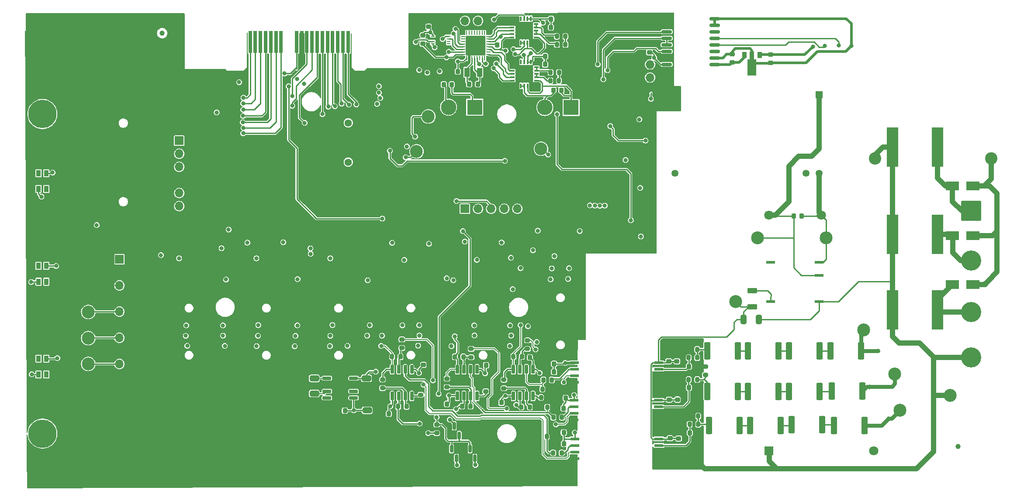
<source format=gbr>
%TF.GenerationSoftware,KiCad,Pcbnew,8.0.5*%
%TF.CreationDate,2024-11-08T09:24:58+00:00*%
%TF.ProjectId,Main_V44,4d61696e-5f56-4343-942e-6b696361645f,rev?*%
%TF.SameCoordinates,Original*%
%TF.FileFunction,Copper,L4,Bot*%
%TF.FilePolarity,Positive*%
%FSLAX46Y46*%
G04 Gerber Fmt 4.6, Leading zero omitted, Abs format (unit mm)*
G04 Created by KiCad (PCBNEW 8.0.5) date 2024-11-08 09:24:58*
%MOMM*%
%LPD*%
G01*
G04 APERTURE LIST*
G04 Aperture macros list*
%AMRoundRect*
0 Rectangle with rounded corners*
0 $1 Rounding radius*
0 $2 $3 $4 $5 $6 $7 $8 $9 X,Y pos of 4 corners*
0 Add a 4 corners polygon primitive as box body*
4,1,4,$2,$3,$4,$5,$6,$7,$8,$9,$2,$3,0*
0 Add four circle primitives for the rounded corners*
1,1,$1+$1,$2,$3*
1,1,$1+$1,$4,$5*
1,1,$1+$1,$6,$7*
1,1,$1+$1,$8,$9*
0 Add four rect primitives between the rounded corners*
20,1,$1+$1,$2,$3,$4,$5,0*
20,1,$1+$1,$4,$5,$6,$7,0*
20,1,$1+$1,$6,$7,$8,$9,0*
20,1,$1+$1,$8,$9,$2,$3,0*%
%AMFreePoly0*
4,1,9,3.862500,-0.866500,0.737500,-0.866500,0.737500,-0.450000,-0.737500,-0.450000,-0.737500,0.450000,0.737500,0.450000,0.737500,0.866500,3.862500,0.866500,3.862500,-0.866500,3.862500,-0.866500,$1*%
G04 Aperture macros list end*
%TA.AperFunction,ComponentPad*%
%ADD10R,3.000000X3.000000*%
%TD*%
%TA.AperFunction,ComponentPad*%
%ADD11C,3.000000*%
%TD*%
%TA.AperFunction,ConnectorPad*%
%ADD12C,5.500000*%
%TD*%
%TA.AperFunction,ComponentPad*%
%ADD13C,3.600000*%
%TD*%
%TA.AperFunction,ComponentPad*%
%ADD14RoundRect,0.250002X-1.699998X-1.699998X1.699998X-1.699998X1.699998X1.699998X-1.699998X1.699998X0*%
%TD*%
%TA.AperFunction,ComponentPad*%
%ADD15C,3.900000*%
%TD*%
%TA.AperFunction,ComponentPad*%
%ADD16R,1.700000X1.700000*%
%TD*%
%TA.AperFunction,ComponentPad*%
%ADD17O,1.700000X1.700000*%
%TD*%
%TA.AperFunction,WasherPad*%
%ADD18C,1.400000*%
%TD*%
%TA.AperFunction,ComponentPad*%
%ADD19C,2.400000*%
%TD*%
%TA.AperFunction,ConnectorPad*%
%ADD20R,0.700000X4.300000*%
%TD*%
%TA.AperFunction,ComponentPad*%
%ADD21R,1.350000X1.350000*%
%TD*%
%TA.AperFunction,ComponentPad*%
%ADD22C,1.350000*%
%TD*%
%TA.AperFunction,ComponentPad*%
%ADD23R,1.800000X1.800000*%
%TD*%
%TA.AperFunction,ComponentPad*%
%ADD24C,1.800000*%
%TD*%
%TA.AperFunction,SMDPad,CuDef*%
%ADD25RoundRect,0.200000X0.200000X0.275000X-0.200000X0.275000X-0.200000X-0.275000X0.200000X-0.275000X0*%
%TD*%
%TA.AperFunction,SMDPad,CuDef*%
%ADD26RoundRect,0.225000X0.250000X-0.225000X0.250000X0.225000X-0.250000X0.225000X-0.250000X-0.225000X0*%
%TD*%
%TA.AperFunction,SMDPad,CuDef*%
%ADD27R,2.260600X7.696200*%
%TD*%
%TA.AperFunction,SMDPad,CuDef*%
%ADD28RoundRect,0.200000X-0.200000X-0.275000X0.200000X-0.275000X0.200000X0.275000X-0.200000X0.275000X0*%
%TD*%
%TA.AperFunction,SMDPad,CuDef*%
%ADD29C,2.500000*%
%TD*%
%TA.AperFunction,SMDPad,CuDef*%
%ADD30RoundRect,0.250000X0.362500X1.425000X-0.362500X1.425000X-0.362500X-1.425000X0.362500X-1.425000X0*%
%TD*%
%TA.AperFunction,SMDPad,CuDef*%
%ADD31RoundRect,0.200000X0.275000X-0.200000X0.275000X0.200000X-0.275000X0.200000X-0.275000X-0.200000X0*%
%TD*%
%TA.AperFunction,SMDPad,CuDef*%
%ADD32RoundRect,0.250000X0.650000X-0.325000X0.650000X0.325000X-0.650000X0.325000X-0.650000X-0.325000X0*%
%TD*%
%TA.AperFunction,SMDPad,CuDef*%
%ADD33RoundRect,0.225000X-0.225000X-0.250000X0.225000X-0.250000X0.225000X0.250000X-0.225000X0.250000X0*%
%TD*%
%TA.AperFunction,SMDPad,CuDef*%
%ADD34RoundRect,0.150000X-0.150000X0.725000X-0.150000X-0.725000X0.150000X-0.725000X0.150000X0.725000X0*%
%TD*%
%TA.AperFunction,SMDPad,CuDef*%
%ADD35RoundRect,0.225000X0.225000X0.250000X-0.225000X0.250000X-0.225000X-0.250000X0.225000X-0.250000X0*%
%TD*%
%TA.AperFunction,SMDPad,CuDef*%
%ADD36R,1.000000X1.800000*%
%TD*%
%TA.AperFunction,SMDPad,CuDef*%
%ADD37R,0.863600X1.244600*%
%TD*%
%TA.AperFunction,SMDPad,CuDef*%
%ADD38C,1.000000*%
%TD*%
%TA.AperFunction,SMDPad,CuDef*%
%ADD39RoundRect,0.200000X-0.275000X0.200000X-0.275000X-0.200000X0.275000X-0.200000X0.275000X0.200000X0*%
%TD*%
%TA.AperFunction,SMDPad,CuDef*%
%ADD40R,1.803400X0.558800*%
%TD*%
%TA.AperFunction,SMDPad,CuDef*%
%ADD41RoundRect,0.250000X-0.325000X-0.650000X0.325000X-0.650000X0.325000X0.650000X-0.325000X0.650000X0*%
%TD*%
%TA.AperFunction,SMDPad,CuDef*%
%ADD42R,0.750000X0.250000*%
%TD*%
%TA.AperFunction,SMDPad,CuDef*%
%ADD43RoundRect,0.150000X-0.150000X0.587500X-0.150000X-0.587500X0.150000X-0.587500X0.150000X0.587500X0*%
%TD*%
%TA.AperFunction,SMDPad,CuDef*%
%ADD44RoundRect,0.225000X-0.250000X0.225000X-0.250000X-0.225000X0.250000X-0.225000X0.250000X0.225000X0*%
%TD*%
%TA.AperFunction,SMDPad,CuDef*%
%ADD45R,2.500000X1.800000*%
%TD*%
%TA.AperFunction,SMDPad,CuDef*%
%ADD46R,1.676400X0.558800*%
%TD*%
%TA.AperFunction,SMDPad,CuDef*%
%ADD47R,0.812800X0.254000*%
%TD*%
%TA.AperFunction,SMDPad,CuDef*%
%ADD48R,0.254000X0.812800*%
%TD*%
%TA.AperFunction,SMDPad,CuDef*%
%ADD49R,3.505200X3.505200*%
%TD*%
%TA.AperFunction,SMDPad,CuDef*%
%ADD50RoundRect,0.150000X-0.875000X-0.150000X0.875000X-0.150000X0.875000X0.150000X-0.875000X0.150000X0*%
%TD*%
%TA.AperFunction,SMDPad,CuDef*%
%ADD51R,0.965200X0.304800*%
%TD*%
%TA.AperFunction,SMDPad,CuDef*%
%ADD52R,0.304800X0.965200*%
%TD*%
%TA.AperFunction,SMDPad,CuDef*%
%ADD53R,3.352800X3.352800*%
%TD*%
%TA.AperFunction,SMDPad,CuDef*%
%ADD54RoundRect,0.150000X-0.725000X-0.150000X0.725000X-0.150000X0.725000X0.150000X-0.725000X0.150000X0*%
%TD*%
%TA.AperFunction,SMDPad,CuDef*%
%ADD55RoundRect,0.150000X0.150000X-0.587500X0.150000X0.587500X-0.150000X0.587500X-0.150000X-0.587500X0*%
%TD*%
%TA.AperFunction,SMDPad,CuDef*%
%ADD56RoundRect,0.250000X-0.700000X0.275000X-0.700000X-0.275000X0.700000X-0.275000X0.700000X0.275000X0*%
%TD*%
%TA.AperFunction,SMDPad,CuDef*%
%ADD57R,0.900000X1.300000*%
%TD*%
%TA.AperFunction,SMDPad,CuDef*%
%ADD58FreePoly0,270.000000*%
%TD*%
%TA.AperFunction,ViaPad*%
%ADD59C,0.800000*%
%TD*%
%TA.AperFunction,ViaPad*%
%ADD60C,1.200000*%
%TD*%
%TA.AperFunction,Conductor*%
%ADD61C,0.250000*%
%TD*%
%TA.AperFunction,Conductor*%
%ADD62C,1.000000*%
%TD*%
%TA.AperFunction,Conductor*%
%ADD63C,0.500000*%
%TD*%
%TA.AperFunction,Conductor*%
%ADD64C,0.750000*%
%TD*%
%TA.AperFunction,Conductor*%
%ADD65C,0.200000*%
%TD*%
G04 APERTURE END LIST*
D10*
%TO.P,J27,1,Pin_1*%
%TO.N,Net-(J27-Pin_1)*%
X87800000Y-2667000D03*
D11*
%TO.P,J27,2,Pin_2*%
%TO.N,Net-(J27-Pin_2)*%
X82720000Y-2667000D03*
%TD*%
D12*
%TO.P,H1,1*%
%TO.N,N/C*%
X4000000Y-4000000D03*
D13*
X4000000Y-4000000D03*
%TD*%
D14*
%TO.P,J23,1,Pin_1*%
%TO.N,/UR*%
X184000000Y-22800000D03*
%TD*%
D15*
%TO.P,J26,1,Pin_1*%
%TO.N,GNDS*%
X184000000Y-51260000D03*
%TD*%
D16*
%TO.P,J5,1,Pin_1*%
%TO.N,GND*%
X116680000Y3085000D03*
D17*
%TO.P,J5,2,Pin_2*%
X116680000Y5625000D03*
%TO.P,J5,3,Pin_3*%
X119220000Y3085000D03*
%TO.P,J5,4,Pin_4*%
X119220000Y5625000D03*
%TO.P,J5,5,Pin_5*%
%TO.N,/+5V*%
X121760000Y3085000D03*
%TO.P,J5,6,Pin_6*%
X121760000Y5625000D03*
%TD*%
D18*
%TO.P,J3,*%
%TO.N,*%
X63275000Y-5715000D03*
X63275000Y-13335000D03*
%TD*%
D10*
%TO.P,J28,1,Pin_1*%
%TO.N,Net-(J28-Pin_1)*%
X106451400Y-2717800D03*
D11*
%TO.P,J28,2,Pin_2*%
%TO.N,Net-(J28-Pin_2)*%
X101371400Y-2717800D03*
%TD*%
D19*
%TO.P,C52,1*%
%TO.N,/UCC*%
X187881600Y-12598400D03*
%TO.P,C52,2*%
%TO.N,GNDS*%
X165381600Y-12598400D03*
%TD*%
D20*
%TO.P,J7,A1*%
%TO.N,/SCL*%
X63250000Y10000000D03*
%TO.P,J7,A2*%
%TO.N,/SCS*%
X62250000Y10000000D03*
%TO.P,J7,A3*%
%TO.N,/SYN*%
X61250000Y10000000D03*
%TO.P,J7,A4*%
%TO.N,/SDAT7*%
X60250000Y10000000D03*
%TO.P,J7,A5*%
%TO.N,/SDAT6*%
X59250000Y10000000D03*
%TO.P,J7,A6*%
%TO.N,/SDAT5*%
X58250000Y10000000D03*
%TO.P,J7,A7*%
%TO.N,/SDAT4*%
X57250000Y10000000D03*
%TO.P,J7,A8*%
%TO.N,/SDAT3*%
X56250000Y10000000D03*
%TO.P,J7,A9*%
%TO.N,/SDAT2*%
X55250000Y10000000D03*
%TO.P,J7,A10*%
%TO.N,GND*%
X54250000Y10000000D03*
%TO.P,J7,A11*%
%TO.N,/+3V3_UC*%
X53250000Y10000000D03*
%TO.P,J7,A12*%
%TO.N,/Alim*%
X50250000Y10000000D03*
%TO.P,J7,A13*%
%TO.N,/RxD*%
X49250000Y10000000D03*
%TO.P,J7,A14*%
%TO.N,/TxD*%
X48250000Y10000000D03*
%TO.P,J7,A15*%
%TO.N,/uPWRKEY*%
X47250000Y10000000D03*
%TO.P,J7,A16*%
%TO.N,/uStatus*%
X46250000Y10000000D03*
%TO.P,J7,A17*%
%TO.N,/uDCD*%
X45250000Y10000000D03*
%TO.P,J7,A18*%
%TO.N,/uDTR*%
X44250000Y10000000D03*
%TD*%
D21*
%TO.P,PS2,1,+VIN(VCC)*%
%TO.N,/U5V_Iso*%
X154510000Y-250000D03*
D22*
%TO.P,PS2,12,-VOUT*%
%TO.N,GND*%
X126570000Y-250000D03*
%TO.P,PS2,13,+VOUT*%
%TO.N,/+5V*%
X126570000Y-15490000D03*
%TO.P,PS2,23,NC1*%
%TO.N,unconnected-(PS2-NC1-Pad23)*%
X151970000Y-15490000D03*
%TO.P,PS2,24,-VIN(GND)*%
%TO.N,GND1*%
X154510000Y-15490000D03*
%TD*%
D16*
%TO.P,J13,1,Pin_1*%
%TO.N,+3V3*%
X85877000Y-22377800D03*
D17*
%TO.P,J13,2,Pin_2*%
%TO.N,/BT_TxD*%
X88417000Y-22377800D03*
%TO.P,J13,3,Pin_3*%
%TO.N,/BT_RxD*%
X90957000Y-22377800D03*
%TO.P,J13,4,Pin_4*%
%TO.N,unconnected-(J13-Pin_4-Pad4)*%
X93497000Y-22377800D03*
%TO.P,J13,5,Pin_5*%
%TO.N,unconnected-(J13-Pin_5-Pad5)*%
X96037000Y-22377800D03*
%TO.P,J13,6,Pin_6*%
%TO.N,GND*%
X98577000Y-22377800D03*
%TD*%
D13*
%TO.P,H6,1*%
%TO.N,N/C*%
X4000000Y-66000000D03*
D12*
X4000000Y-66000000D03*
%TD*%
D23*
%TO.P,PS1,1,VAC_IN(N)(L2)*%
%TO.N,GNDS*%
X144830000Y-69327500D03*
D24*
%TO.P,PS1,2,VAC_IN(L)(L1)*%
%TO.N,/UCC*%
X165150000Y-69327500D03*
%TO.P,PS1,3,-VOUT*%
%TO.N,GND1*%
X154990000Y-23607500D03*
%TO.P,PS1,4,+VOUT*%
%TO.N,/U5V_Iso*%
X144830000Y-23607500D03*
%TD*%
D15*
%TO.P,J24,1,Pin_1*%
%TO.N,/US*%
X184000000Y-32400000D03*
%TD*%
D16*
%TO.P,J4,1,Pin_1*%
%TO.N,Net-(J2-Pin_13)*%
X30505400Y-9169400D03*
D17*
%TO.P,J4,2,Pin_2*%
%TO.N,Net-(J2-Pin_12)*%
X30505400Y-11709400D03*
%TO.P,J4,3,Pin_3*%
%TO.N,Net-(J2-Pin_11)*%
X30505400Y-14249400D03*
%TO.P,J4,4,Pin_4*%
%TO.N,GND*%
X30505400Y-16789400D03*
%TO.P,J4,5,Pin_5*%
%TO.N,Net-(J2-Pin_10)*%
X30505400Y-19329400D03*
%TO.P,J4,6,Pin_6*%
%TO.N,Net-(J2-Pin_9)*%
X30505400Y-21869400D03*
%TD*%
D15*
%TO.P,J25,1,Pin_1*%
%TO.N,/UT*%
X184000000Y-42400000D03*
%TD*%
D16*
%TO.P,J15,1,Pin_1*%
%TO.N,+3V3*%
X18925000Y-32180000D03*
D17*
%TO.P,J15,2,Pin_2*%
%TO.N,GND*%
X18925000Y-34720000D03*
%TO.P,J15,3,Pin_3*%
%TO.N,unconnected-(J15-Pin_3-Pad3)*%
X18925000Y-37260000D03*
%TO.P,J15,4,Pin_4*%
%TO.N,GND*%
X18925000Y-39800000D03*
%TO.P,J15,5,Pin_5*%
%TO.N,/UR+*%
X18925000Y-42340000D03*
%TO.P,J15,6,Pin_6*%
%TO.N,GND*%
X18925000Y-44880000D03*
%TO.P,J15,7,Pin_7*%
%TO.N,/US+*%
X18925000Y-47420000D03*
%TO.P,J15,8,Pin_8*%
%TO.N,GND*%
X18925000Y-49960000D03*
%TO.P,J15,9,Pin_9*%
%TO.N,/UT+*%
X18925000Y-52500000D03*
%TD*%
D25*
%TO.P,R4,1*%
%TO.N,Net-(R4-Pad1)*%
X130902900Y-51261200D03*
%TO.P,R4,2*%
%TO.N,/UR_Iso*%
X129252900Y-51261200D03*
%TD*%
D26*
%TO.P,C24,1*%
%TO.N,/Vopto*%
X127076200Y-59398200D03*
%TO.P,C24,2*%
%TO.N,GNDS*%
X127076200Y-57848200D03*
%TD*%
D27*
%TO.P,RV3,1*%
%TO.N,/UT*%
X177481500Y-42025000D03*
%TO.P,RV3,2*%
%TO.N,GNDS*%
X168718500Y-42025000D03*
%TD*%
D28*
%TO.P,R45,1*%
%TO.N,/L1*%
X96825000Y-60850000D03*
%TO.P,R45,2*%
%TO.N,Net-(U3B--)*%
X98475000Y-60850000D03*
%TD*%
D29*
%TO.P,J19,1,Pin_1*%
%TO.N,/US+*%
X12877800Y-47472600D03*
%TD*%
%TO.P,J20,1,Pin_1*%
%TO.N,/UT+*%
X12877800Y-52476400D03*
%TD*%
D16*
%TO.P,J21,1,Pin_1*%
%TO.N,GND*%
X83352400Y14071600D03*
D17*
%TO.P,J21,2,Pin_2*%
%TO.N,Net-(J21-Pin_2)*%
X85892400Y14071600D03*
%TO.P,J21,3,Pin_3*%
%TO.N,Net-(J21-Pin_3)*%
X88432400Y14071600D03*
%TD*%
D30*
%TO.P,R5,1*%
%TO.N,/UR*%
X162690400Y-49911200D03*
%TO.P,R5,2*%
%TO.N,Net-(R5-Pad2)*%
X156765400Y-49911200D03*
%TD*%
%TO.P,R20,1*%
%TO.N,Net-(R19-Pad2)*%
X139085400Y-64391200D03*
%TO.P,R20,2*%
%TO.N,Net-(R16-Pad1)*%
X133160400Y-64391200D03*
%TD*%
D26*
%TO.P,C1,1*%
%TO.N,+3V3*%
X121640600Y7962600D03*
%TO.P,C1,2*%
%TO.N,GND*%
X121640600Y9512600D03*
%TD*%
%TO.P,C22,1*%
%TO.N,/Vopto*%
X125628400Y-66916600D03*
%TO.P,C22,2*%
%TO.N,GNDS*%
X125628400Y-65366600D03*
%TD*%
D28*
%TO.P,R32,1*%
%TO.N,GND*%
X100089200Y-66573400D03*
%TO.P,R32,2*%
%TO.N,/iUT+*%
X101739200Y-66573400D03*
%TD*%
D31*
%TO.P,R38,1*%
%TO.N,Net-(U12B-+)*%
X89916000Y-57797200D03*
%TO.P,R38,2*%
%TO.N,GND*%
X89916000Y-56147200D03*
%TD*%
D32*
%TO.P,C18,1*%
%TO.N,/C+*%
X56710000Y-58235000D03*
%TO.P,C18,2*%
%TO.N,/C-*%
X56710000Y-55285000D03*
%TD*%
D33*
%TO.P,C48,1*%
%TO.N,+3V3*%
X102552200Y12801600D03*
%TO.P,C48,2*%
%TO.N,GND*%
X104102200Y12801600D03*
%TD*%
D34*
%TO.P,U3,1*%
%TO.N,/UR+*%
X95278554Y-53535000D03*
%TO.P,U3,2,-*%
%TO.N,Net-(U3A--)*%
X96548554Y-53535000D03*
%TO.P,U3,3,+*%
%TO.N,/iUR+*%
X97818554Y-53535000D03*
%TO.P,U3,4,V-*%
%TO.N,/-3V3*%
X99088554Y-53535000D03*
%TO.P,U3,5,+*%
%TO.N,Net-(U3B-+)*%
X99088554Y-58685000D03*
%TO.P,U3,6,-*%
%TO.N,Net-(U3B--)*%
X97818554Y-58685000D03*
%TO.P,U3,7*%
%TO.N,/L1*%
X96548554Y-58685000D03*
%TO.P,U3,8,v+*%
%TO.N,+3V3*%
X95278554Y-58685000D03*
%TD*%
D32*
%TO.P,C19,1*%
%TO.N,GND*%
X66810000Y-58225000D03*
%TO.P,C19,2*%
%TO.N,/-3V3*%
X66810000Y-55275000D03*
%TD*%
D33*
%TO.P,C15,1*%
%TO.N,/U5V_Iso*%
X149593000Y-23799800D03*
%TO.P,C15,2*%
%TO.N,GND1*%
X151143000Y-23799800D03*
%TD*%
D35*
%TO.P,C42,1*%
%TO.N,GND*%
X93713600Y9398000D03*
%TO.P,C42,2*%
%TO.N,Net-(U22-VREG)*%
X92163600Y9398000D03*
%TD*%
D33*
%TO.P,C4,1*%
%TO.N,/US_Iso*%
X129302900Y-57061200D03*
%TO.P,C4,2*%
%TO.N,GNDS*%
X130852900Y-57061200D03*
%TD*%
D30*
%TO.P,R7,1*%
%TO.N,Net-(R6-Pad2)*%
X146690400Y-49961200D03*
%TO.P,R7,2*%
%TO.N,Net-(R7-Pad2)*%
X140765400Y-49961200D03*
%TD*%
D36*
%TO.P,Y1,1,1*%
%TO.N,/OSC32_IN*%
X86253000Y4089400D03*
%TO.P,Y1,2,2*%
%TO.N,/OSC32_OUT*%
X88753000Y4089400D03*
%TD*%
D37*
%TO.P,LED1,1,1*%
%TO.N,unconnected-(LED1-Pad1)*%
X4750001Y-18536700D03*
%TO.P,LED1,2,2*%
%TO.N,+3V3*%
X3249999Y-18536700D03*
%TO.P,LED1,3,3*%
%TO.N,unconnected-(LED1-Pad3)*%
X3249999Y-15463300D03*
%TO.P,LED1,4,4*%
%TO.N,Net-(LED1-Pad4)*%
X4750001Y-15463300D03*
%TD*%
D28*
%TO.P,R37,1*%
%TO.N,/US+*%
X83925000Y-51100000D03*
%TO.P,R37,2*%
%TO.N,Net-(U12A--)*%
X85575000Y-51100000D03*
%TD*%
D38*
%TO.P,FID1,*%
%TO.N,*%
X27203400Y11684000D03*
%TD*%
D27*
%TO.P,RV1,1*%
%TO.N,/UR*%
X177481500Y-10425000D03*
%TO.P,RV1,2*%
%TO.N,GNDS*%
X168718500Y-10425000D03*
%TD*%
D29*
%TO.P,J32,1,Pin_1*%
%TO.N,/Vopto*%
X138379200Y-40411400D03*
%TD*%
D28*
%TO.P,R27,1*%
%TO.N,/iUR+*%
X101079800Y-55600600D03*
%TO.P,R27,2*%
%TO.N,Net-(U7-OUTP)*%
X102729800Y-55600600D03*
%TD*%
D35*
%TO.P,C34,1*%
%TO.N,+3V3*%
X71133000Y-62153800D03*
%TO.P,C34,2*%
%TO.N,GND*%
X69583000Y-62153800D03*
%TD*%
D30*
%TO.P,R6,1*%
%TO.N,Net-(R5-Pad2)*%
X154640400Y-49961200D03*
%TO.P,R6,2*%
%TO.N,Net-(R6-Pad2)*%
X148715400Y-49961200D03*
%TD*%
D39*
%TO.P,R42,1*%
%TO.N,Net-(U13B-+)*%
X77300000Y-58475000D03*
%TO.P,R42,2*%
%TO.N,GND*%
X77300000Y-60125000D03*
%TD*%
D31*
%TO.P,R43,1*%
%TO.N,Net-(U13B--)*%
X69930000Y-57165000D03*
%TO.P,R43,2*%
%TO.N,/UT+*%
X69930000Y-55515000D03*
%TD*%
D35*
%TO.P,C28,1*%
%TO.N,+3V3*%
X103162400Y-54025800D03*
%TO.P,C28,2*%
%TO.N,GND*%
X101612400Y-54025800D03*
%TD*%
D40*
%TO.P,U4,1,VDD1*%
%TO.N,/Vopto*%
X123373400Y-59515000D03*
%TO.P,U4,2,INP*%
%TO.N,/US_Iso*%
X123373400Y-60785000D03*
%TO.P,U4,3,INN*%
%TO.N,GNDS*%
X123373400Y-62055000D03*
%TO.P,U4,4,GND1*%
X123373400Y-63325000D03*
%TO.P,U4,5,GND2*%
%TO.N,GND*%
X107066600Y-63325000D03*
%TO.P,U4,6,OUTN*%
%TO.N,/iUS-*%
X107066600Y-62055000D03*
%TO.P,U4,7,OUTP*%
%TO.N,Net-(U4-OUTP)*%
X107066600Y-60785000D03*
%TO.P,U4,8,VDD2*%
%TO.N,+3V3*%
X107066600Y-59515000D03*
%TD*%
D35*
%TO.P,C29,1*%
%TO.N,+3V3*%
X104991200Y-61112400D03*
%TO.P,C29,2*%
%TO.N,GND*%
X103441200Y-61112400D03*
%TD*%
D28*
%TO.P,R34,1*%
%TO.N,Net-(U11-ISENSOR)*%
X103721400Y9474200D03*
%TO.P,R34,2*%
%TO.N,Net-(R34-Pad2)*%
X105371400Y9474200D03*
%TD*%
D41*
%TO.P,C53,1*%
%TO.N,/Vopto*%
X139901400Y-43840400D03*
%TO.P,C53,2*%
%TO.N,GNDS*%
X142851400Y-43840400D03*
%TD*%
D28*
%TO.P,R30,1*%
%TO.N,GND*%
X100200000Y-60875000D03*
%TO.P,R30,2*%
%TO.N,/iUS+*%
X101850000Y-60875000D03*
%TD*%
D35*
%TO.P,C31,1*%
%TO.N,+3V3*%
X103162400Y-52476400D03*
%TO.P,C31,2*%
%TO.N,GND*%
X101612400Y-52476400D03*
%TD*%
D29*
%TO.P,J10,1,Pin_1*%
%TO.N,GNDS*%
X179933600Y-58597800D03*
%TD*%
D28*
%TO.P,R31,1*%
%TO.N,/iUT+*%
X102984800Y-69748400D03*
%TO.P,R31,2*%
%TO.N,Net-(U6-OUTP)*%
X104634800Y-69748400D03*
%TD*%
D33*
%TO.P,C38,1*%
%TO.N,/-3V3*%
X89979200Y-52755800D03*
%TO.P,C38,2*%
%TO.N,GND*%
X91529200Y-52755800D03*
%TD*%
D37*
%TO.P,LED2,1,1*%
%TO.N,unconnected-(LED2-Pad1)*%
X4750001Y-36536700D03*
%TO.P,LED2,2,2*%
%TO.N,+3V3*%
X3249999Y-36536700D03*
%TO.P,LED2,3,3*%
%TO.N,unconnected-(LED2-Pad3)*%
X3249999Y-33463300D03*
%TO.P,LED2,4,4*%
%TO.N,Net-(LED2-Pad4)*%
X4750001Y-33463300D03*
%TD*%
D42*
%TO.P,U9,1,A*%
%TO.N,/ISO_Txd*%
X82753800Y11113200D03*
%TO.P,U9,2,B*%
%TO.N,/Temp_Txd*%
X82753800Y10613200D03*
%TO.P,U9,3,~{Y}*%
%TO.N,unconnected-(U9-~{Y}-Pad3)*%
X82753800Y10113200D03*
%TO.P,U9,4*%
%TO.N,N/C*%
X82753800Y9613200D03*
%TO.P,U9,5,Y*%
%TO.N,/RS485_RxD*%
X79653800Y9613200D03*
%TO.P,U9,6,~{A}/B*%
%TO.N,/BT_RTS*%
X79653800Y10113200D03*
%TO.P,U9,7,~{G}*%
%TO.N,GND*%
X79653800Y10613200D03*
%TO.P,U9,8,VCC*%
%TO.N,+3V3*%
X79653800Y11113200D03*
%TD*%
D29*
%TO.P,J11,1,Pin_1*%
%TO.N,/+5V*%
X100634800Y-10744200D03*
%TD*%
D40*
%TO.P,U6,1,VDD1*%
%TO.N,/Vopto*%
X123473400Y-67015000D03*
%TO.P,U6,2,INP*%
%TO.N,/UT_Iso*%
X123473400Y-68285000D03*
%TO.P,U6,3,INN*%
%TO.N,GNDS*%
X123473400Y-69555000D03*
%TO.P,U6,4,GND1*%
X123473400Y-70825000D03*
%TO.P,U6,5,GND2*%
%TO.N,GND*%
X107166600Y-70825000D03*
%TO.P,U6,6,OUTN*%
%TO.N,/iUT-*%
X107166600Y-69555000D03*
%TO.P,U6,7,OUTP*%
%TO.N,Net-(U6-OUTP)*%
X107166600Y-68285000D03*
%TO.P,U6,8,VDD2*%
%TO.N,+3V3*%
X107166600Y-67015000D03*
%TD*%
D43*
%TO.P,Q3,1,B*%
%TO.N,/L2*%
X83835200Y-64492900D03*
%TO.P,Q3,2,E*%
%TO.N,GND*%
X85735200Y-64492900D03*
%TO.P,Q3,3,C*%
%TO.N,/InfoV*%
X84785200Y-66367900D03*
%TD*%
D32*
%TO.P,C17,1*%
%TO.N,GND*%
X66950000Y-64425000D03*
%TO.P,C17,2*%
%TO.N,+3V3*%
X66950000Y-61475000D03*
%TD*%
D30*
%TO.P,R12,1*%
%TO.N,Net-(R11-Pad2)*%
X146640400Y-57861200D03*
%TO.P,R12,2*%
%TO.N,Net-(R12-Pad2)*%
X140715400Y-57861200D03*
%TD*%
D31*
%TO.P,R3,1*%
%TO.N,Net-(U3A--)*%
X97993200Y-49567600D03*
%TO.P,R3,2*%
%TO.N,/iUR-*%
X97993200Y-47917600D03*
%TD*%
D33*
%TO.P,C7,1*%
%TO.N,/UT_Iso*%
X129477900Y-65831200D03*
%TO.P,C7,2*%
%TO.N,GNDS*%
X131027900Y-65831200D03*
%TD*%
D28*
%TO.P,R51,1*%
%TO.N,Net-(U20-BIAS)*%
X102476800Y4064000D03*
%TO.P,R51,2*%
%TO.N,Net-(R51-Pad2)*%
X104126800Y4064000D03*
%TD*%
D29*
%TO.P,J22,1,Pin_1*%
%TO.N,GND*%
X12877800Y-58369200D03*
%TD*%
D33*
%TO.P,C49,1*%
%TO.N,+3V3*%
X101409200Y5638800D03*
%TO.P,C49,2*%
%TO.N,GND*%
X102959200Y5638800D03*
%TD*%
%TO.P,C45,1*%
%TO.N,Net-(J27-Pin_2)*%
X81775000Y1727200D03*
%TO.P,C45,2*%
%TO.N,Net-(J27-Pin_1)*%
X83325000Y1727200D03*
%TD*%
D27*
%TO.P,RV2,1*%
%TO.N,/US*%
X177481500Y-27325000D03*
%TO.P,RV2,2*%
%TO.N,GNDS*%
X168718500Y-27325000D03*
%TD*%
D35*
%TO.P,C35,1*%
%TO.N,+3V3*%
X82385200Y-60248800D03*
%TO.P,C35,2*%
%TO.N,GND*%
X80835200Y-60248800D03*
%TD*%
D31*
%TO.P,R14,1*%
%TO.N,Net-(R1-Pad1)*%
X132477900Y-54611200D03*
%TO.P,R14,2*%
%TO.N,GNDS*%
X132477900Y-52961200D03*
%TD*%
D29*
%TO.P,J17,1,Pin_1*%
%TO.N,/+3V67*%
X78790800Y-4470400D03*
%TD*%
D44*
%TO.P,C25,1*%
%TO.N,/Vin*%
X145135600Y7506000D03*
%TO.P,C25,2*%
%TO.N,Earth*%
X145135600Y5956000D03*
%TD*%
D45*
%TO.P,D6,1,K*%
%TO.N,/UCC*%
X184372000Y-37058600D03*
%TO.P,D6,2,A*%
%TO.N,/UT*%
X180372000Y-37058600D03*
%TD*%
D33*
%TO.P,C50,1*%
%TO.N,+3V3*%
X101409200Y7239000D03*
%TO.P,C50,2*%
%TO.N,GND*%
X102959200Y7239000D03*
%TD*%
D29*
%TO.P,J9,1,Pin_1*%
%TO.N,/UT*%
X170154600Y-61493400D03*
%TD*%
D33*
%TO.P,C37,1*%
%TO.N,/-3V3*%
X98475800Y-51231800D03*
%TO.P,C37,2*%
%TO.N,GND*%
X100025800Y-51231800D03*
%TD*%
D46*
%TO.P,PS3,1,-VIN*%
%TO.N,GND1*%
X154508200Y-32740600D03*
%TO.P,PS3,3,+VIN*%
%TO.N,/U5V_Iso*%
X154508200Y-35280600D03*
%TO.P,PS3,7,-VOUT*%
%TO.N,GNDS*%
X154508200Y-40360600D03*
%TO.P,PS3,8,+VOUT*%
%TO.N,Net-(PS3-+VOUT)*%
X145161000Y-40360600D03*
%TO.P,PS3,14,NA*%
%TO.N,unconnected-(PS3-NA-Pad14)*%
X145161000Y-32740600D03*
%TD*%
D35*
%TO.P,C33,1*%
%TO.N,+3V3*%
X92951600Y-59969400D03*
%TO.P,C33,2*%
%TO.N,GND*%
X91401600Y-59969400D03*
%TD*%
D30*
%TO.P,R11,1*%
%TO.N,Net-(R10-Pad2)*%
X154590400Y-57811200D03*
%TO.P,R11,2*%
%TO.N,Net-(R11-Pad2)*%
X148665400Y-57811200D03*
%TD*%
D40*
%TO.P,U7,1,VDD1*%
%TO.N,/Vopto*%
X123423400Y-52265000D03*
%TO.P,U7,2,INP*%
%TO.N,/UR_Iso*%
X123423400Y-53535000D03*
%TO.P,U7,3,INN*%
%TO.N,GNDS*%
X123423400Y-54805000D03*
%TO.P,U7,4,GND1*%
X123423400Y-56075000D03*
%TO.P,U7,5,GND2*%
%TO.N,GND*%
X107116600Y-56075000D03*
%TO.P,U7,6,OUTN*%
%TO.N,/iUR-*%
X107116600Y-54805000D03*
%TO.P,U7,7,OUTP*%
%TO.N,Net-(U7-OUTP)*%
X107116600Y-53535000D03*
%TO.P,U7,8,VDD2*%
%TO.N,+3V3*%
X107116600Y-52265000D03*
%TD*%
D38*
%TO.P,FID2,*%
%TO.N,*%
X181432200Y-68503800D03*
%TD*%
D45*
%TO.P,D5,1,K*%
%TO.N,/UCC*%
X184372000Y-27609800D03*
%TO.P,D5,2,A*%
%TO.N,/US*%
X180372000Y-27609800D03*
%TD*%
D29*
%TO.P,J6,1,Pin_1*%
%TO.N,/UR*%
X163171100Y-45907400D03*
%TD*%
D33*
%TO.P,C46,1*%
%TO.N,Net-(J28-Pin_2)*%
X103009400Y635000D03*
%TO.P,C46,2*%
%TO.N,Net-(J28-Pin_1)*%
X104559400Y635000D03*
%TD*%
D30*
%TO.P,R19,1*%
%TO.N,Net-(R18-Pad2)*%
X147085400Y-64391200D03*
%TO.P,R19,2*%
%TO.N,Net-(R19-Pad2)*%
X141160400Y-64391200D03*
%TD*%
D28*
%TO.P,R46,1*%
%TO.N,/L3*%
X72925000Y-60740000D03*
%TO.P,R46,2*%
%TO.N,Net-(U13B--)*%
X74575000Y-60740000D03*
%TD*%
D39*
%TO.P,R35,1*%
%TO.N,/InfoV*%
X80425000Y-64250000D03*
%TO.P,R35,2*%
%TO.N,+3V3*%
X80425000Y-65900000D03*
%TD*%
D26*
%TO.P,C23,1*%
%TO.N,/Vopto*%
X126949200Y-51956000D03*
%TO.P,C23,2*%
%TO.N,GNDS*%
X126949200Y-50406000D03*
%TD*%
D45*
%TO.P,D4,1,K*%
%TO.N,/UCC*%
X184372000Y-17932400D03*
%TO.P,D4,2,A*%
%TO.N,/UR*%
X180372000Y-17932400D03*
%TD*%
D30*
%TO.P,R8,1*%
%TO.N,Net-(R7-Pad2)*%
X138740400Y-49961200D03*
%TO.P,R8,2*%
%TO.N,Net-(R4-Pad1)*%
X132815400Y-49961200D03*
%TD*%
D35*
%TO.P,C27,1*%
%TO.N,+3V3*%
X105067400Y-67970400D03*
%TO.P,C27,2*%
%TO.N,GND*%
X103517400Y-67970400D03*
%TD*%
D31*
%TO.P,R41,1*%
%TO.N,Net-(U3B--)*%
X93440000Y-57195000D03*
%TO.P,R41,2*%
%TO.N,/UR+*%
X93440000Y-55545000D03*
%TD*%
D29*
%TO.P,J12,1,Pin_1*%
%TO.N,/U5V_Iso*%
X142595600Y-27990800D03*
%TD*%
D26*
%TO.P,C20,1*%
%TO.N,/Vopto*%
X127285648Y-66942000D03*
%TO.P,C20,2*%
%TO.N,GNDS*%
X127285648Y-65392000D03*
%TD*%
D29*
%TO.P,J16,1,Pin_1*%
%TO.N,+3V3*%
X76504800Y-11252200D03*
%TD*%
%TO.P,J8,1,Pin_1*%
%TO.N,/US*%
X169214800Y-54457600D03*
%TD*%
D47*
%TO.P,U22,1,RST*%
%TO.N,Net-(J21-Pin_2)*%
X85509100Y7546401D03*
%TO.P,U22,2,TEST*%
%TO.N,Net-(J21-Pin_3)*%
X85509100Y8046400D03*
%TO.P,U22,3,P1.4/TXD*%
%TO.N,/Temp_Txd*%
X85509100Y8546399D03*
%TO.P,U22,4,P1.5/RXD*%
%TO.N,/RS485_TxD*%
X85509100Y9046400D03*
%TO.P,U22,5,P1.6*%
%TO.N,/BT_RTS*%
X85509100Y9546400D03*
%TO.P,U22,6,P1.7*%
%TO.N,unconnected-(U22-P1.7-Pad6)*%
X85509100Y10046401D03*
%TO.P,U22,7,P1.0*%
%TO.N,unconnected-(U22-P1.0-Pad7)*%
X85509100Y10546400D03*
%TO.P,U22,8,P1.1*%
%TO.N,unconnected-(U22-P1.1-Pad8)*%
X85509100Y11046399D03*
D48*
%TO.P,U22,9,P1.2*%
%TO.N,unconnected-(U22-P1.2-Pad9)*%
X86210201Y11747500D03*
%TO.P,U22,10,P1.3*%
%TO.N,unconnected-(U22-P1.3-Pad10)*%
X86710200Y11747500D03*
%TO.P,U22,11,P2.2*%
%TO.N,unconnected-(U22-P2.2-Pad11)*%
X87210199Y11747500D03*
%TO.P,U22,12,P3.0*%
%TO.N,unconnected-(U22-P3.0-Pad12)*%
X87710200Y11747500D03*
%TO.P,U22,13,P3.3*%
%TO.N,unconnected-(U22-P3.3-Pad13)*%
X88210200Y11747500D03*
%TO.P,U22,14,P2.3*%
%TO.N,unconnected-(U22-P2.3-Pad14)*%
X88710201Y11747500D03*
%TO.P,U22,15,P3.4*%
%TO.N,unconnected-(U22-P3.4-Pad15)*%
X89210200Y11747500D03*
%TO.P,U22,16,P3.1*%
%TO.N,unconnected-(U22-P3.1-Pad16)*%
X89710199Y11747500D03*
D47*
%TO.P,U22,17,P2.4*%
%TO.N,/SDO2*%
X90411300Y11046399D03*
%TO.P,U22,18,P2.5*%
%TO.N,/CS2*%
X90411300Y10546400D03*
%TO.P,U22,19,P2.6*%
%TO.N,/SCLKx*%
X90411300Y10046401D03*
%TO.P,U22,20,VREG*%
%TO.N,Net-(U22-VREG)*%
X90411300Y9546400D03*
%TO.P,U22,21,P3.7*%
%TO.N,/SDIx*%
X90411300Y9046400D03*
%TO.P,U22,22,P4.0*%
%TO.N,/SDO1*%
X90411300Y8546399D03*
%TO.P,U22,23,P4.1*%
%TO.N,unconnected-(U22-P4.1-Pad23)*%
X90411300Y8046400D03*
%TO.P,U22,24,P4.2*%
%TO.N,/CS1*%
X90411300Y7546401D03*
D48*
%TO.P,U22,25,P2.7*%
%TO.N,unconnected-(U22-P2.7-Pad25)*%
X89710199Y6845300D03*
%TO.P,U22,26,P3.5*%
%TO.N,/RDY1*%
X89210200Y6845300D03*
%TO.P,U22,27,P3.2*%
%TO.N,unconnected-(U22-P3.2-Pad27)*%
X88710201Y6845300D03*
%TO.P,U22,28,P3.6*%
%TO.N,/RDY2*%
X88210200Y6845300D03*
%TO.P,U22,29,P2.0/XOUT*%
%TO.N,/OSC32_OUT*%
X87710200Y6845300D03*
%TO.P,U22,30,P2.1/XIN*%
%TO.N,/OSC32_IN*%
X87210199Y6845300D03*
%TO.P,U22,31,DVSS*%
%TO.N,GND*%
X86710200Y6845300D03*
%TO.P,U22,32,DVCC*%
%TO.N,+3V3*%
X86210201Y6845300D03*
D49*
%TO.P,U22,33,PAD*%
%TO.N,GND*%
X87960200Y9296400D03*
%TD*%
D31*
%TO.P,R39,1*%
%TO.N,Net-(U12B--)*%
X82390000Y-56980000D03*
%TO.P,R39,2*%
%TO.N,/US+*%
X82390000Y-55330000D03*
%TD*%
D50*
%TO.P,U2,1,Vcc1*%
%TO.N,+3V3*%
X124990000Y5615000D03*
%TO.P,U2,2,GND1*%
%TO.N,GND*%
X124990000Y6885000D03*
%TO.P,U2,3,R*%
%TO.N,/ISO_Txd*%
X124990000Y8155000D03*
%TO.P,U2,4,~{RE}*%
%TO.N,/RS485_DE*%
X124990000Y9425000D03*
%TO.P,U2,5,DE*%
X124990000Y10695000D03*
%TO.P,U2,6,D*%
%TO.N,/RS485_TxD*%
X124990000Y11965000D03*
%TO.P,U2,7,GND1*%
%TO.N,GND*%
X124990000Y13235000D03*
%TO.P,U2,8,GND1*%
X124990000Y14505000D03*
%TO.P,U2,9,GND2*%
%TO.N,Earth*%
X134290000Y14505000D03*
%TO.P,U2,10,GND2*%
X134290000Y13235000D03*
%TO.P,U2,11,NC*%
%TO.N,unconnected-(U2-NC-Pad11)*%
X134290000Y11965000D03*
%TO.P,U2,12,A*%
%TO.N,/A+*%
X134290000Y10695000D03*
%TO.P,U2,13,B*%
%TO.N,/B-*%
X134290000Y9425000D03*
%TO.P,U2,14,NC*%
%TO.N,unconnected-(U2-NC-Pad14)*%
X134290000Y8155000D03*
%TO.P,U2,15,GND2*%
%TO.N,Earth*%
X134290000Y6885000D03*
%TO.P,U2,16,Vcc2*%
%TO.N,/VCC2*%
X134290000Y5615000D03*
%TD*%
D51*
%TO.P,U11,1,BIAS*%
%TO.N,Net-(U11-BIAS)*%
X99682300Y13466600D03*
%TO.P,U11,2,REFIN+*%
X99682300Y12816599D03*
%TO.P,U11,3,REFIN-*%
%TO.N,Net-(U11-ISENSOR)*%
X99682300Y12166600D03*
%TO.P,U11,4,ISENSOR*%
X99682300Y11516601D03*
%TO.P,U11,5,FORCE+*%
%TO.N,Net-(J27-Pin_1)*%
X99682300Y10866600D03*
D52*
%TO.P,U11,6,FORCE2*%
%TO.N,GND*%
X98658200Y9842500D03*
%TO.P,U11,7,RTDIN+*%
%TO.N,Net-(J27-Pin_1)*%
X98008199Y9842500D03*
%TO.P,U11,8,RTDIN-*%
%TO.N,Net-(J27-Pin_2)*%
X97358200Y9842500D03*
%TO.P,U11,9,FORCE-*%
X96708201Y9842500D03*
%TO.P,U11,10,GND2*%
%TO.N,GND*%
X96058200Y9842500D03*
D51*
%TO.P,U11,11,SDI*%
%TO.N,/SDIx*%
X95034100Y10866600D03*
%TO.P,U11,12,SCLK*%
%TO.N,/SCLKx*%
X95034100Y11516601D03*
%TO.P,U11,13,\u002ACS*%
%TO.N,/CS2*%
X95034100Y12166600D03*
%TO.P,U11,14,SDO*%
%TO.N,/SDO2*%
X95034100Y12816599D03*
%TO.P,U11,15,DGND*%
%TO.N,GND*%
X95034100Y13466600D03*
D52*
%TO.P,U11,16,GND1*%
X96058200Y14490700D03*
%TO.P,U11,17,NC*%
%TO.N,unconnected-(U11-NC-Pad17)*%
X96708201Y14490700D03*
%TO.P,U11,18,\u002ADRDY*%
%TO.N,/RDY2*%
X97358200Y14490700D03*
%TO.P,U11,19,DVDD*%
%TO.N,+3V3*%
X98008199Y14490700D03*
%TO.P,U11,20,VDD*%
X98658200Y14490700D03*
D53*
%TO.P,U11,21,EP*%
%TO.N,GND*%
X97358200Y12166600D03*
%TD*%
D28*
%TO.P,R36,1*%
%TO.N,/UR+*%
X95265000Y-51060000D03*
%TO.P,R36,2*%
%TO.N,Net-(U3A--)*%
X96915000Y-51060000D03*
%TD*%
D25*
%TO.P,R28,1*%
%TO.N,GND*%
X102552000Y-57378600D03*
%TO.P,R28,2*%
%TO.N,/iUR+*%
X100902000Y-57378600D03*
%TD*%
D51*
%TO.P,U20,1,BIAS*%
%TO.N,Net-(U20-BIAS)*%
X99707700Y5084600D03*
%TO.P,U20,2,REFIN+*%
X99707700Y4434599D03*
%TO.P,U20,3,REFIN-*%
%TO.N,Net-(U20-ISENSOR)*%
X99707700Y3784600D03*
%TO.P,U20,4,ISENSOR*%
X99707700Y3134601D03*
%TO.P,U20,5,FORCE+*%
%TO.N,Net-(J28-Pin_1)*%
X99707700Y2484600D03*
D52*
%TO.P,U20,6,FORCE2*%
%TO.N,GND*%
X98683600Y1460500D03*
%TO.P,U20,7,RTDIN+*%
%TO.N,Net-(J28-Pin_1)*%
X98033599Y1460500D03*
%TO.P,U20,8,RTDIN-*%
%TO.N,Net-(J28-Pin_2)*%
X97383600Y1460500D03*
%TO.P,U20,9,FORCE-*%
X96733601Y1460500D03*
%TO.P,U20,10,GND2*%
%TO.N,GND*%
X96083600Y1460500D03*
D51*
%TO.P,U20,11,SDI*%
%TO.N,/SDIx*%
X95059500Y2484600D03*
%TO.P,U20,12,SCLK*%
%TO.N,/SCLKx*%
X95059500Y3134601D03*
%TO.P,U20,13,\u002ACS*%
%TO.N,/CS1*%
X95059500Y3784600D03*
%TO.P,U20,14,SDO*%
%TO.N,/SDO1*%
X95059500Y4434599D03*
%TO.P,U20,15,DGND*%
%TO.N,GND*%
X95059500Y5084600D03*
D52*
%TO.P,U20,16,GND1*%
X96083600Y6108700D03*
%TO.P,U20,17,NC*%
%TO.N,unconnected-(U20-NC-Pad17)*%
X96733601Y6108700D03*
%TO.P,U20,18,\u002ADRDY*%
%TO.N,/RDY1*%
X97383600Y6108700D03*
%TO.P,U20,19,DVDD*%
%TO.N,+3V3*%
X98033599Y6108700D03*
%TO.P,U20,20,VDD*%
X98683600Y6108700D03*
D53*
%TO.P,U20,21,EP*%
%TO.N,GND*%
X97383600Y3784600D03*
%TD*%
D30*
%TO.P,R10,1*%
%TO.N,/US*%
X162890400Y-57761200D03*
%TO.P,R10,2*%
%TO.N,Net-(R10-Pad2)*%
X156965400Y-57761200D03*
%TD*%
D28*
%TO.P,R53,1*%
%TO.N,Net-(U20-ISENSOR)*%
X102451400Y2463800D03*
%TO.P,R53,2*%
%TO.N,Net-(R51-Pad2)*%
X104101400Y2463800D03*
%TD*%
D35*
%TO.P,C32,1*%
%TO.N,+3V3*%
X105423000Y-59105800D03*
%TO.P,C32,2*%
%TO.N,GND*%
X103873000Y-59105800D03*
%TD*%
D54*
%TO.P,U21,1,NC*%
%TO.N,unconnected-(U21-NC-Pad1)*%
X59135000Y-59055000D03*
%TO.P,U21,2,CAP+*%
%TO.N,/C+*%
X59135000Y-57785000D03*
%TO.P,U21,3,GND*%
%TO.N,GND*%
X59135000Y-56515000D03*
%TO.P,U21,4,CAP-*%
%TO.N,/C-*%
X59135000Y-55245000D03*
%TO.P,U21,5,VOUT*%
%TO.N,/-3V3*%
X64285000Y-55245000D03*
%TO.P,U21,6,LV*%
%TO.N,GND*%
X64285000Y-56515000D03*
%TO.P,U21,7,OSC*%
%TO.N,unconnected-(U21-OSC-Pad7)*%
X64285000Y-57785000D03*
%TO.P,U21,8,V+*%
%TO.N,+3V3*%
X64285000Y-59055000D03*
%TD*%
D29*
%TO.P,J14,1,Pin_1*%
%TO.N,GND1*%
X155905200Y-27990800D03*
%TD*%
D25*
%TO.P,R9,1*%
%TO.N,Net-(R4-Pad1)*%
X130902900Y-49661200D03*
%TO.P,R9,2*%
%TO.N,GNDS*%
X129252900Y-49661200D03*
%TD*%
D26*
%TO.P,C10,1*%
%TO.N,/VCC2*%
X137668000Y6032200D03*
%TO.P,C10,2*%
%TO.N,Earth*%
X137668000Y7582200D03*
%TD*%
%TO.P,C39,1*%
%TO.N,/-3V3*%
X77825600Y-52654200D03*
%TO.P,C39,2*%
%TO.N,GND*%
X77825600Y-51104200D03*
%TD*%
D29*
%TO.P,J18,1,Pin_1*%
%TO.N,/UR+*%
X12877800Y-42392600D03*
%TD*%
D31*
%TO.P,R33,1*%
%TO.N,Net-(J21-Pin_2)*%
X77724000Y9639800D03*
%TO.P,R33,2*%
%TO.N,+3V3*%
X77724000Y11289800D03*
%TD*%
D25*
%TO.P,R21,1*%
%TO.N,Net-(R16-Pad1)*%
X131097900Y-62591200D03*
%TO.P,R21,2*%
%TO.N,GNDS*%
X129447900Y-62591200D03*
%TD*%
D55*
%TO.P,Q2,1,B*%
%TO.N,/L1*%
X87818000Y-70812900D03*
%TO.P,Q2,2,E*%
%TO.N,GND*%
X85918000Y-70812900D03*
%TO.P,Q2,3,C*%
%TO.N,/InfoV*%
X86868000Y-68937900D03*
%TD*%
D34*
%TO.P,U12,1*%
%TO.N,/US+*%
X84418554Y-53535000D03*
%TO.P,U12,2,-*%
%TO.N,Net-(U12A--)*%
X85688554Y-53535000D03*
%TO.P,U12,3,+*%
%TO.N,/iUS+*%
X86958554Y-53535000D03*
%TO.P,U12,4,V-*%
%TO.N,/-3V3*%
X88228554Y-53535000D03*
%TO.P,U12,5,+*%
%TO.N,Net-(U12B-+)*%
X88228554Y-58685000D03*
%TO.P,U12,6,-*%
%TO.N,Net-(U12B--)*%
X86958554Y-58685000D03*
%TO.P,U12,7*%
%TO.N,/L2*%
X85688554Y-58685000D03*
%TO.P,U12,8,V+*%
%TO.N,+3V3*%
X84418554Y-58685000D03*
%TD*%
D35*
%TO.P,C41,1*%
%TO.N,/OSC32_IN*%
X86677800Y1803400D03*
%TO.P,C41,2*%
%TO.N,GND*%
X85127800Y1803400D03*
%TD*%
D55*
%TO.P,Q4,1,B*%
%TO.N,/L3*%
X84236600Y-70812900D03*
%TO.P,Q4,2,E*%
%TO.N,GND*%
X82336600Y-70812900D03*
%TO.P,Q4,3,C*%
%TO.N,/InfoV*%
X83286600Y-68937900D03*
%TD*%
D28*
%TO.P,R22,1*%
%TO.N,/UT+*%
X71755000Y-51080000D03*
%TO.P,R22,2*%
%TO.N,Net-(U13A--)*%
X73405000Y-51080000D03*
%TD*%
D25*
%TO.P,R1,1*%
%TO.N,Net-(R1-Pad1)*%
X130902900Y-55511200D03*
%TO.P,R1,2*%
%TO.N,/US_Iso*%
X129252900Y-55511200D03*
%TD*%
D28*
%TO.P,R40,1*%
%TO.N,Net-(U3B-+)*%
X100648000Y-58978800D03*
%TO.P,R40,2*%
%TO.N,GND*%
X102298000Y-58978800D03*
%TD*%
D34*
%TO.P,U13,1*%
%TO.N,/UT+*%
X71778554Y-53535000D03*
%TO.P,U13,2,-*%
%TO.N,Net-(U13A--)*%
X73048554Y-53535000D03*
%TO.P,U13,3,+*%
%TO.N,/iUT+*%
X74318554Y-53535000D03*
%TO.P,U13,4,V-*%
%TO.N,/-3V3*%
X75588554Y-53535000D03*
%TO.P,U13,5,+*%
%TO.N,Net-(U13B-+)*%
X75588554Y-58685000D03*
%TO.P,U13,6,-*%
%TO.N,Net-(U13B--)*%
X74318554Y-58685000D03*
%TO.P,U13,7*%
%TO.N,/L3*%
X73048554Y-58685000D03*
%TO.P,U13,8,v+*%
%TO.N,+3V3*%
X71778554Y-58685000D03*
%TD*%
D35*
%TO.P,C36,1*%
%TO.N,+3V3*%
X62624000Y-61544200D03*
%TO.P,C36,2*%
%TO.N,GND*%
X61074000Y-61544200D03*
%TD*%
D33*
%TO.P,C47,1*%
%TO.N,+3V3*%
X102577600Y14427200D03*
%TO.P,C47,2*%
%TO.N,GND*%
X104127600Y14427200D03*
%TD*%
%TO.P,C44,1*%
%TO.N,/OSC32_OUT*%
X88404400Y1803400D03*
%TO.P,C44,2*%
%TO.N,GND*%
X89954400Y1803400D03*
%TD*%
D30*
%TO.P,R17,1*%
%TO.N,/UT*%
X163335400Y-64441200D03*
%TO.P,R17,2*%
%TO.N,Net-(R17-Pad2)*%
X157410400Y-64441200D03*
%TD*%
D35*
%TO.P,C30,1*%
%TO.N,+3V3*%
X105042000Y-65786000D03*
%TO.P,C30,2*%
%TO.N,GND*%
X103492000Y-65786000D03*
%TD*%
D37*
%TO.P,LED3,1,1*%
%TO.N,unconnected-(LED3-Pad1)*%
X4750001Y-54536700D03*
%TO.P,LED3,2,2*%
%TO.N,+3V3*%
X3249999Y-54536700D03*
%TO.P,LED3,3,3*%
%TO.N,unconnected-(LED3-Pad3)*%
X3249999Y-51463300D03*
%TO.P,LED3,4,4*%
%TO.N,Net-(LED3-Pad4)*%
X4750001Y-51463300D03*
%TD*%
D26*
%TO.P,C26,1*%
%TO.N,/Vopto*%
X125476000Y-59411200D03*
%TO.P,C26,2*%
%TO.N,GNDS*%
X125476000Y-57861200D03*
%TD*%
D56*
%TO.P,L3,1,1*%
%TO.N,Net-(PS3-+VOUT)*%
X141579600Y-38252200D03*
%TO.P,L3,2,2*%
%TO.N,/Vopto*%
X141579600Y-41402200D03*
%TD*%
D30*
%TO.P,R18,1*%
%TO.N,Net-(R17-Pad2)*%
X155135400Y-64291200D03*
%TO.P,R18,2*%
%TO.N,Net-(R18-Pad2)*%
X149210400Y-64291200D03*
%TD*%
%TO.P,R13,1*%
%TO.N,Net-(R12-Pad2)*%
X138776300Y-57861200D03*
%TO.P,R13,2*%
%TO.N,Net-(R1-Pad1)*%
X132851300Y-57861200D03*
%TD*%
D25*
%TO.P,R16,1*%
%TO.N,Net-(R16-Pad1)*%
X131097900Y-64191200D03*
%TO.P,R16,2*%
%TO.N,/UT_Iso*%
X129447900Y-64191200D03*
%TD*%
D28*
%TO.P,R44,1*%
%TO.N,/L2*%
X85331800Y-60680600D03*
%TO.P,R44,2*%
%TO.N,Net-(U12B--)*%
X86981800Y-60680600D03*
%TD*%
D33*
%TO.P,C43,1*%
%TO.N,GND*%
X82943400Y4267200D03*
%TO.P,C43,2*%
%TO.N,+3V3*%
X84493400Y4267200D03*
%TD*%
D31*
%TO.P,R15,1*%
%TO.N,Net-(U12A--)*%
X87090000Y-51190000D03*
%TO.P,R15,2*%
%TO.N,/iUS-*%
X87090000Y-49540000D03*
%TD*%
D28*
%TO.P,R29,1*%
%TO.N,/iUS+*%
X103035600Y-62839600D03*
%TO.P,R29,2*%
%TO.N,Net-(U4-OUTP)*%
X104685600Y-62839600D03*
%TD*%
D33*
%TO.P,C6,1*%
%TO.N,/UR_Iso*%
X129302900Y-52961200D03*
%TO.P,C6,2*%
%TO.N,GNDS*%
X130852900Y-52961200D03*
%TD*%
D26*
%TO.P,C21,1*%
%TO.N,/Vopto*%
X125374400Y-51956000D03*
%TO.P,C21,2*%
%TO.N,GNDS*%
X125374400Y-50406000D03*
%TD*%
D31*
%TO.P,R2,1*%
%TO.N,Net-(U13A--)*%
X73660000Y-49390000D03*
%TO.P,R2,2*%
%TO.N,/iUT-*%
X73660000Y-47740000D03*
%TD*%
D25*
%TO.P,R52,1*%
%TO.N,Net-(R34-Pad2)*%
X105346000Y11074400D03*
%TO.P,R52,2*%
%TO.N,Net-(U11-BIAS)*%
X103696000Y11074400D03*
%TD*%
D57*
%TO.P,U5,1,OUT*%
%TO.N,/VCC2*%
X140028800Y7441200D03*
D58*
%TO.P,U5,2,GND*%
%TO.N,Earth*%
X141528800Y7353700D03*
D57*
%TO.P,U5,3,IN*%
%TO.N,/Vin*%
X143028800Y7441200D03*
%TD*%
D26*
%TO.P,C40,1*%
%TO.N,+3V3*%
X78841600Y12928000D03*
%TO.P,C40,2*%
%TO.N,GND*%
X78841600Y14478000D03*
%TD*%
D59*
%TO.N,GND*%
X33036300Y-18370000D03*
X50816300Y-59010000D03*
X104156300Y-43770000D03*
X111776300Y14650000D03*
X68596300Y-64090000D03*
X2556300Y-43770000D03*
X38116300Y-5670000D03*
X10176300Y-56470000D03*
X50816300Y-64090000D03*
X83836300Y-28530000D03*
X109236300Y-3130000D03*
X50816300Y-53930000D03*
X17796300Y-61550000D03*
X7636300Y-61550000D03*
X38116300Y-66630000D03*
X22876300Y-43770000D03*
X35576300Y-71710000D03*
X101616300Y-71710000D03*
X17796300Y-10750000D03*
X22876300Y-10750000D03*
X30496300Y-69170000D03*
X25416300Y-41230000D03*
X35576300Y-20910000D03*
X96536300Y-64090000D03*
X35576300Y1950000D03*
X10176300Y-66630000D03*
X55896300Y-36150000D03*
X7636300Y-20910000D03*
X20336300Y-23450000D03*
X22876300Y1950000D03*
X116382800Y-4521200D03*
X40656300Y-18370000D03*
X114316300Y14650000D03*
X35576300Y-18370000D03*
X85800000Y-41600000D03*
X2556300Y-46310000D03*
X91456300Y-66630000D03*
X17796300Y14650000D03*
X99076300Y-38690000D03*
X60976300Y-71710000D03*
X68596300Y-74250000D03*
X2556300Y-13290000D03*
X71136300Y-71710000D03*
X43196300Y-53930000D03*
X12716300Y14650000D03*
X58436300Y-69170000D03*
X33036300Y-71710000D03*
X25416300Y-46310000D03*
X20336300Y-15830000D03*
X15256300Y-66630000D03*
X55896300Y-56470000D03*
X76216300Y-66630000D03*
X35576300Y-53930000D03*
X2556300Y7030000D03*
X99076300Y-71710000D03*
X50816300Y-66630000D03*
X114316300Y-25990000D03*
X22876300Y-61550000D03*
X33036300Y-56470000D03*
X25416300Y-71710000D03*
X96536300Y-5670000D03*
X35576300Y-51390000D03*
X55896300Y-71710000D03*
X104156300Y-74250000D03*
X12716300Y-64090000D03*
X33036300Y-13290000D03*
X43196300Y-56470000D03*
X43196300Y-61550000D03*
X7636300Y-69170000D03*
X22876300Y-48850000D03*
X121936300Y-28530000D03*
X30496300Y-5670000D03*
X116856300Y-590000D03*
X27956300Y9570000D03*
X66056300Y-66630000D03*
X25416300Y-61550000D03*
X91456300Y-74250000D03*
X76216300Y-69170000D03*
X53356300Y-64090000D03*
X125806200Y3505200D03*
X17796300Y-13290000D03*
X38116300Y-61550000D03*
X15256300Y-74250000D03*
X27956300Y-23450000D03*
X17796300Y7030000D03*
X86376300Y-74250000D03*
X55896300Y-10750000D03*
X15256300Y-64090000D03*
X81296300Y-74250000D03*
X101616300Y-15830000D03*
X38116300Y-51390000D03*
X5096300Y4490000D03*
X91456300Y-64090000D03*
X12716300Y-56470000D03*
X91456300Y-5670000D03*
X99745800Y787400D03*
X91456300Y-41230000D03*
X60976300Y-74250000D03*
X20336300Y-53930000D03*
X99076300Y-66630000D03*
X7636300Y-56470000D03*
X48276300Y-69170000D03*
X27956300Y-71710000D03*
X60976300Y-69170000D03*
X12716300Y-31070000D03*
X48276300Y-56470000D03*
X17796300Y-56470000D03*
X53356300Y-51390000D03*
X63516300Y-23450000D03*
X33036300Y-8210000D03*
X106696300Y-8210000D03*
X15256300Y-69170000D03*
X22876300Y-28530000D03*
X7636300Y14650000D03*
X48276300Y-23450000D03*
X50816300Y-69170000D03*
X111776300Y-5670000D03*
X53356300Y-53930000D03*
X83836300Y-74250000D03*
X7636300Y-13290000D03*
X27956300Y-25990000D03*
X55896300Y-51390000D03*
X22876300Y-5670000D03*
X106696300Y12110000D03*
X22876300Y-74250000D03*
X5096300Y7030000D03*
X53356300Y-25990000D03*
X33036300Y-10750000D03*
X99076300Y-74250000D03*
X25416300Y14650000D03*
X2556300Y-48850000D03*
X40656300Y-20910000D03*
X55896300Y-53930000D03*
X7636300Y1950000D03*
X55896300Y-74250000D03*
X81889600Y-72186800D03*
X5096300Y9570000D03*
X27956300Y-41230000D03*
X45736300Y-74250000D03*
X55896300Y-43770000D03*
X27956300Y-53930000D03*
X114071400Y-3378200D03*
X104156300Y-36150000D03*
X5096300Y-23450000D03*
X7636300Y-36150000D03*
X7636300Y-28530000D03*
X55896300Y-25990000D03*
X68525000Y-14100000D03*
X27956300Y-5670000D03*
X86376300Y-5670000D03*
X2556300Y-28530000D03*
X17796300Y-69170000D03*
X43196300Y-69170000D03*
X116856300Y14650000D03*
X10176300Y-71710000D03*
X73676300Y-69170000D03*
X38675000Y-22925000D03*
X30496300Y-43770000D03*
X12716300Y1950000D03*
X2556300Y1950000D03*
X20336300Y4490000D03*
X53356300Y-59010000D03*
X50816300Y-25990000D03*
X2556300Y-74250000D03*
X68596300Y-71710000D03*
X66056300Y-56470000D03*
X78756300Y-74250000D03*
X40656300Y-74250000D03*
X93996300Y-25990000D03*
X109236300Y-8210000D03*
X71136300Y-66630000D03*
X91456300Y-3130000D03*
X106696300Y-74250000D03*
X40656300Y-28530000D03*
X68625000Y-11875000D03*
X45736300Y-13290000D03*
X125679200Y1524000D03*
X20336300Y-25990000D03*
X91456300Y-10750000D03*
X30496300Y-74250000D03*
X111776300Y-590000D03*
X78756300Y-590000D03*
X96536300Y-3130000D03*
X78756300Y-25990000D03*
X12716300Y-25990000D03*
X71136300Y-25990000D03*
X22876300Y-41230000D03*
X78756300Y-69170000D03*
X5096300Y-13290000D03*
X22876300Y-59010000D03*
X58436300Y-66630000D03*
X33036300Y-69170000D03*
X22876300Y-33610000D03*
X60976300Y-18370000D03*
X7636300Y-10750000D03*
X58436300Y-71710000D03*
X91456300Y-71710000D03*
X25416300Y-64090000D03*
X96536300Y-74250000D03*
X33036300Y-5670000D03*
X7636300Y-23450000D03*
X2556300Y-56470000D03*
X38116300Y-53930000D03*
X81296300Y-18370000D03*
X96536300Y-15830000D03*
X25450800Y-7112000D03*
X63516300Y-74250000D03*
X7636300Y-46310000D03*
X68575000Y-9125000D03*
X22876300Y-53930000D03*
X5096300Y-25990000D03*
X40656300Y-69170000D03*
X65075000Y-41450000D03*
X17796300Y-59010000D03*
X50950000Y-41375000D03*
X40656300Y-43770000D03*
X22876300Y-13290000D03*
X25416300Y-18370000D03*
X38116300Y-25990000D03*
X25416300Y-48850000D03*
X60976300Y-64090000D03*
X87147400Y-64465200D03*
X20336300Y-43770000D03*
X53356300Y-69170000D03*
X43196300Y-25990000D03*
X17796300Y-25990000D03*
X22876300Y14650000D03*
X27956300Y-74250000D03*
X55896300Y-69170000D03*
X17796300Y12110000D03*
X17796300Y-18370000D03*
X25704800Y-9575800D03*
X20336300Y-71710000D03*
X5096300Y-56470000D03*
X5096300Y14650000D03*
X38116300Y-13290000D03*
X118440200Y-2616200D03*
X25416300Y-28530000D03*
X43196300Y-66630000D03*
X45736300Y-64090000D03*
X2556300Y-41230000D03*
X109236300Y14650000D03*
X38116300Y-10750000D03*
X15256300Y-13290000D03*
X22876300Y-8210000D03*
X5096300Y-10750000D03*
X45736300Y-41230000D03*
X116856300Y9570000D03*
X7636300Y-5670000D03*
X53356300Y-56470000D03*
X118567200Y14884400D03*
X63516300Y-71710000D03*
X20336300Y-61550000D03*
X25416300Y-33610000D03*
X7636300Y-41230000D03*
X73676300Y-23450000D03*
X33036300Y-74250000D03*
X10176300Y-61550000D03*
X53356300Y-31070000D03*
X22876300Y-31070000D03*
X73676300Y-66630000D03*
X40656300Y-15830000D03*
X96536300Y-10750000D03*
X17796300Y1950000D03*
X71136300Y-74250000D03*
X5096300Y12110000D03*
X40656300Y-31070000D03*
X15256300Y-53930000D03*
X63516300Y-64090000D03*
X5096300Y1950000D03*
X40656300Y-10750000D03*
X40656300Y-61550000D03*
X48276300Y-61550000D03*
X10176300Y-53930000D03*
X122072400Y-2895600D03*
X25416300Y-31070000D03*
X10176300Y-64090000D03*
X35576300Y-15830000D03*
X30496300Y7030000D03*
X10176300Y-74250000D03*
X20336300Y14650000D03*
X7636300Y-590000D03*
X109236300Y12110000D03*
X78756300Y-71710000D03*
X40656300Y-64090000D03*
X73676300Y-74250000D03*
X33036300Y-64090000D03*
X10176300Y-69170000D03*
X71136300Y-64090000D03*
X38116300Y-28530000D03*
X73676300Y-8210000D03*
X76216300Y-61550000D03*
X63516300Y-66630000D03*
X45736300Y-59010000D03*
X63516300Y-18370000D03*
X68596300Y-66630000D03*
X20336300Y-41230000D03*
X66056300Y-53930000D03*
X43196300Y-71710000D03*
X93996300Y-51390000D03*
X27956300Y-18370000D03*
X73676300Y-71710000D03*
X45736300Y-15830000D03*
X114316300Y-590000D03*
X81296300Y-41230000D03*
X20336300Y-56470000D03*
X40656300Y-66630000D03*
X7636300Y12110000D03*
X35576300Y-5670000D03*
X25416300Y-69170000D03*
X15256300Y-56470000D03*
X7636300Y4490000D03*
X35576300Y-74250000D03*
X99076300Y-33610000D03*
X118618000Y1295400D03*
X112014000Y-16433800D03*
X7636300Y7030000D03*
X38116300Y-20910000D03*
X33036300Y1950000D03*
X99076300Y-41230000D03*
X38116300Y-59010000D03*
X60976300Y-23450000D03*
X12716300Y-23450000D03*
X17796300Y-53930000D03*
X20336300Y-74250000D03*
X27956300Y-20910000D03*
X20336300Y-66630000D03*
X2556300Y-71710000D03*
X27956300Y-56470000D03*
X83836300Y-23450000D03*
X115163600Y-16459200D03*
X48276300Y-48850000D03*
X25416300Y-66630000D03*
X15256300Y1950000D03*
X33036300Y-61550000D03*
X76216300Y-56470000D03*
X106696300Y9570000D03*
X48276300Y-20910000D03*
X99076300Y-3130000D03*
X22876300Y-66630000D03*
X40656300Y-56470000D03*
X55896300Y-48850000D03*
X57799999Y-41349999D03*
X66056300Y-71710000D03*
X50816300Y-61550000D03*
X10176300Y-51390000D03*
X63516300Y-8210000D03*
X68596300Y-36150000D03*
X114316300Y-28530000D03*
X20336300Y-46310000D03*
X17796300Y-20910000D03*
X7636300Y-64090000D03*
X99076300Y-15830000D03*
X68596300Y-59010000D03*
X30496300Y9570000D03*
X60976300Y-56470000D03*
X25416300Y-23450000D03*
X30496300Y-71710000D03*
X59740800Y-61468000D03*
X20336300Y-59010000D03*
X48276300Y-66630000D03*
X109236300Y9570000D03*
X20336300Y-69170000D03*
X76216300Y-23450000D03*
X50816300Y-51390000D03*
X121936300Y-18370000D03*
X71136300Y-8210000D03*
X109236300Y1950000D03*
X106696300Y7030000D03*
X88916300Y-69170000D03*
X17796300Y-5670000D03*
X25416300Y-25990000D03*
X93996300Y-10750000D03*
X25416300Y9570000D03*
X20336300Y-18370000D03*
X12716300Y7030000D03*
X111776300Y-23450000D03*
X27956300Y-66630000D03*
X68596300Y-51390000D03*
X38116300Y-18370000D03*
X22876300Y-46310000D03*
X86376300Y-66630000D03*
X55896300Y-41230000D03*
X110058200Y-16484600D03*
X7636300Y-43770000D03*
X12716300Y-71710000D03*
X50816300Y-15830000D03*
X35576300Y-61550000D03*
X22876300Y-51390000D03*
X93996300Y-74250000D03*
X22876300Y-25990000D03*
X43196300Y-74250000D03*
X15256300Y-71710000D03*
X7636300Y-66630000D03*
X15256300Y14650000D03*
X111776300Y-10750000D03*
X53356300Y-8210000D03*
X5096300Y-48850000D03*
X43196300Y-15830000D03*
X25416300Y-59010000D03*
X15256300Y-23450000D03*
X96536300Y-66630000D03*
X7636300Y9570000D03*
X35576300Y-41230000D03*
X55896300Y-13290000D03*
X27956300Y14650000D03*
X27956300Y-69170000D03*
X2556300Y-61550000D03*
X27956300Y-64090000D03*
X15256300Y4490000D03*
X63516300Y-10750000D03*
X2556300Y-25990000D03*
X55896300Y-15830000D03*
X58436300Y-64090000D03*
X25416300Y-20910000D03*
X55896300Y-64090000D03*
X50816300Y-71710000D03*
X38116300Y-69170000D03*
X22876300Y-36150000D03*
X2556300Y9570000D03*
X78756300Y-23450000D03*
X25416300Y-13290000D03*
X2556300Y-59010000D03*
X85750400Y-72237600D03*
X121936300Y-13290000D03*
X117983000Y-14147800D03*
X88916300Y-66630000D03*
X40656300Y-51390000D03*
X20336300Y-36150000D03*
X5096300Y-8210000D03*
X63516300Y-69170000D03*
X73676300Y-41230000D03*
X58436300Y-74250000D03*
X116856300Y-28530000D03*
X20336300Y-13290000D03*
X40656300Y-59010000D03*
X40656300Y-71710000D03*
X12716300Y-74250000D03*
X22876300Y-71710000D03*
X109236300Y-23450000D03*
X30496300Y-64090000D03*
X68596300Y-56470000D03*
X17796300Y-23450000D03*
X121936300Y-20910000D03*
X104156300Y-71710000D03*
X15256300Y-59010000D03*
X43196300Y-64090000D03*
X2556300Y-10750000D03*
X12716300Y-61550000D03*
X25416300Y-51390000D03*
X7636300Y-8210000D03*
X30496300Y-59010000D03*
X15256300Y-61550000D03*
X45736300Y-18370000D03*
X55896300Y-8210000D03*
X96536300Y-25990000D03*
X99076300Y-36150000D03*
X22876300Y-64090000D03*
X43196300Y-23450000D03*
X123952000Y-2971800D03*
X33036300Y-15830000D03*
X43196300Y-20910000D03*
X99076300Y-69170000D03*
X53325000Y-24050000D03*
X12716300Y-66630000D03*
X35576300Y-66630000D03*
X68596300Y-28530000D03*
X55896300Y-66630000D03*
X35576300Y-13290000D03*
X111023400Y-16459200D03*
X15256300Y-8210000D03*
X17796300Y-71710000D03*
X30496300Y-41230000D03*
X2556300Y12110000D03*
X93000000Y-41400000D03*
X60976300Y-66630000D03*
X45736300Y-23450000D03*
X126669800Y-3022600D03*
X33036300Y-23450000D03*
X66056300Y-51390000D03*
X22876300Y-56470000D03*
X33036300Y-66630000D03*
X7636300Y-18370000D03*
X43196300Y-59010000D03*
X12716300Y-28530000D03*
X81296300Y-23450000D03*
X5096300Y-43770000D03*
X5096300Y-74250000D03*
X123012200Y14909800D03*
X53356300Y-74250000D03*
X50816300Y-8210000D03*
X43196300Y-51390000D03*
X2556300Y14650000D03*
X121936300Y-10750000D03*
X101616300Y-74250000D03*
X7636300Y-48850000D03*
X17796300Y-74250000D03*
X7636300Y-74250000D03*
X7636300Y-31070000D03*
X76216300Y-74250000D03*
X5096300Y-28530000D03*
X27956300Y-28530000D03*
X75742800Y13385800D03*
X112852200Y-3352800D03*
X20336300Y-8210000D03*
X109236300Y7030000D03*
X17796300Y-28530000D03*
X25416300Y7030000D03*
X27956300Y1950000D03*
X93996300Y-71710000D03*
X5096300Y-590000D03*
X25416300Y12110000D03*
X71136300Y-69170000D03*
X111776300Y12110000D03*
X15256300Y-10750000D03*
X2556300Y-23450000D03*
X33036300Y-59010000D03*
X5096300Y-61550000D03*
X113004600Y-16459200D03*
X68550000Y-4175000D03*
X30496300Y14650000D03*
X81296300Y-25990000D03*
X10176300Y14650000D03*
X106696300Y1950000D03*
X5096300Y-41230000D03*
X68596300Y-25990000D03*
X25416300Y-56470000D03*
X53356300Y-28530000D03*
X63516300Y-41230000D03*
X111776300Y-28530000D03*
X96536300Y-69170000D03*
X20336300Y-28530000D03*
X7636300Y-59010000D03*
X91456300Y-69170000D03*
X25416300Y-38690000D03*
X7636300Y-3130000D03*
X53356300Y-41230000D03*
X43196300Y-18370000D03*
X20336300Y-64090000D03*
X17796300Y-66630000D03*
X53356300Y-66630000D03*
X81296300Y-28530000D03*
X109236300Y-590000D03*
X22876300Y-69170000D03*
X7636300Y-71710000D03*
X17796300Y-64090000D03*
X20336300Y-48850000D03*
X20336300Y7030000D03*
X15256300Y-48850000D03*
X30496300Y1950000D03*
X93996300Y-590000D03*
X14625000Y-31850000D03*
X35576300Y-64090000D03*
X20336300Y1950000D03*
X50816300Y-23450000D03*
X50816300Y-56470000D03*
X20336300Y12110000D03*
X15256300Y-15830000D03*
X106696300Y14650000D03*
X40656300Y-53930000D03*
X55896300Y-28530000D03*
X2556300Y-38690000D03*
X25416300Y-53930000D03*
X110972600Y-3352800D03*
X71850000Y-41575000D03*
X35576300Y-59010000D03*
X100203000Y8864600D03*
X83836300Y-43770000D03*
X5096300Y-46310000D03*
X50816300Y-74250000D03*
X120650000Y14909800D03*
X116408200Y-5664200D03*
X99076300Y-64090000D03*
X96536300Y-71710000D03*
X17796300Y-15830000D03*
X27956300Y-61550000D03*
X10176300Y-59010000D03*
X106696300Y-18370000D03*
X35576300Y-8210000D03*
X121437400Y-22453600D03*
X33036300Y-20910000D03*
X43850000Y-41300000D03*
X35576300Y-69170000D03*
X35576300Y-23450000D03*
X25250000Y-4650000D03*
X20336300Y-51390000D03*
X116205000Y-16433800D03*
X76216300Y14650000D03*
X30496300Y12110000D03*
X25416300Y-74250000D03*
X17796300Y4490000D03*
X106696300Y-71710000D03*
X115214400Y-3378200D03*
X71136300Y-5670000D03*
X111861600Y-3352800D03*
X111776300Y-25990000D03*
X50816300Y-10750000D03*
X20336300Y-38690000D03*
X104156300Y-41230000D03*
X45736300Y-66630000D03*
X76216300Y-71710000D03*
X55896300Y-61550000D03*
X48276300Y-59010000D03*
X66056300Y-69170000D03*
X45736300Y-20910000D03*
X25416300Y-36150000D03*
X15256300Y-18370000D03*
X110109000Y-17500600D03*
X27956300Y-59010000D03*
X119396300Y9570000D03*
X88916300Y-5670000D03*
X7636300Y-25990000D03*
X2556300Y-31070000D03*
X27956300Y-8210000D03*
X91456300Y-590000D03*
X55896300Y-18370000D03*
X40656300Y1950000D03*
X48276300Y-43770000D03*
X53356300Y-71710000D03*
X88916300Y-74250000D03*
X53356300Y-61550000D03*
X35576300Y-10750000D03*
X109236300Y-10750000D03*
X45736300Y-61550000D03*
X48276300Y-74250000D03*
X68596300Y-69170000D03*
X22876300Y-38690000D03*
X88916300Y-64090000D03*
X5096300Y-59010000D03*
X22876300Y-20910000D03*
X22876300Y-18370000D03*
X79000000Y-41450000D03*
X96536300Y-590000D03*
X114316300Y1950000D03*
X50816300Y-13290000D03*
X30496300Y-56470000D03*
X66056300Y-74250000D03*
X68596300Y-41230000D03*
X40656300Y-13290000D03*
X2556300Y4490000D03*
X38116300Y-64090000D03*
X30496300Y-23450000D03*
X2556300Y-590000D03*
X30496300Y-61550000D03*
X5096300Y-31070000D03*
X7636300Y-53930000D03*
X48276300Y-64090000D03*
X38116300Y-8210000D03*
X124476300Y-590000D03*
X38116300Y-15830000D03*
X45736300Y-71710000D03*
X116382800Y-17475200D03*
X94919800Y-27889200D03*
X104156300Y7030000D03*
X99076300Y-5670000D03*
X38116300Y-74250000D03*
X48276300Y-71710000D03*
X121936300Y-5670000D03*
X15256300Y12110000D03*
X83836300Y-5670000D03*
X15256300Y7030000D03*
X93996300Y-69170000D03*
X114046000Y-16408400D03*
X43196300Y-10750000D03*
X60976300Y-59010000D03*
X68475000Y-6675000D03*
X38116300Y-71710000D03*
X2556300Y-8210000D03*
X5096300Y-71710000D03*
X5096300Y-38690000D03*
X30496300Y-66630000D03*
X88916300Y-10750000D03*
X116856300Y-25990000D03*
X45736300Y-56470000D03*
X12716300Y-69170000D03*
X7636300Y-38690000D03*
X22876300Y-23450000D03*
X20336300Y-10750000D03*
X35576300Y-56470000D03*
X12716300Y4490000D03*
X106696300Y-10750000D03*
X45736300Y-69170000D03*
X121936300Y-25990000D03*
X38116300Y1950000D03*
X38116300Y-56470000D03*
X116357400Y-18567400D03*
X17796300Y-8210000D03*
X25416300Y1950000D03*
X15256300Y-20910000D03*
X15256300Y-43770000D03*
X118516400Y12852400D03*
X81296300Y-69170000D03*
%TO.N,/SDAT7*%
X60680600Y-2489200D03*
X74625200Y-10287000D03*
%TO.N,+3V3*%
X3810000Y-20040600D03*
X78765400Y-65887600D03*
X43713400Y-28956000D03*
X74396600Y-12395200D03*
X121920000Y-1041400D03*
X55956200Y-30048200D03*
X107162600Y-65811400D03*
X71399400Y-60706000D03*
X71780400Y-28981400D03*
X98628200Y7823200D03*
X85852000Y-28752800D03*
X112979200Y-21767800D03*
X122555000Y6934200D03*
X38709600Y-30048200D03*
X14528800Y-25552400D03*
X1930400Y-54508400D03*
X107035600Y-58521600D03*
X101015800Y13716000D03*
X50673000Y-28879800D03*
X82780000Y-58610000D03*
X110109000Y-21717000D03*
X105333800Y-52298600D03*
X79171800Y11861800D03*
X99999800Y-26644600D03*
X111074200Y-21767800D03*
X108127800Y-26695400D03*
X119989600Y-27762200D03*
X112039400Y-21793200D03*
X84505800Y6223000D03*
X40081200Y-26416000D03*
X78917800Y-29159200D03*
X1828800Y-36576000D03*
X55981600Y-31140400D03*
X64338200Y-61468000D03*
X26974800Y-31369000D03*
X92989400Y-28930600D03*
X93750000Y-58710000D03*
%TO.N,/uDTR*%
X42950000Y-850000D03*
%TO.N,/uDCD*%
X42900000Y-1950000D03*
%TO.N,/uPWRKEY*%
X42875000Y-4350000D03*
%TO.N,/Alim*%
X42900000Y-7725000D03*
%TO.N,/uStatus*%
X42900000Y-3150000D03*
%TO.N,/RxD*%
X42975000Y-6675000D03*
%TO.N,/TxD*%
X42825000Y-5600000D03*
%TO.N,/SYN*%
X94800000Y-31900000D03*
X61976000Y-1981200D03*
%TO.N,/SCL*%
X96675000Y-33900000D03*
X64846200Y-2133600D03*
%TO.N,/SDAT2*%
X52451000Y-533400D03*
X39575000Y-36100000D03*
%TO.N,/SCS*%
X63398400Y-2159000D03*
X95150000Y-37975000D03*
%TO.N,/SDAT3*%
X53450000Y-36025000D03*
X52425600Y-2387600D03*
%TO.N,/SDAT4*%
X54813200Y-5715000D03*
X67025000Y-36250000D03*
%TO.N,/SDAT5*%
X58267600Y-4013200D03*
X82350000Y-35875000D03*
%TO.N,/SDAT6*%
X59410600Y-2565400D03*
X83625000Y-36250000D03*
D60*
%TO.N,/UCC*%
X186690000Y-36957000D03*
D59*
%TO.N,/UR*%
X165938200Y-49911000D03*
%TO.N,/US*%
X164375000Y-56875000D03*
%TO.N,/UT*%
X168000000Y-63075000D03*
%TO.N,/UR+*%
X96672400Y-44958000D03*
X67437000Y-44958000D03*
X77038200Y-44958000D03*
X87706200Y-45008800D03*
X94640400Y-45008800D03*
X53407400Y-45000000D03*
X38989000Y-45008800D03*
X73758200Y-44980000D03*
X31877000Y-45008800D03*
X60198000Y-44958000D03*
X45821600Y-44958000D03*
%TO.N,/US+*%
X66929000Y-46990000D03*
X45796200Y-47015400D03*
X69799200Y-46990000D03*
X87731600Y-46964600D03*
X94843600Y-46990000D03*
X31775400Y-47015400D03*
X77063600Y-46990000D03*
X83910000Y-47140000D03*
X59791600Y-47015400D03*
X53035200Y-47040800D03*
X38989000Y-46990000D03*
X98120200Y-45161200D03*
%TO.N,/RS485_RxD*%
X80010000Y8940800D03*
X78587600Y4038600D03*
%TO.N,/SCLK*%
X105867200Y-35991800D03*
X69215000Y152400D03*
%TO.N,/MISO*%
X69469000Y-889000D03*
X102489000Y-36068000D03*
%TO.N,/MOSI*%
X68859400Y-2032000D03*
X103230000Y-31580000D03*
%TO.N,/SS*%
X102717600Y-33959800D03*
X54701811Y1863989D03*
%TO.N,/RS485_TxD*%
X111640000Y5640000D03*
X83693000Y11607800D03*
X77038200Y4546600D03*
%TO.N,/RS485_DE*%
X112700000Y2730000D03*
%TO.N,/BT_RxD*%
X84251800Y-20878800D03*
%TO.N,/UT+*%
X83261200Y-49022000D03*
X69660000Y-49000000D03*
X99796600Y-48234600D03*
X63119000Y-48971200D03*
X32080200Y-48971200D03*
X76809600Y-48945800D03*
X94589600Y-48996600D03*
X52908200Y-49047400D03*
X59715400Y-49022000D03*
X45516800Y-49022000D03*
X39344600Y-48996600D03*
%TO.N,/ADE_Reset*%
X99060000Y-30429200D03*
X53365400Y2819400D03*
X30480000Y-32004000D03*
X88214200Y-32283400D03*
X59787600Y-32000000D03*
X74117200Y-32308800D03*
X45466000Y-32004000D03*
%TO.N,/Enable*%
X103733600Y-4038600D03*
X118033800Y-24612600D03*
%TO.N,/BT_RTS*%
X84048600Y12496800D03*
X76352400Y9956800D03*
X42113200Y2184400D03*
%TO.N,/InfoV*%
X69870000Y-24290000D03*
X85496400Y-26720800D03*
X80780000Y-58290000D03*
X80375000Y-62825000D03*
X51714400Y1371600D03*
%TO.N,/+5V*%
X119837200Y-18338800D03*
X119684800Y-5054600D03*
X117017800Y-12928600D03*
X102006400Y-11861800D03*
%TO.N,/+3V67*%
X76225400Y-8382000D03*
X120878600Y-9144000D03*
X114046000Y-6350000D03*
%TO.N,/L1*%
X87909400Y-72085200D03*
X95825000Y-60425000D03*
%TO.N,/L2*%
X82956400Y-63296800D03*
X84175600Y-61239400D03*
%TO.N,/L3*%
X77110000Y-64070000D03*
X84353400Y-72110600D03*
%TO.N,/Vin*%
X153339800Y9093200D03*
%TO.N,/IRQ1*%
X69215000Y1397000D03*
X106070400Y-33934400D03*
%TO.N,/iUR-*%
X99568000Y-49682400D03*
X105054400Y-56032400D03*
%TO.N,/iUS-*%
X103505000Y-64211200D03*
X93950000Y-61150000D03*
%TO.N,/iUT-*%
X79675000Y-55650000D03*
X77850000Y-56500000D03*
%TO.N,Earth*%
X160807400Y9245600D03*
%TO.N,/+3V3_UC*%
X50927000Y3860800D03*
X37769800Y-3683000D03*
%TO.N,Net-(LED1-Pad4)*%
X5969000Y-15341600D03*
%TO.N,Net-(LED2-Pad4)*%
X6680200Y-33477200D03*
%TO.N,Net-(LED3-Pad4)*%
X6883400Y-51358800D03*
%TO.N,/-3V3*%
X89790000Y-54290000D03*
X76980000Y-54250000D03*
X68605000Y-53985000D03*
X100370000Y-54240000D03*
%TO.N,Net-(K1-Pad1)*%
X93625400Y-13080000D03*
X71348600Y-11125200D03*
%TO.N,/B-*%
X155625800Y9194800D03*
%TO.N,/A+*%
X158343600Y9296400D03*
%TO.N,Net-(J27-Pin_2)*%
X95300800Y8585200D03*
%TO.N,Net-(J27-Pin_1)*%
X95631000Y7645400D03*
%TO.N,/SDIx*%
X91465400Y4876800D03*
X93776800Y8305800D03*
%TO.N,/SCLKx*%
X91948000Y5791200D03*
X92786200Y11023600D03*
%TO.N,/RDY1*%
X89941400Y5740400D03*
X97282000Y7467600D03*
%TO.N,/RDY2*%
X88646000Y5638800D03*
X91516200Y14351000D03*
%TO.N,/ISO_Txd*%
X113512600Y4495800D03*
X80975200Y4292600D03*
X81559400Y10566400D03*
%TO.N,Net-(J21-Pin_2)*%
X82296000Y7010400D03*
%TO.N,Net-(J21-Pin_3)*%
X82753200Y8077200D03*
%TD*%
D61*
%TO.N,GND*%
X86710200Y8046400D02*
X87960200Y9296400D01*
D62*
X119220000Y3085000D02*
X116680000Y3085000D01*
X119220000Y5625000D02*
X116680000Y5625000D01*
D61*
X96083600Y5084600D02*
X95059500Y5084600D01*
X97383600Y3784600D02*
X96083600Y5084600D01*
X59817000Y-61544200D02*
X59740800Y-61468000D01*
X85735200Y-64492900D02*
X87119700Y-64492900D01*
D62*
X116680000Y5625000D02*
X116680000Y3085000D01*
D61*
X85918000Y-70812900D02*
X85918000Y-72070000D01*
X82336600Y-71739800D02*
X81889600Y-72186800D01*
X99072700Y1460500D02*
X98683600Y1460500D01*
D62*
X119220000Y3085000D02*
X119220000Y5625000D01*
D61*
X99225100Y9842500D02*
X98658200Y9842500D01*
X99745800Y787400D02*
X99072700Y1460500D01*
X100203000Y8864600D02*
X99225100Y9842500D01*
X82336600Y-70812900D02*
X82336600Y-71739800D01*
X87119700Y-64492900D02*
X87147400Y-64465200D01*
X86710200Y6845300D02*
X86710200Y8046400D01*
X85918000Y-72070000D02*
X85750400Y-72237600D01*
X61074000Y-61544200D02*
X59817000Y-61544200D01*
%TO.N,/SDAT7*%
X60553600Y-2438400D02*
X60604400Y-2489200D01*
X60250000Y1450000D02*
X60250000Y-2134800D01*
X60250000Y1450000D02*
X60250000Y10000000D01*
X60604400Y-2489200D02*
X60680600Y-2489200D01*
X60250000Y-2134800D02*
X60553600Y-2438400D01*
%TO.N,+3V3*%
X93775000Y-58685000D02*
X93750000Y-58710000D01*
X95278554Y-58685000D02*
X93775000Y-58685000D01*
X84505800Y6223000D02*
X85587901Y6223000D01*
X85587901Y6223000D02*
X86210201Y6845300D01*
X104991200Y-60312000D02*
X105423000Y-59880200D01*
X107066600Y-59515000D02*
X105832200Y-59515000D01*
X71778554Y-60326846D02*
X71399400Y-60706000D01*
X78079600Y11861800D02*
X79171800Y11861800D01*
X98658200Y14490700D02*
X99758500Y14490700D01*
X101015800Y13716000D02*
X100241100Y14490700D01*
X84493400Y5220000D02*
X84493400Y4267200D01*
X107162600Y-65811400D02*
X107162600Y-67011000D01*
X64280000Y-61409800D02*
X64338200Y-61468000D01*
X92951600Y-59270600D02*
X93512200Y-58710000D01*
X107162600Y-67011000D02*
X107166600Y-67015000D01*
X3249999Y-18536700D02*
X3249999Y-19480599D01*
X64280000Y-60700000D02*
X64280000Y-61409800D01*
X122555000Y6883400D02*
X122555000Y6934200D01*
X121920000Y37800D02*
X121920000Y-1041400D01*
X79653800Y11379800D02*
X79171800Y11861800D01*
X64338200Y-61468000D02*
X64262000Y-61544200D01*
X99758500Y14490700D02*
X102514100Y14490700D01*
X99009200Y7137400D02*
X99110800Y7239000D01*
X122555000Y7493000D02*
X122085400Y7962600D01*
X84505800Y5232400D02*
X84493400Y5220000D01*
X82780000Y-58610000D02*
X84343554Y-58610000D01*
X103162400Y-52476400D02*
X105156000Y-52476400D01*
X107166600Y-67015000D02*
X105216600Y-67015000D01*
X1868100Y-36536700D02*
X1828800Y-36576000D01*
X98628200Y7823200D02*
X98033599Y7228599D01*
X122085400Y7962600D02*
X121640600Y7962600D01*
X77724000Y11289800D02*
X77724000Y11506200D01*
X124990000Y5615000D02*
X123823400Y5615000D01*
X100241100Y14490700D02*
X99758500Y14490700D01*
X75361800Y-12395200D02*
X76504800Y-11252200D01*
X79171800Y11861800D02*
X79171800Y12597800D01*
X77724000Y11506200D02*
X78079600Y11861800D01*
X121894600Y12400D02*
X121983800Y101600D01*
X92951600Y-59969400D02*
X92951600Y-59270600D01*
X98683600Y6108700D02*
X99009200Y6434300D01*
X79653800Y11113200D02*
X79653800Y11379800D01*
X99009200Y6434300D02*
X99009200Y7137400D01*
X102577600Y12827000D02*
X102552200Y12801600D01*
X105216600Y-67015000D02*
X105067400Y-66865800D01*
X105067400Y-65811400D02*
X105042000Y-65786000D01*
X78777800Y-65900000D02*
X78765400Y-65887600D01*
X93512200Y-58710000D02*
X93750000Y-58710000D01*
X99110800Y7239000D02*
X101409200Y7239000D01*
X105067400Y-66865800D02*
X105067400Y-65811400D01*
D63*
X107083000Y-52298600D02*
X107116600Y-52265000D01*
D61*
X98602800Y7823200D02*
X98628200Y7823200D01*
X84343554Y-58610000D02*
X84418554Y-58685000D01*
X105156000Y-52476400D02*
X105333800Y-52298600D01*
X3249999Y-36536700D02*
X1868100Y-36536700D01*
X105832200Y-59515000D02*
X105423000Y-59105800D01*
X71778554Y-58685000D02*
X71778554Y-60326846D01*
X80425000Y-65900000D02*
X78777800Y-65900000D01*
X105067400Y-67970400D02*
X105067400Y-66865800D01*
X79171800Y12597800D02*
X78841600Y12928000D01*
X103162400Y-54025800D02*
X103162400Y-52476400D01*
X1958700Y-54536700D02*
X1930400Y-54508400D01*
X107066600Y-58552600D02*
X107035600Y-58521600D01*
X102577600Y14427200D02*
X102577600Y12827000D01*
X71133000Y-62153800D02*
X71133000Y-60972400D01*
X64262000Y-61544200D02*
X62624000Y-61544200D01*
X105423000Y-59880200D02*
X105423000Y-59105800D01*
X121983800Y101600D02*
X121920000Y37800D01*
X71133000Y-60972400D02*
X71399400Y-60706000D01*
X98033599Y6108700D02*
X98683600Y6108700D01*
X3249999Y-19480599D02*
X3810000Y-20040600D01*
X98033599Y7228599D02*
X98033599Y6108700D01*
X74396600Y-12395200D02*
X75361800Y-12395200D01*
X82780000Y-59854000D02*
X82385200Y-60248800D01*
X64280000Y-59060000D02*
X64280000Y-60700000D01*
X123823400Y5615000D02*
X122555000Y6883400D01*
X101409200Y7239000D02*
X101409200Y5638800D01*
D63*
X105333800Y-52298600D02*
X107083000Y-52298600D01*
D61*
X3249999Y-54536700D02*
X1958700Y-54536700D01*
X98008199Y14490700D02*
X98658200Y14490700D01*
X84505800Y6223000D02*
X84505800Y5232400D01*
X104991200Y-61112400D02*
X104991200Y-60312000D01*
X82780000Y-58610000D02*
X82780000Y-59854000D01*
X122555000Y6934200D02*
X122555000Y7493000D01*
X64345200Y-61475000D02*
X64338200Y-61468000D01*
X97982799Y7203199D02*
X98602800Y7823200D01*
X66950000Y-61475000D02*
X64345200Y-61475000D01*
X102514100Y14490700D02*
X102577600Y14427200D01*
X107066600Y-59515000D02*
X107066600Y-58552600D01*
%TO.N,/uDTR*%
X44250000Y10000000D02*
X44250000Y-250000D01*
X42950000Y-850000D02*
X43650000Y-850000D01*
X43650000Y-850000D02*
X44250000Y-250000D01*
%TO.N,/uDCD*%
X44425000Y-1950000D02*
X45250000Y-1125000D01*
X45250000Y-1125000D02*
X45250000Y-350000D01*
X45250000Y-350000D02*
X45250000Y10000000D01*
X42900000Y-1950000D02*
X44425000Y-1950000D01*
%TO.N,/uPWRKEY*%
X47250000Y-3625000D02*
X47250000Y10000000D01*
X42875000Y-4350000D02*
X46525000Y-4350000D01*
X46525000Y-4350000D02*
X47250000Y-3625000D01*
%TO.N,/Alim*%
X42900000Y-7725000D02*
X49125000Y-7725000D01*
X50250000Y-6600000D02*
X50250000Y10000000D01*
X49125000Y-7725000D02*
X50250000Y-6600000D01*
%TO.N,/uStatus*%
X46225000Y-1975000D02*
X46250000Y-1975000D01*
X46250000Y-1975000D02*
X46250000Y10000000D01*
X42900000Y-3150000D02*
X45050000Y-3150000D01*
X45050000Y-3150000D02*
X46225000Y-1975000D01*
%TO.N,/RxD*%
X42975000Y-6675000D02*
X48125000Y-6675000D01*
X49250000Y-60000D02*
X49250000Y10000000D01*
X49270000Y-80000D02*
X49250000Y-60000D01*
X48125000Y-6675000D02*
X49270000Y-5530000D01*
X49270000Y-5530000D02*
X49270000Y-80000D01*
%TO.N,/TxD*%
X47575000Y-5600000D02*
X48250000Y-4925000D01*
X48250000Y-4925000D02*
X48250000Y10000000D01*
X42825000Y-5600000D02*
X47575000Y-5600000D01*
%TO.N,/SYN*%
X61250000Y2380000D02*
X61250000Y10000000D01*
X61820000Y-1825200D02*
X61976000Y-1981200D01*
X61820000Y1810000D02*
X61820000Y-1825200D01*
X61820000Y1810000D02*
X61250000Y2380000D01*
%TO.N,/SCL*%
X63250000Y9450000D02*
X63250000Y-80200D01*
X64846200Y-1676400D02*
X64846200Y-2133600D01*
X63250000Y-80200D02*
X64846200Y-1676400D01*
%TO.N,/SDAT2*%
X55250000Y5694600D02*
X55250000Y10000000D01*
X52451000Y-533400D02*
X52451000Y2895600D01*
X52451000Y2895600D02*
X55250000Y5694600D01*
%TO.N,/SCS*%
X62250000Y-1010600D02*
X63398400Y-2159000D01*
X62250000Y10000000D02*
X62250000Y-1010600D01*
%TO.N,/SDAT3*%
X53162200Y1447800D02*
X56250000Y4535600D01*
X53162200Y-1016000D02*
X53162200Y1447800D01*
X56250000Y4535600D02*
X56250000Y10000000D01*
X52425600Y-2387600D02*
X52425600Y-1752600D01*
X52425600Y-1752600D02*
X53162200Y-1016000D01*
%TO.N,/SDAT4*%
X53771800Y-355600D02*
X57250000Y3122600D01*
X53771800Y-4673600D02*
X53771800Y-355600D01*
X54813200Y-5715000D02*
X53771800Y-4673600D01*
X57250000Y3122600D02*
X57250000Y10000000D01*
%TO.N,/SDAT5*%
X58250000Y10000000D02*
X58250000Y-3995600D01*
X58250000Y-3995600D02*
X58267600Y-4013200D01*
%TO.N,/SDAT6*%
X59250000Y-2404800D02*
X59410600Y-2565400D01*
X59250000Y10000000D02*
X59250000Y-2404800D01*
D62*
%TO.N,/UCC*%
X189026800Y-19405600D02*
X187553600Y-17932400D01*
X189000000Y-26973400D02*
X188774200Y-26973400D01*
X187198000Y-36449000D02*
X186588400Y-37058600D01*
X188774200Y-26973400D02*
X188137800Y-27609800D01*
X189000000Y-34647000D02*
X187198000Y-36449000D01*
X189000000Y-19432400D02*
X189026800Y-19405600D01*
X187198000Y-36449000D02*
X186690000Y-36957000D01*
X189000000Y-26973400D02*
X189000000Y-19432400D01*
X187881600Y-16613800D02*
X186563000Y-17932400D01*
X187881600Y-12598400D02*
X187881600Y-16613800D01*
X186563000Y-17932400D02*
X184372000Y-17932400D01*
X187553600Y-17932400D02*
X186563000Y-17932400D01*
X188137800Y-27609800D02*
X184372000Y-27609800D01*
X189000000Y-26973400D02*
X189000000Y-34647000D01*
X186588400Y-37058600D02*
X184372000Y-37058600D01*
D64*
%TO.N,/UR*%
X162690400Y-46388100D02*
X163171100Y-45907400D01*
D62*
X178993800Y-17932400D02*
X180372000Y-17932400D01*
X177481500Y-16420100D02*
X178993800Y-17932400D01*
X182185000Y-22800000D02*
X180372000Y-20987000D01*
X180372000Y-20987000D02*
X180372000Y-17932400D01*
X184000000Y-22800000D02*
X182185000Y-22800000D01*
D64*
X162690400Y-49911200D02*
X165938000Y-49911200D01*
X162690400Y-49911200D02*
X162690400Y-46388100D01*
X165938000Y-49911200D02*
X165938200Y-49911000D01*
D62*
X177481500Y-10425000D02*
X177481500Y-16420100D01*
D64*
%TO.N,/US*%
X165206000Y-56875000D02*
X168651600Y-56875000D01*
X163776600Y-56875000D02*
X162890400Y-57761200D01*
D62*
X181929800Y-32400000D02*
X184000000Y-32400000D01*
X180372000Y-27609800D02*
X180416200Y-27654000D01*
X177481500Y-27325000D02*
X180087200Y-27325000D01*
X180087200Y-27325000D02*
X180372000Y-27609800D01*
X180416200Y-27654000D02*
X180416200Y-30886400D01*
D64*
X169214800Y-56311800D02*
X169214800Y-54457600D01*
X165206000Y-56875000D02*
X163776600Y-56875000D01*
D62*
X180416200Y-30886400D02*
X181929800Y-32400000D01*
D64*
X164375000Y-56875000D02*
X165206000Y-56875000D01*
X168651600Y-56875000D02*
X169214800Y-56311800D01*
X164300000Y-56950000D02*
X164375000Y-56875000D01*
%TO.N,/UT*%
X166648000Y-64441200D02*
X163335400Y-64441200D01*
D62*
X184000000Y-42400000D02*
X177856500Y-42400000D01*
X177856500Y-42400000D02*
X177481500Y-42025000D01*
X177481500Y-39949100D02*
X180372000Y-37058600D01*
D64*
X168000000Y-63089200D02*
X166648000Y-64441200D01*
D62*
X177481500Y-42025000D02*
X177481500Y-38943500D01*
X177481500Y-42025000D02*
X177481500Y-39949100D01*
D64*
X168000000Y-63075000D02*
X168000000Y-63089200D01*
X168000000Y-63075000D02*
X168573000Y-63075000D01*
X168573000Y-63075000D02*
X170154600Y-61493400D01*
D65*
%TO.N,/UR+*%
X95278554Y-51073554D02*
X95265000Y-51060000D01*
X95265000Y-51060000D02*
X95265000Y-50480200D01*
D61*
X94125000Y-53535000D02*
X95278554Y-53535000D01*
D65*
X95278554Y-53535000D02*
X95278554Y-51073554D01*
X96672400Y-49072800D02*
X96672400Y-44958000D01*
X95265000Y-50480200D02*
X96672400Y-49072800D01*
D61*
X93560000Y-54100000D02*
X94125000Y-53535000D01*
X93560000Y-55505000D02*
X93560000Y-54100000D01*
X18925000Y-42340000D02*
X12879600Y-42340000D01*
%TO.N,/US+*%
X84480400Y-48285400D02*
X83910000Y-47715000D01*
X84418554Y-51593554D02*
X83925000Y-51100000D01*
D65*
X82390000Y-54180000D02*
X82390000Y-55325000D01*
D61*
X18925000Y-47420000D02*
X12879600Y-47420000D01*
X83925000Y-50847400D02*
X84480400Y-50292000D01*
X84480400Y-50292000D02*
X84480400Y-48285400D01*
X83910000Y-47715000D02*
X83910000Y-47140000D01*
X83925000Y-51100000D02*
X83925000Y-50847400D01*
D65*
X84418554Y-53535000D02*
X83035000Y-53535000D01*
X83035000Y-53535000D02*
X82390000Y-54180000D01*
D61*
X84418554Y-53535000D02*
X84418554Y-51593554D01*
%TO.N,Net-(R5-Pad2)*%
X156715400Y-49961200D02*
X156765400Y-49911200D01*
X154640400Y-49961200D02*
X156715400Y-49961200D01*
%TO.N,Net-(R6-Pad2)*%
X146690400Y-49961200D02*
X148715400Y-49961200D01*
%TO.N,Net-(R7-Pad2)*%
X138740400Y-49961200D02*
X140765400Y-49961200D01*
%TO.N,Net-(R10-Pad2)*%
X156915400Y-57811200D02*
X156965400Y-57761200D01*
X154590400Y-57811200D02*
X156915400Y-57811200D01*
%TO.N,Net-(R11-Pad2)*%
X148615400Y-57861200D02*
X148665400Y-57811200D01*
X146640400Y-57861200D02*
X148615400Y-57861200D01*
%TO.N,Net-(R12-Pad2)*%
X138776300Y-57861200D02*
X140715400Y-57861200D01*
%TO.N,Net-(R17-Pad2)*%
X155135400Y-64291200D02*
X157260400Y-64291200D01*
X157260400Y-64291200D02*
X157410400Y-64441200D01*
%TO.N,Net-(R18-Pad2)*%
X147085400Y-64391200D02*
X149110400Y-64391200D01*
X149110400Y-64391200D02*
X149210400Y-64291200D01*
%TO.N,Net-(R19-Pad2)*%
X139085400Y-64391200D02*
X141160400Y-64391200D01*
%TO.N,/RS485_RxD*%
X79653800Y9613200D02*
X79653800Y9297000D01*
X79653800Y9297000D02*
X80010000Y8940800D01*
%TO.N,/RS485_TxD*%
X83921600Y9652000D02*
X84527200Y9046400D01*
X84527200Y9046400D02*
X85509100Y9046400D01*
X113330000Y11855000D02*
X111600000Y10125000D01*
X111600000Y10125000D02*
X111600000Y5680000D01*
X124880000Y11855000D02*
X124990000Y11965000D01*
X83693000Y11607800D02*
X83921600Y11379200D01*
X113330000Y11855000D02*
X124880000Y11855000D01*
X111600000Y5680000D02*
X111640000Y5640000D01*
X83921600Y11379200D02*
X83921600Y9652000D01*
%TO.N,/RS485_DE*%
X114915000Y10695000D02*
X112700000Y8480000D01*
X112700000Y8480000D02*
X112700000Y2730000D01*
X124990000Y10695000D02*
X114915000Y10695000D01*
X124990000Y9425000D02*
X124990000Y10695000D01*
%TO.N,/BT_RxD*%
X90957000Y-21792800D02*
X90957000Y-22377800D01*
X84251800Y-20878800D02*
X90043000Y-20878800D01*
X90043000Y-20878800D02*
X90957000Y-21792800D01*
D65*
%TO.N,/UT+*%
X70400000Y-49000000D02*
X69660000Y-49000000D01*
D61*
X69930000Y-55515000D02*
X69930000Y-54240000D01*
D65*
X71778554Y-53535000D02*
X71778554Y-50378554D01*
D61*
X70635000Y-53535000D02*
X71778554Y-53535000D01*
X18925000Y-52500000D02*
X12850600Y-52500000D01*
D65*
X71778554Y-50378554D02*
X70400000Y-49000000D01*
D61*
X69930000Y-54240000D02*
X70635000Y-53535000D01*
%TO.N,/Enable*%
X104698800Y-14732000D02*
X117170200Y-14732000D01*
X103733600Y-4038600D02*
X103708200Y-4064000D01*
X117170200Y-14732000D02*
X118033800Y-15595600D01*
X103708200Y-4064000D02*
X103708200Y-13741400D01*
X103708200Y-13741400D02*
X104698800Y-14732000D01*
X118033800Y-15595600D02*
X118033800Y-24612600D01*
%TO.N,/BT_RTS*%
X84967000Y9546400D02*
X85509100Y9546400D01*
X84378800Y12496800D02*
X84505800Y12369800D01*
X78710600Y10113200D02*
X78435200Y10388600D01*
X76377800Y9956800D02*
X76352400Y9956800D01*
X78435200Y10388600D02*
X76809600Y10388600D01*
X76809600Y10388600D02*
X76377800Y9956800D01*
X84048600Y12496800D02*
X84378800Y12496800D01*
X79653800Y10113200D02*
X78710600Y10113200D01*
X84505800Y10007600D02*
X84967000Y9546400D01*
X84505800Y12369800D02*
X84505800Y10007600D01*
%TO.N,GNDS*%
X158292800Y-40360600D02*
X162141900Y-36511500D01*
D62*
X176750000Y-58555600D02*
X176750000Y-69477600D01*
D61*
X123473400Y-69555000D02*
X123473400Y-70825000D01*
D62*
X176750000Y-51367400D02*
X176750000Y-58555600D01*
D61*
X142851400Y-43840400D02*
X152831800Y-43840400D01*
X131027900Y-65831200D02*
X130992900Y-65866200D01*
X123423400Y-54805000D02*
X123423400Y-56075000D01*
D62*
X168718500Y-16193500D02*
X168718500Y-10425000D01*
X173405800Y-72821800D02*
X147040600Y-72821800D01*
X144860000Y-69357500D02*
X144830000Y-69327500D01*
X147040600Y-72821800D02*
X132359400Y-72821800D01*
X168718500Y-34176700D02*
X168718500Y-27325000D01*
X131013200Y-65845900D02*
X131027900Y-65831200D01*
X132359400Y-72821800D02*
X131013200Y-71475600D01*
X170050000Y-48450000D02*
X168718500Y-47118500D01*
X176750000Y-69477600D02*
X173405800Y-72821800D01*
X184000000Y-51260000D02*
X176857400Y-51260000D01*
X166867000Y-10425000D02*
X168718500Y-10425000D01*
X168718500Y-21468500D02*
X168718500Y-18251500D01*
D61*
X154508200Y-42164000D02*
X154508200Y-40360600D01*
D62*
X176857400Y-51260000D02*
X176750000Y-51367400D01*
X168718500Y-27325000D02*
X168718500Y-21468500D01*
X176750000Y-58555600D02*
X179891400Y-58555600D01*
X165381600Y-12598400D02*
X165381600Y-11910400D01*
X170050000Y-48450000D02*
X174003200Y-48450000D01*
X168718500Y-42025000D02*
X168718500Y-36511500D01*
X168718500Y-47118500D02*
X168718500Y-42025000D01*
D61*
X154508200Y-40360600D02*
X158292800Y-40360600D01*
D62*
X131013200Y-71475600D02*
X131013200Y-65845900D01*
X165381600Y-11910400D02*
X166867000Y-10425000D01*
X146337000Y-72821800D02*
X144860000Y-71344800D01*
D61*
X132477900Y-52961200D02*
X130852900Y-52961200D01*
D62*
X147040600Y-72821800D02*
X146337000Y-72821800D01*
X168718500Y-36511500D02*
X168718500Y-34176700D01*
D61*
X162141900Y-36511500D02*
X168718500Y-36511500D01*
D62*
X176813200Y-51260000D02*
X174003200Y-48450000D01*
D61*
X123373400Y-62055000D02*
X123373400Y-63325000D01*
D62*
X168718500Y-18251500D02*
X168718500Y-16193500D01*
D61*
X152831800Y-43840400D02*
X154508200Y-42164000D01*
D62*
X176857400Y-51260000D02*
X176813200Y-51260000D01*
X144860000Y-71344800D02*
X144860000Y-69357500D01*
X179891400Y-58555600D02*
X179933600Y-58597800D01*
D61*
%TO.N,/InfoV*%
X82600800Y-67437000D02*
X83337400Y-67437000D01*
X80850000Y-43325000D02*
X80850000Y-58220000D01*
X84785200Y-67310000D02*
X84912200Y-67437000D01*
X86850000Y-28074400D02*
X86850000Y-37325000D01*
X86817200Y-67691000D02*
X86817200Y-68887100D01*
X80425000Y-62875000D02*
X80375000Y-62825000D01*
X86817200Y-68887100D02*
X86868000Y-68937900D01*
X51714400Y-9017000D02*
X53330000Y-10632600D01*
X86563200Y-67437000D02*
X86817200Y-67691000D01*
X83337400Y-68887100D02*
X83286600Y-68937900D01*
X84785200Y-66367900D02*
X84785200Y-67310000D01*
X81420400Y-64250000D02*
X80425000Y-64250000D01*
X53330000Y-20505000D02*
X57115000Y-24290000D01*
X81420400Y-64250000D02*
X82143600Y-64973200D01*
X82143600Y-64973200D02*
X82143600Y-66979800D01*
X83337400Y-67437000D02*
X83337400Y-68887100D01*
X57115000Y-24290000D02*
X69870000Y-24290000D01*
X86850000Y-37325000D02*
X80850000Y-43325000D01*
X80850000Y-58220000D02*
X80780000Y-58290000D01*
X84912200Y-67437000D02*
X86563200Y-67437000D01*
X51714400Y1371600D02*
X51714400Y-9017000D01*
X85496400Y-26720800D02*
X86850000Y-28074400D01*
X82143600Y-66979800D02*
X82600800Y-67437000D01*
X53330000Y-10632600D02*
X53330000Y-20505000D01*
X83337400Y-67437000D02*
X84912200Y-67437000D01*
X80425000Y-64250000D02*
X80425000Y-62875000D01*
%TO.N,/+5V*%
X102006400Y-11861800D02*
X100888800Y-10744200D01*
X100888800Y-10744200D02*
X100634800Y-10744200D01*
%TO.N,/US_Iso*%
X128241800Y-60785000D02*
X123373400Y-60785000D01*
X129252900Y-57011200D02*
X129302900Y-57061200D01*
X129252900Y-55511200D02*
X129252900Y-57011200D01*
X129302900Y-59723900D02*
X128241800Y-60785000D01*
X129302900Y-57061200D02*
X129302900Y-59723900D01*
%TO.N,/UR_Iso*%
X128729100Y-53535000D02*
X129302900Y-52961200D01*
X123423400Y-53535000D02*
X128729100Y-53535000D01*
X129302900Y-51311200D02*
X129252900Y-51261200D01*
X129302900Y-52961200D02*
X129302900Y-51311200D01*
%TO.N,/UT_Iso*%
X128717400Y-68285000D02*
X129477900Y-67524500D01*
X123473400Y-68285000D02*
X128717400Y-68285000D01*
X129477900Y-65831200D02*
X129477900Y-64221200D01*
X129477900Y-64221200D02*
X129447900Y-64191200D01*
X129477900Y-67524500D02*
X129477900Y-65831200D01*
%TO.N,Net-(R1-Pad1)*%
X132851300Y-56067100D02*
X132189150Y-55404950D01*
X132189150Y-55404950D02*
X132477900Y-55116200D01*
X130902900Y-55511200D02*
X132082900Y-55511200D01*
X132082900Y-55511200D02*
X132189150Y-55404950D01*
X132851300Y-57861200D02*
X132851300Y-56067100D01*
X132477900Y-55116200D02*
X132477900Y-54611200D01*
%TO.N,Net-(R4-Pad1)*%
X130902900Y-49661200D02*
X130902900Y-51261200D01*
X130902900Y-49661200D02*
X132515400Y-49661200D01*
X132515400Y-49661200D02*
X132815400Y-49961200D01*
X132815400Y-49898700D02*
X132577900Y-49661200D01*
X132815400Y-49961200D02*
X132815400Y-49898700D01*
%TO.N,Net-(R16-Pad1)*%
X131097900Y-62591200D02*
X131097900Y-64191200D01*
X131097900Y-64191200D02*
X132960400Y-64191200D01*
X132960400Y-64191200D02*
X133160400Y-64391200D01*
%TO.N,/+3V67*%
X75641200Y-4699000D02*
X75641200Y-7772400D01*
X115646200Y-9144000D02*
X120878600Y-9144000D01*
X114604800Y-6908800D02*
X114604800Y-8102600D01*
X75869800Y-4470400D02*
X75641200Y-4699000D01*
X114046000Y-6350000D02*
X114604800Y-6908800D01*
X114604800Y-8102600D02*
X115646200Y-9144000D01*
X75641200Y-7772400D02*
X76225400Y-8356600D01*
X78790800Y-4470400D02*
X75869800Y-4470400D01*
X76225400Y-8356600D02*
X76225400Y-8382000D01*
%TO.N,/L1*%
X87909400Y-72085200D02*
X87818000Y-71993800D01*
X96548554Y-60573554D02*
X96825000Y-60850000D01*
X95825000Y-60425000D02*
X96250000Y-60850000D01*
X96250000Y-60850000D02*
X96825000Y-60850000D01*
X96548554Y-58685000D02*
X96548554Y-60573554D01*
X87818000Y-71993800D02*
X87818000Y-70812900D01*
%TO.N,/L2*%
X84734400Y-60680600D02*
X84175600Y-61239400D01*
X85688554Y-58685000D02*
X85688554Y-60323846D01*
X83835200Y-64492900D02*
X83835200Y-64175600D01*
X85688554Y-60323846D02*
X85331800Y-60680600D01*
X83835200Y-64175600D02*
X82956400Y-63296800D01*
X85331800Y-60680600D02*
X84734400Y-60680600D01*
%TO.N,/L3*%
X73048554Y-58685000D02*
X73048554Y-60616446D01*
X72925000Y-60740000D02*
X72925000Y-63155000D01*
X73840000Y-64070000D02*
X77110000Y-64070000D01*
X84353400Y-72110600D02*
X84236600Y-71993800D01*
X84236600Y-71993800D02*
X84236600Y-70812900D01*
X72925000Y-63155000D02*
X73840000Y-64070000D01*
X73048554Y-60616446D02*
X72925000Y-60740000D01*
D63*
%TO.N,/VCC2*%
X137250800Y5615000D02*
X137668000Y6032200D01*
X140028800Y7441200D02*
X140028800Y7059800D01*
X140028800Y7059800D02*
X139001200Y6032200D01*
X139001200Y6032200D02*
X137668000Y6032200D01*
X134290000Y5615000D02*
X137250800Y5615000D01*
%TO.N,/Vin*%
X145783000Y7506000D02*
X143093600Y7506000D01*
X153339800Y9093200D02*
X151752600Y7506000D01*
X143093600Y7506000D02*
X143028800Y7441200D01*
X145783000Y7506000D02*
X145135600Y7506000D01*
X151752600Y7506000D02*
X145783000Y7506000D01*
D61*
%TO.N,GND1*%
X154797700Y-23799800D02*
X154990000Y-23607500D01*
X154990000Y-23607500D02*
X155905200Y-24522700D01*
X151143000Y-23799800D02*
X154797700Y-23799800D01*
X155905200Y-24522700D02*
X155905200Y-27990800D01*
X155321000Y-32740600D02*
X154508200Y-32740600D01*
D62*
X154510000Y-15490000D02*
X154510000Y-23127500D01*
D61*
X155905200Y-27990800D02*
X155905200Y-30530800D01*
D62*
X154510000Y-23127500D02*
X154990000Y-23607500D01*
D61*
X155905200Y-30530800D02*
X155905200Y-32156400D01*
X155905200Y-32156400D02*
X155321000Y-32740600D01*
D62*
%TO.N,/U5V_Iso*%
X150571200Y-12192000D02*
X148666200Y-14097000D01*
X153085800Y-12192000D02*
X150571200Y-12192000D01*
X148666200Y-14097000D02*
X148666200Y-17805400D01*
D61*
X149453600Y-27990800D02*
X149593000Y-28130200D01*
D62*
X148666200Y-17805400D02*
X148666200Y-20980400D01*
X148666200Y-20980400D02*
X146039100Y-23607500D01*
X154510000Y-250000D02*
X154510000Y-10767800D01*
D61*
X151053800Y-35280600D02*
X149593000Y-33819800D01*
X154508200Y-35280600D02*
X151053800Y-35280600D01*
X149593000Y-23799800D02*
X149593000Y-28130200D01*
X145022300Y-23799800D02*
X144830000Y-23607500D01*
D62*
X154510000Y-10767800D02*
X153085800Y-12192000D01*
X146039100Y-23607500D02*
X144830000Y-23607500D01*
D61*
X142595600Y-27990800D02*
X149453600Y-27990800D01*
X149593000Y-33819800D02*
X149593000Y-28130200D01*
X149593000Y-23799800D02*
X145022300Y-23799800D01*
D65*
%TO.N,/iUR-*%
X105054400Y-55346600D02*
X105054400Y-56032400D01*
X107116600Y-54805000D02*
X105596000Y-54805000D01*
X99568000Y-49682400D02*
X99060000Y-49174400D01*
X98666800Y-47917600D02*
X97993200Y-47917600D01*
X105596000Y-54805000D02*
X105054400Y-55346600D01*
X99060000Y-48310800D02*
X98666800Y-47917600D01*
X99060000Y-49174400D02*
X99060000Y-48310800D01*
%TO.N,/iUR+*%
X101079800Y-55600600D02*
X101079800Y-56146200D01*
X97818554Y-55984754D02*
X97818554Y-53535000D01*
X100902000Y-56630800D02*
X100748600Y-56477400D01*
X100748600Y-56477400D02*
X98311200Y-56477400D01*
X100902000Y-57378600D02*
X100902000Y-56630800D01*
X98311200Y-56477400D02*
X97818554Y-55984754D01*
X101079800Y-56146200D02*
X100748600Y-56477400D01*
D61*
%TO.N,/iUS+*%
X92862400Y-61925200D02*
X101828600Y-61925200D01*
D65*
X86960000Y-54950000D02*
X87325838Y-55315838D01*
X87604600Y-59309000D02*
X87604600Y-59563000D01*
X87604600Y-59309000D02*
X87604600Y-59740800D01*
D61*
X102121200Y-61925200D02*
X103035600Y-62839600D01*
D65*
X86958554Y-53535000D02*
X86960000Y-53536446D01*
X87604600Y-57048400D02*
X87604600Y-59309000D01*
X101850000Y-60875000D02*
X101850000Y-61903800D01*
D61*
X92862400Y-61925200D02*
X89789000Y-61925200D01*
D65*
X89166700Y-61302900D02*
X89763600Y-61899800D01*
X87325838Y-55315838D02*
X87325838Y-56769638D01*
X86960000Y-53536446D02*
X86960000Y-54950000D01*
D61*
X101828600Y-61925200D02*
X102121200Y-61925200D01*
D65*
X87325838Y-56769638D02*
X87604600Y-57048400D01*
D61*
X89789000Y-61925200D02*
X89166700Y-61302900D01*
D65*
X101850000Y-61903800D02*
X101828600Y-61925200D01*
X87604600Y-59740800D02*
X87960200Y-60096400D01*
X87960200Y-60096400D02*
X89166700Y-61302900D01*
%TO.N,/iUS-*%
X87090000Y-49540000D02*
X91640000Y-49540000D01*
X90563200Y-61150000D02*
X93950000Y-61150000D01*
X91109800Y-58394600D02*
X90373200Y-59131200D01*
X106347000Y-62055000D02*
X105664000Y-62738000D01*
X105664000Y-62738000D02*
X105664000Y-63728600D01*
X105664000Y-63728600D02*
X105181400Y-64211200D01*
X91109800Y-55346600D02*
X91109800Y-58394600D01*
X90373200Y-60960000D02*
X90563200Y-61150000D01*
X90373200Y-59131200D02*
X90373200Y-60960000D01*
X92430600Y-50330600D02*
X92430600Y-54025800D01*
X105181400Y-64211200D02*
X103505000Y-64211200D01*
X107066600Y-62055000D02*
X106347000Y-62055000D01*
X92430600Y-54025800D02*
X91109800Y-55346600D01*
X91640000Y-49540000D02*
X92430600Y-50330600D01*
D61*
%TO.N,/iUT+*%
X84390000Y-62550000D02*
X83390000Y-61550000D01*
X78813077Y-56289523D02*
X78086777Y-55563223D01*
X79634800Y-61550000D02*
X78813077Y-60728277D01*
X101590000Y-62880400D02*
X101590000Y-62880000D01*
X101739200Y-66573400D02*
X101739200Y-63029600D01*
X101739200Y-66573400D02*
X101739200Y-69328800D01*
X74318554Y-54798554D02*
X74318554Y-53535000D01*
X102158800Y-69748400D02*
X102984800Y-69748400D01*
X88900000Y-62550000D02*
X84390000Y-62550000D01*
X78813077Y-60728277D02*
X78813077Y-56289523D01*
X101739200Y-63029600D02*
X101590000Y-62880400D01*
X75083223Y-55563223D02*
X74318554Y-54798554D01*
X89010000Y-62440000D02*
X88900000Y-62550000D01*
X101739200Y-69328800D02*
X102158800Y-69748400D01*
X78086777Y-55563223D02*
X75083223Y-55563223D01*
X101150000Y-62440000D02*
X89010000Y-62440000D01*
X83390000Y-61550000D02*
X79634800Y-61550000D01*
X101590000Y-62880000D02*
X101150000Y-62440000D01*
D65*
%TO.N,/iUT-*%
X79675000Y-48915600D02*
X79675000Y-55650000D01*
X78499400Y-47740000D02*
X79675000Y-48915600D01*
X105537000Y-70789800D02*
X101803200Y-70789800D01*
X83225000Y-62125000D02*
X78990600Y-62125000D01*
X107166600Y-69555000D02*
X106162200Y-69555000D01*
X88900000Y-62975000D02*
X88725000Y-63150000D01*
X105892600Y-69824600D02*
X105892600Y-70434200D01*
X73660000Y-47740000D02*
X78499400Y-47740000D01*
X84250000Y-63150000D02*
X83225000Y-62125000D01*
X100550000Y-62975000D02*
X88900000Y-62975000D01*
X78990600Y-62125000D02*
X78308200Y-61442600D01*
X88725000Y-63150000D02*
X84250000Y-63150000D01*
X105892600Y-70434200D02*
X105537000Y-70789800D01*
X78308200Y-61442600D02*
X78308200Y-56958200D01*
X101000000Y-63425000D02*
X100550000Y-62975000D01*
X101803200Y-70789800D02*
X101000000Y-69986600D01*
X106162200Y-69555000D02*
X105892600Y-69824600D01*
X101000000Y-69986600D02*
X101000000Y-63425000D01*
X78308200Y-56958200D02*
X77850000Y-56500000D01*
D63*
%TO.N,Earth*%
X137668000Y8051800D02*
X138303000Y8686800D01*
X152006000Y5956000D02*
X145135600Y5956000D01*
X138303000Y8686800D02*
X141147800Y8686800D01*
X160807400Y9245600D02*
X159689800Y8128000D01*
X134290000Y6885000D02*
X135917000Y6885000D01*
X141528800Y7353700D02*
X141528800Y6223000D01*
X134290000Y14505000D02*
X159815200Y14505000D01*
X141528800Y8305800D02*
X141528800Y7353700D01*
X134290000Y14505000D02*
X134290000Y13235000D01*
X141884400Y5867400D02*
X145047000Y5867400D01*
X141528800Y6223000D02*
X141884400Y5867400D01*
X159815200Y14505000D02*
X160807400Y13512800D01*
X137668000Y7582200D02*
X137668000Y8051800D01*
X160807400Y13512800D02*
X160807400Y9245600D01*
X135917000Y6885000D02*
X136614200Y7582200D01*
X136614200Y7582200D02*
X137668000Y7582200D01*
X159689800Y8128000D02*
X154178000Y8128000D01*
X145047000Y5867400D02*
X145135600Y5956000D01*
X141147800Y8686800D02*
X141528800Y8305800D01*
X154178000Y8128000D02*
X152006000Y5956000D01*
D61*
%TO.N,/Vopto*%
X136575800Y-47244000D02*
X138023600Y-45796200D01*
X127260248Y-66916600D02*
X127285648Y-66942000D01*
X121920000Y-59563000D02*
X121920000Y-66725800D01*
X139901400Y-43840400D02*
X139901400Y-42369000D01*
X121920000Y-53213000D02*
X121920000Y-52603400D01*
X125372200Y-59515000D02*
X125476000Y-59411200D01*
X123393200Y-50774600D02*
X123393200Y-51384200D01*
X122209200Y-67015000D02*
X123473400Y-67015000D01*
X138023600Y-45796200D02*
X138023600Y-44399200D01*
X123977400Y-47244000D02*
X135178800Y-47244000D01*
X125530000Y-67015000D02*
X125628400Y-66916600D01*
X135178800Y-47244000D02*
X136575800Y-47244000D01*
X123393200Y-47828200D02*
X123977400Y-47244000D01*
X123393200Y-47828200D02*
X123393200Y-50774600D01*
X123473400Y-67015000D02*
X125530000Y-67015000D01*
X138582400Y-43840400D02*
X139901400Y-43840400D01*
X121920000Y-59563000D02*
X123325400Y-59563000D01*
X123325400Y-59563000D02*
X123373400Y-59515000D01*
X138379200Y-40411400D02*
X139370000Y-41402200D01*
X123423400Y-52265000D02*
X125065400Y-52265000D01*
X122258400Y-52265000D02*
X123423400Y-52265000D01*
X123393200Y-52234800D02*
X123423400Y-52265000D01*
X123373400Y-59515000D02*
X125372200Y-59515000D01*
X139901400Y-42369000D02*
X140868200Y-41402200D01*
X140868200Y-41402200D02*
X141579600Y-41402200D01*
X125374400Y-51956000D02*
X126949200Y-51956000D01*
X121920000Y-52603400D02*
X122258400Y-52265000D01*
X121920000Y-66725800D02*
X122209200Y-67015000D01*
X138023600Y-44399200D02*
X138582400Y-43840400D01*
X125489000Y-59398200D02*
X125476000Y-59411200D01*
X121920000Y-53213000D02*
X121920000Y-59563000D01*
X123393200Y-51384200D02*
X123393200Y-52234800D01*
X139370000Y-41402200D02*
X141579600Y-41402200D01*
X127076200Y-59398200D02*
X125489000Y-59398200D01*
X125628400Y-66916600D02*
X127260248Y-66916600D01*
X125065400Y-52265000D02*
X125374400Y-51956000D01*
%TO.N,/+3V3_UC*%
X53250000Y6183800D02*
X53250000Y5040800D01*
X53250000Y6183800D02*
X53250000Y10000000D01*
X52070000Y3860800D02*
X50927000Y3860800D01*
X53250000Y4710600D02*
X53250000Y6183800D01*
X53250000Y5040800D02*
X52070000Y3860800D01*
%TO.N,Net-(LED1-Pad4)*%
X4750001Y-15463300D02*
X5847300Y-15463300D01*
X5847300Y-15463300D02*
X5969000Y-15341600D01*
%TO.N,Net-(LED2-Pad4)*%
X6666300Y-33463300D02*
X6680200Y-33477200D01*
X4750001Y-33463300D02*
X6666300Y-33463300D01*
%TO.N,Net-(LED3-Pad4)*%
X4750001Y-51463300D02*
X6778900Y-51463300D01*
X6778900Y-51463300D02*
X6883400Y-51358800D01*
%TO.N,Net-(U12B-+)*%
X88228554Y-58685000D02*
X89524000Y-58685000D01*
X89524000Y-58685000D02*
X89916000Y-58293000D01*
X89916000Y-58293000D02*
X89916000Y-57797200D01*
%TO.N,Net-(U12B--)*%
X86585000Y-56975000D02*
X87010000Y-57400000D01*
X86958554Y-58685000D02*
X86958554Y-60657354D01*
X87010000Y-57400000D02*
X87010000Y-58633554D01*
X87010000Y-58633554D02*
X86958554Y-58685000D01*
X82390000Y-56975000D02*
X86585000Y-56975000D01*
X86958554Y-60657354D02*
X86981800Y-60680600D01*
%TO.N,Net-(U3B-+)*%
X99999800Y-58978800D02*
X99706000Y-58685000D01*
X100648000Y-58978800D02*
X99999800Y-58978800D01*
X99706000Y-58685000D02*
X99088554Y-58685000D01*
%TO.N,Net-(U3B--)*%
X97505000Y-57155000D02*
X97818554Y-57468554D01*
X97818554Y-60193554D02*
X98475000Y-60850000D01*
X97818554Y-57468554D02*
X97818554Y-58685000D01*
X97818554Y-58685000D02*
X97818554Y-60193554D01*
X93560000Y-57155000D02*
X97505000Y-57155000D01*
%TO.N,Net-(U13B-+)*%
X77090000Y-58685000D02*
X77300000Y-58475000D01*
X75588554Y-58685000D02*
X77090000Y-58685000D01*
%TO.N,/-3V3*%
X89790000Y-52945000D02*
X89979200Y-52755800D01*
X89035000Y-53535000D02*
X88228554Y-53535000D01*
X76265000Y-53535000D02*
X76980000Y-54250000D01*
X99088554Y-51844554D02*
X98475800Y-51231800D01*
X68605000Y-53985000D02*
X67345000Y-53985000D01*
X66810000Y-54520000D02*
X66810000Y-55275000D01*
X75588554Y-53535000D02*
X76265000Y-53535000D01*
X76980000Y-53499800D02*
X77825600Y-52654200D01*
X64315000Y-55275000D02*
X66810000Y-55275000D01*
X99665000Y-53535000D02*
X100370000Y-54240000D01*
X64285000Y-55245000D02*
X64315000Y-55275000D01*
X76980000Y-54250000D02*
X76980000Y-53499800D01*
X99088554Y-53535000D02*
X99088554Y-51844554D01*
X67345000Y-53985000D02*
X66810000Y-54520000D01*
X89790000Y-54290000D02*
X89790000Y-52945000D01*
X89035000Y-53535000D02*
X89790000Y-54290000D01*
X99088554Y-53535000D02*
X99665000Y-53535000D01*
%TO.N,Net-(U7-OUTP)*%
X104216200Y-55346600D02*
X102983800Y-55346600D01*
X106027800Y-53535000D02*
X104216200Y-55346600D01*
X107116600Y-53535000D02*
X106027800Y-53535000D01*
X102983800Y-55346600D02*
X102729800Y-55600600D01*
%TO.N,Net-(U4-OUTP)*%
X105867200Y-61010800D02*
X106093000Y-60785000D01*
X106093000Y-60785000D02*
X107066600Y-60785000D01*
X105867200Y-61772800D02*
X105867200Y-61010800D01*
X104800400Y-62839600D02*
X105867200Y-61772800D01*
X104685600Y-62839600D02*
X104800400Y-62839600D01*
%TO.N,Net-(U6-OUTP)*%
X105816400Y-69062600D02*
X105816400Y-68732400D01*
X105130600Y-69748400D02*
X105816400Y-69062600D01*
X104634800Y-69748400D02*
X105130600Y-69748400D01*
X106263800Y-68285000D02*
X107166600Y-68285000D01*
X105816400Y-68732400D02*
X106263800Y-68285000D01*
%TO.N,Net-(K1-Pad1)*%
X74677000Y-13080000D02*
X73736200Y-14020800D01*
X73736200Y-14020800D02*
X72796400Y-14020800D01*
X93625400Y-13080000D02*
X74677000Y-13080000D01*
X71348600Y-12573000D02*
X71348600Y-11125200D01*
X72796400Y-14020800D02*
X71348600Y-12573000D01*
%TO.N,Net-(U13B--)*%
X74318554Y-60483554D02*
X74575000Y-60740000D01*
X69930000Y-57165000D02*
X73685000Y-57165000D01*
X74318554Y-57798554D02*
X74318554Y-58685000D01*
X74318554Y-58685000D02*
X74318554Y-60483554D01*
X73685000Y-57165000D02*
X74318554Y-57798554D01*
D65*
%TO.N,/C+*%
X58685000Y-58235000D02*
X56710000Y-58235000D01*
X59135000Y-57785000D02*
X58685000Y-58235000D01*
%TO.N,/C-*%
X59135000Y-55245000D02*
X56750000Y-55245000D01*
X56750000Y-55245000D02*
X56710000Y-55285000D01*
D61*
%TO.N,Net-(U13A--)*%
X73405000Y-51080000D02*
X73405000Y-49645000D01*
X73048554Y-53535000D02*
X73048554Y-51436446D01*
X73405000Y-49645000D02*
X73660000Y-49390000D01*
X73048554Y-51436446D02*
X73405000Y-51080000D01*
%TO.N,Net-(U3A--)*%
X96915000Y-51060000D02*
X96915000Y-50074800D01*
X97422200Y-49567600D02*
X97993200Y-49567600D01*
X96548554Y-53535000D02*
X96548554Y-51426446D01*
X96915000Y-50074800D02*
X97422200Y-49567600D01*
X96548554Y-51426446D02*
X96915000Y-51060000D01*
%TO.N,Net-(U12A--)*%
X85575000Y-51100000D02*
X87000000Y-51100000D01*
X87000000Y-51100000D02*
X87090000Y-51190000D01*
X85688554Y-53535000D02*
X85688554Y-51213554D01*
X85688554Y-51213554D02*
X85575000Y-51100000D01*
%TO.N,/B-*%
X148031200Y9398000D02*
X134317000Y9398000D01*
X134317000Y9398000D02*
X134290000Y9425000D01*
X155448000Y9017000D02*
X154533600Y9017000D01*
X153060400Y9956800D02*
X153035000Y9982200D01*
X154533600Y9017000D02*
X153568400Y9982200D01*
X153568400Y9982200D02*
X148615400Y9982200D01*
X148615400Y9982200D02*
X148031200Y9398000D01*
X155625800Y9194800D02*
X155448000Y9017000D01*
X153035000Y9982200D02*
X148615400Y9982200D01*
%TO.N,/A+*%
X158343600Y10033000D02*
X158343600Y9296400D01*
X157681600Y10695000D02*
X158343600Y10033000D01*
X134290000Y10695000D02*
X157681600Y10695000D01*
%TO.N,/OSC32_IN*%
X86253000Y4089400D02*
X86253000Y2228200D01*
X86253000Y2228200D02*
X86677800Y1803400D01*
X87210199Y5803199D02*
X86253000Y4846000D01*
X86253000Y4846000D02*
X86253000Y4089400D01*
X87210199Y6845300D02*
X87210199Y5803199D01*
%TO.N,Net-(U22-VREG)*%
X92015200Y9546400D02*
X92163600Y9398000D01*
X90411300Y9546400D02*
X92015200Y9546400D01*
%TO.N,/OSC32_OUT*%
X88753000Y2152000D02*
X88404400Y1803400D01*
X88753000Y4089400D02*
X88753000Y2152000D01*
X87710200Y6845300D02*
X87710200Y4669600D01*
X88290400Y4089400D02*
X88753000Y4089400D01*
X87710200Y4669600D02*
X88290400Y4089400D01*
%TO.N,Net-(J27-Pin_2)*%
X82118200Y-2667000D02*
X82118200Y1384000D01*
X95300800Y8585200D02*
X96697800Y8585200D01*
X97358200Y9245600D02*
X97358200Y9842500D01*
X82118200Y1384000D02*
X81775000Y1727200D01*
X96708201Y9842500D02*
X97358200Y9842500D01*
X96697800Y8585200D02*
X97358200Y9245600D01*
%TO.N,Net-(J27-Pin_1)*%
X98008199Y8701799D02*
X98714801Y8701799D01*
X97500199Y8701799D02*
X98008199Y8701799D01*
X96824800Y8026400D02*
X96367600Y7569200D01*
X83362800Y1689400D02*
X83362800Y101600D01*
X83591400Y-127000D02*
X86918800Y-127000D01*
X100207600Y10866600D02*
X99682300Y10866600D01*
X96824800Y8026400D02*
X97500199Y8701799D01*
X101295200Y9779000D02*
X100207600Y10866600D01*
X98714801Y8701799D02*
X99720400Y7696200D01*
X99720400Y7696200D02*
X100152200Y7696200D01*
X83325000Y1727200D02*
X83362800Y1689400D01*
X95783400Y7645400D02*
X95631000Y7645400D01*
X87274400Y-482600D02*
X87274400Y-2590800D01*
X98008199Y9842500D02*
X98008199Y8701799D01*
X101295200Y8839200D02*
X101295200Y9779000D01*
X96367600Y7569200D02*
X95859600Y7569200D01*
X83362800Y101600D02*
X83591400Y-127000D01*
X86918800Y-127000D02*
X87274400Y-482600D01*
X100152200Y7696200D02*
X101295200Y8839200D01*
X95859600Y7569200D02*
X95783400Y7645400D01*
%TO.N,Net-(J28-Pin_2)*%
X103009400Y635000D02*
X103009400Y88600D01*
X101371400Y-965200D02*
X101371400Y-2717800D01*
X103009400Y88600D02*
X102514400Y-406400D01*
X97967800Y-406400D02*
X97383600Y177800D01*
X101930200Y-406400D02*
X101371400Y-965200D01*
X97967800Y-406400D02*
X101930200Y-406400D01*
X97383600Y1460500D02*
X97383600Y177800D01*
X96733601Y1460500D02*
X97383600Y1460500D01*
X102514400Y-406400D02*
X101930200Y-406400D01*
%TO.N,Net-(J28-Pin_1)*%
X106451400Y-558800D02*
X106451400Y-2717800D01*
X105105200Y-406400D02*
X106299000Y-406400D01*
X100863400Y1473200D02*
X105511600Y1473200D01*
X100431600Y76200D02*
X100863400Y508000D01*
X98425000Y76200D02*
X100431600Y76200D01*
X106299000Y-406400D02*
X106451400Y-558800D01*
X106451400Y533400D02*
X106451400Y-558800D01*
X100410800Y2484600D02*
X100863400Y2032000D01*
X98033599Y467601D02*
X98425000Y76200D01*
X99707700Y2484600D02*
X100410800Y2484600D01*
X104559400Y635000D02*
X104559400Y139400D01*
X100863400Y2032000D02*
X100863400Y1473200D01*
X100863400Y508000D02*
X100863400Y1473200D01*
X98033599Y1460500D02*
X98033599Y467601D01*
X104559400Y139400D02*
X105105200Y-406400D01*
X105511600Y1473200D02*
X106451400Y533400D01*
%TO.N,/Temp_Txd*%
X84214401Y8546399D02*
X83515200Y9245600D01*
X85509100Y8546399D02*
X84214401Y8546399D01*
X83316000Y10613200D02*
X82753800Y10613200D01*
X83515200Y9245600D02*
X83515200Y10414000D01*
X83515200Y10414000D02*
X83316000Y10613200D01*
%TO.N,/SDIx*%
X93726000Y8458200D02*
X93776800Y8407400D01*
X92620399Y8546399D02*
X92964000Y8890000D01*
X93670600Y10866600D02*
X95034100Y10866600D01*
X92964000Y8890000D02*
X92964000Y10160000D01*
X90411300Y9046400D02*
X91131200Y9046400D01*
X93222600Y2484600D02*
X92587600Y3119600D01*
X95059500Y2484600D02*
X93222600Y2484600D01*
X92620399Y8546399D02*
X92708598Y8458200D01*
X92708598Y8458200D02*
X93726000Y8458200D01*
X91631201Y8546399D02*
X92620399Y8546399D01*
X93776800Y8407400D02*
X93776800Y8305800D01*
X92964000Y10160000D02*
X93670600Y10866600D01*
X92587600Y3754600D02*
X91465400Y4876800D01*
X91131200Y9046400D02*
X91631201Y8546399D01*
X92587600Y3119600D02*
X92587600Y3754600D01*
%TO.N,/SCLKx*%
X90411300Y10046401D02*
X91580401Y10046401D01*
X93050601Y11516601D02*
X95034100Y11516601D01*
X91897200Y10363200D02*
X93050601Y11516601D01*
X93944199Y3134601D02*
X93334599Y3744201D01*
X93334599Y4404601D02*
X91948000Y5791200D01*
X93334599Y3744201D02*
X93334599Y4404601D01*
X92557600Y11023600D02*
X92786200Y11023600D01*
X91580401Y10046401D02*
X91897200Y10363200D01*
X95059500Y3134601D02*
X93944199Y3134601D01*
X91897200Y10363200D02*
X92557600Y11023600D01*
%TO.N,/CS2*%
X95034100Y12166600D02*
X92303600Y12166600D01*
X92303600Y12166600D02*
X91948000Y11811000D01*
X91948000Y11811000D02*
X91948000Y11099800D01*
X91948000Y11099800D02*
X91394600Y10546400D01*
X91394600Y10546400D02*
X90411300Y10546400D01*
%TO.N,/SDO2*%
X91516200Y12166600D02*
X92166199Y12816599D01*
X90929399Y11046399D02*
X91516200Y11633200D01*
X92166199Y12816599D02*
X95034100Y12816599D01*
X90411300Y11046399D02*
X90929399Y11046399D01*
X91516200Y11633200D02*
X91516200Y12166600D01*
%TO.N,/CS1*%
X94234000Y3784600D02*
X93776800Y4241800D01*
X95059500Y3784600D02*
X94234000Y3784600D01*
X90515501Y7442200D02*
X90411300Y7546401D01*
X93776800Y4241800D02*
X93776800Y4775200D01*
X92887800Y5664200D02*
X92887800Y6908800D01*
X92354400Y7442200D02*
X90515501Y7442200D01*
X93776800Y4775200D02*
X92887800Y5664200D01*
X92887800Y6908800D02*
X92354400Y7442200D01*
%TO.N,/SDO1*%
X94208600Y5765800D02*
X93548200Y6426200D01*
X94208600Y4775200D02*
X94208600Y5765800D01*
X93548200Y7340600D02*
X93548200Y6426200D01*
X90894601Y8546399D02*
X91440000Y8001000D01*
X94549201Y4434599D02*
X94208600Y4775200D01*
X91440000Y8001000D02*
X92887800Y8001000D01*
X95059500Y4434599D02*
X94549201Y4434599D01*
X92887800Y8001000D02*
X93548200Y7340600D01*
X90411300Y8546399D02*
X90894601Y8546399D01*
%TO.N,/RDY1*%
X89210200Y6141400D02*
X89535000Y5816600D01*
X97282000Y7467600D02*
X97383600Y7366000D01*
X97383600Y7366000D02*
X97383600Y6108700D01*
X89611200Y5740400D02*
X89941400Y5740400D01*
X89535000Y5816600D02*
X89611200Y5740400D01*
X89210200Y6845300D02*
X89210200Y6141400D01*
%TO.N,/RDY2*%
X88210200Y6252400D02*
X88646000Y5816600D01*
X97358200Y14490700D02*
X97358200Y15036800D01*
X97358200Y15036800D02*
X97129600Y15265400D01*
X97129600Y15265400D02*
X92456000Y15265400D01*
X92456000Y15265400D02*
X91516200Y14325600D01*
X88210200Y6845300D02*
X88210200Y6252400D01*
X88646000Y5816600D02*
X88646000Y5638800D01*
%TO.N,Net-(R34-Pad2)*%
X105371400Y11049000D02*
X105371400Y9474200D01*
X105346000Y11074400D02*
X105371400Y11049000D01*
%TO.N,Net-(R51-Pad2)*%
X104126800Y4064000D02*
X104126800Y2489200D01*
X104126800Y2489200D02*
X104101400Y2463800D01*
%TO.N,/ISO_Txd*%
X124990000Y8155000D02*
X123391600Y8155000D01*
X114657200Y8155000D02*
X113512600Y7010400D01*
X118616400Y8155000D02*
X114657200Y8155000D01*
X82106200Y11113200D02*
X81559400Y10566400D01*
X113512600Y7010400D02*
X113512600Y4495800D01*
X122834400Y8712200D02*
X119173600Y8712200D01*
X123391600Y8155000D02*
X122834400Y8712200D01*
X82753800Y11113200D02*
X82106200Y11113200D01*
X119173600Y8712200D02*
X118616400Y8155000D01*
%TO.N,Net-(U11-ISENSOR)*%
X100395799Y11516601D02*
X102196400Y9716000D01*
X99682300Y12166600D02*
X99682300Y11516601D01*
X99682300Y11516601D02*
X100395799Y11516601D01*
X102196400Y9716000D02*
X103479600Y9716000D01*
X103479600Y9716000D02*
X103721400Y9474200D01*
%TO.N,Net-(U20-BIAS)*%
X102106201Y4434599D02*
X102476800Y4064000D01*
X99707700Y5084600D02*
X99707700Y4434599D01*
X99707700Y4434599D02*
X102106201Y4434599D01*
%TO.N,Net-(U11-BIAS)*%
X100787200Y12522200D02*
X100787200Y11734800D01*
X99682300Y13466600D02*
X99682300Y12816599D01*
X101156000Y11366000D02*
X103404400Y11366000D01*
X99682300Y12816599D02*
X100492801Y12816599D01*
X100787200Y11734800D02*
X101156000Y11366000D01*
X103404400Y11366000D02*
X103696000Y11074400D01*
X100492801Y12816599D02*
X100787200Y12522200D01*
%TO.N,Net-(U20-ISENSOR)*%
X99707700Y3784600D02*
X99707700Y3134601D01*
X101081599Y3134601D02*
X101752400Y2463800D01*
X101752400Y2463800D02*
X102451400Y2463800D01*
X99707700Y3134601D02*
X101081599Y3134601D01*
%TO.N,Net-(J21-Pin_2)*%
X78968600Y8204200D02*
X77724000Y9448800D01*
X83591400Y7035800D02*
X82321400Y7035800D01*
X84102001Y7546401D02*
X85509100Y7546401D01*
X82321400Y7035800D02*
X82296000Y7010400D01*
X80162400Y7010400D02*
X82296000Y7010400D01*
X77724000Y9448800D02*
X77724000Y9639800D01*
X78968600Y8204200D02*
X80162400Y7010400D01*
X83591400Y7035800D02*
X84102001Y7546401D01*
%TO.N,Net-(J21-Pin_3)*%
X85509100Y8046400D02*
X82784000Y8046400D01*
X82784000Y8046400D02*
X82753200Y8077200D01*
%TO.N,Net-(PS3-+VOUT)*%
X145186400Y-39395400D02*
X145161000Y-39420800D01*
X144500400Y-38252200D02*
X145186400Y-38938200D01*
X145161000Y-39420800D02*
X145161000Y-40360600D01*
X141579600Y-38252200D02*
X144500400Y-38252200D01*
X145186400Y-38938200D02*
X145186400Y-39395400D01*
%TD*%
%TA.AperFunction,Conductor*%
%TO.N,GND*%
G36*
X92132916Y15547998D02*
G01*
X92179409Y15494342D01*
X92189513Y15424068D01*
X92160019Y15359488D01*
X92153890Y15352905D01*
X91728947Y14927962D01*
X91666635Y14893936D01*
X91623410Y14892135D01*
X91516200Y14906250D01*
X91372491Y14887330D01*
X91323021Y14866839D01*
X91238575Y14831862D01*
X91123578Y14743621D01*
X91035337Y14628624D01*
X90979870Y14494709D01*
X90960950Y14351000D01*
X90960950Y14350999D01*
X90979870Y14207290D01*
X91035337Y14073375D01*
X91123578Y13958378D01*
X91238575Y13870137D01*
X91372490Y13814670D01*
X91516200Y13795750D01*
X91659909Y13814670D01*
X91669064Y13818462D01*
X91793824Y13870137D01*
X91908821Y13958378D01*
X91997062Y14073375D01*
X92032039Y14157821D01*
X92052530Y14207291D01*
X92071450Y14351000D01*
X92063245Y14413317D01*
X92074184Y14483463D01*
X92099072Y14518857D01*
X92533210Y14952995D01*
X92595522Y14987021D01*
X92622305Y14989900D01*
X96279301Y14989900D01*
X96347422Y14969898D01*
X96393915Y14916242D01*
X96405301Y14863900D01*
X96405301Y13993279D01*
X96414033Y13949378D01*
X96414035Y13949374D01*
X96447296Y13899595D01*
X96497075Y13866334D01*
X96497079Y13866332D01*
X96540980Y13857600D01*
X96540981Y13857600D01*
X96875421Y13857600D01*
X96919322Y13866332D01*
X96919326Y13866334D01*
X96963199Y13895649D01*
X97030951Y13916864D01*
X97099418Y13898081D01*
X97103201Y13895650D01*
X97147078Y13866332D01*
X97190979Y13857600D01*
X97190980Y13857600D01*
X97525420Y13857600D01*
X97569321Y13866332D01*
X97569325Y13866334D01*
X97613198Y13895649D01*
X97680950Y13916864D01*
X97749417Y13898081D01*
X97753200Y13895650D01*
X97797077Y13866332D01*
X97840978Y13857600D01*
X97840979Y13857600D01*
X98175419Y13857600D01*
X98219320Y13866332D01*
X98263198Y13895650D01*
X98330952Y13916864D01*
X98399418Y13898080D01*
X98403199Y13895651D01*
X98447079Y13866332D01*
X98447078Y13866332D01*
X98490979Y13857600D01*
X98490980Y13857600D01*
X98825420Y13857600D01*
X98869321Y13866332D01*
X98911042Y13894209D01*
X98920590Y13897198D01*
X98924491Y13907657D01*
X98952365Y13949374D01*
X98952367Y13949378D01*
X98954157Y13958379D01*
X98961100Y13993280D01*
X98961100Y14089200D01*
X98981102Y14157321D01*
X99034758Y14203814D01*
X99087100Y14215200D01*
X99703700Y14215200D01*
X100074794Y14215200D01*
X100142915Y14195198D01*
X100163890Y14178295D01*
X100397297Y13944887D01*
X100431322Y13882575D01*
X100426257Y13811759D01*
X100383710Y13754924D01*
X100317189Y13730113D01*
X100247815Y13745205D01*
X100238199Y13751027D01*
X100223622Y13760767D01*
X100179720Y13769500D01*
X99184880Y13769500D01*
X99140978Y13760767D01*
X99140974Y13760765D01*
X99099257Y13732891D01*
X99089710Y13729901D01*
X99085809Y13719442D01*
X99057932Y13677721D01*
X99049200Y13633820D01*
X99049200Y13299379D01*
X99057932Y13255478D01*
X99087251Y13211599D01*
X99108464Y13143845D01*
X99089680Y13075379D01*
X99087250Y13071598D01*
X99057932Y13027720D01*
X99049200Y12983819D01*
X99049200Y12649378D01*
X99057932Y12605477D01*
X99087250Y12561600D01*
X99108464Y12493846D01*
X99089680Y12425380D01*
X99087249Y12421598D01*
X99057934Y12377725D01*
X99057932Y12377721D01*
X99049200Y12333820D01*
X99049200Y11999379D01*
X99057932Y11955478D01*
X99087250Y11911601D01*
X99108464Y11843847D01*
X99089680Y11775381D01*
X99087249Y11771599D01*
X99057934Y11727726D01*
X99057932Y11727722D01*
X99049200Y11683821D01*
X99049200Y11349381D01*
X99057932Y11305479D01*
X99087251Y11261600D01*
X99108464Y11193846D01*
X99089680Y11125380D01*
X99087250Y11121599D01*
X99057932Y11077721D01*
X99049200Y11033820D01*
X99049200Y10699379D01*
X99057932Y10655478D01*
X99057934Y10655474D01*
X99091195Y10605695D01*
X99140974Y10572434D01*
X99140978Y10572432D01*
X99184879Y10563700D01*
X99184880Y10563700D01*
X100068694Y10563700D01*
X100136815Y10543698D01*
X100157790Y10526795D01*
X100982796Y9701788D01*
X101016821Y9639476D01*
X101019700Y9612693D01*
X101019700Y9005505D01*
X100999698Y8937384D01*
X100982795Y8916410D01*
X100074990Y8008605D01*
X100012678Y7974579D01*
X99985895Y7971700D01*
X99886707Y7971700D01*
X99818586Y7991702D01*
X99797612Y8008604D01*
X99570174Y8236042D01*
X98870859Y8935356D01*
X98848059Y8944800D01*
X98769601Y8977299D01*
X98409699Y8977299D01*
X98341578Y8997301D01*
X98295085Y9050957D01*
X98283699Y9103299D01*
X98283699Y9235019D01*
X98299527Y9288925D01*
X98297618Y9289716D01*
X98302366Y9301178D01*
X98308159Y9330301D01*
X98311099Y9345080D01*
X98311099Y10339920D01*
X98302366Y10383822D01*
X98269103Y10433604D01*
X98219321Y10466867D01*
X98175419Y10475600D01*
X97840979Y10475600D01*
X97797077Y10466867D01*
X97753367Y10437661D01*
X97753201Y10437550D01*
X97685448Y10416335D01*
X97616981Y10435118D01*
X97613257Y10437510D01*
X97569322Y10466867D01*
X97525420Y10475600D01*
X97190980Y10475600D01*
X97147078Y10466867D01*
X97103368Y10437661D01*
X97103202Y10437550D01*
X97035449Y10416335D01*
X96966982Y10435118D01*
X96963258Y10437510D01*
X96919323Y10466867D01*
X96875421Y10475600D01*
X96540981Y10475600D01*
X96504258Y10468295D01*
X96497079Y10466867D01*
X96497075Y10466865D01*
X96447296Y10433604D01*
X96414035Y10383825D01*
X96414033Y10383821D01*
X96405301Y10339920D01*
X96405301Y9345079D01*
X96414033Y9301178D01*
X96414035Y9301174D01*
X96447296Y9251395D01*
X96497075Y9218134D01*
X96497079Y9218132D01*
X96540980Y9209400D01*
X96628194Y9209400D01*
X96696315Y9189398D01*
X96742808Y9135742D01*
X96752912Y9065468D01*
X96723418Y9000888D01*
X96717289Y8994305D01*
X96620589Y8897605D01*
X96558277Y8863579D01*
X96531494Y8860700D01*
X95845427Y8860700D01*
X95777306Y8880702D01*
X95745468Y8909992D01*
X95693421Y8977821D01*
X95578425Y9066061D01*
X95578424Y9066062D01*
X95521736Y9089542D01*
X95444509Y9121530D01*
X95300800Y9140450D01*
X95157091Y9121530D01*
X95113077Y9103299D01*
X95023175Y9066062D01*
X94908178Y8977821D01*
X94819937Y8862824D01*
X94764470Y8728909D01*
X94745550Y8585200D01*
X94745550Y8585199D01*
X94764470Y8441490D01*
X94819937Y8307575D01*
X94908178Y8192578D01*
X95023174Y8104338D01*
X95079240Y8081116D01*
X95134521Y8036568D01*
X95156942Y7969205D01*
X95147431Y7916490D01*
X95094670Y7789109D01*
X95075750Y7645400D01*
X95075750Y7645399D01*
X95094670Y7501690D01*
X95150137Y7367775D01*
X95238378Y7252778D01*
X95353375Y7164537D01*
X95487290Y7109070D01*
X95631000Y7090150D01*
X95774709Y7109070D01*
X95908624Y7164537D01*
X96023622Y7252779D01*
X96027638Y7256795D01*
X96089950Y7290821D01*
X96116733Y7293700D01*
X96422400Y7293700D01*
X96523655Y7335641D01*
X96523659Y7335644D01*
X96543861Y7355846D01*
X96606173Y7389872D01*
X96676988Y7384807D01*
X96733824Y7342260D01*
X96749365Y7314969D01*
X96801138Y7189974D01*
X96889378Y7074978D01*
X97004375Y6986737D01*
X97030320Y6975991D01*
X97085600Y6931442D01*
X97108020Y6864078D01*
X97108100Y6859583D01*
X97108100Y6853966D01*
X97088098Y6785845D01*
X97034442Y6739352D01*
X96964168Y6729248D01*
X96957008Y6731215D01*
X96956895Y6730646D01*
X96944723Y6733067D01*
X96900821Y6741800D01*
X96566381Y6741800D01*
X96522479Y6733067D01*
X96522475Y6733065D01*
X96472696Y6699804D01*
X96439435Y6650025D01*
X96439433Y6650021D01*
X96430701Y6606120D01*
X96430701Y5611279D01*
X96439433Y5567378D01*
X96439435Y5567374D01*
X96472695Y5517597D01*
X96472696Y5517595D01*
X96522475Y5484334D01*
X96522479Y5484332D01*
X96566380Y5475600D01*
X96566381Y5475600D01*
X96900821Y5475600D01*
X96944722Y5484332D01*
X96944726Y5484334D01*
X96988599Y5513649D01*
X97056351Y5534864D01*
X97124818Y5516081D01*
X97128601Y5513650D01*
X97172478Y5484332D01*
X97216379Y5475600D01*
X97216380Y5475600D01*
X97550820Y5475600D01*
X97594721Y5484332D01*
X97594725Y5484334D01*
X97638598Y5513649D01*
X97706350Y5534864D01*
X97774817Y5516081D01*
X97778600Y5513650D01*
X97822477Y5484332D01*
X97866378Y5475600D01*
X97866379Y5475600D01*
X98200819Y5475600D01*
X98244720Y5484332D01*
X98288598Y5513650D01*
X98356352Y5534864D01*
X98424818Y5516080D01*
X98428599Y5513651D01*
X98472479Y5484332D01*
X98472478Y5484332D01*
X98516379Y5475600D01*
X98516380Y5475600D01*
X98850820Y5475600D01*
X98894721Y5484332D01*
X98936442Y5512209D01*
X98945990Y5515198D01*
X98949891Y5525657D01*
X98977765Y5567374D01*
X98977767Y5567378D01*
X98981906Y5588187D01*
X98986500Y5611280D01*
X98986500Y5969795D01*
X99006502Y6037916D01*
X99023405Y6058890D01*
X99242755Y6278240D01*
X99242757Y6278242D01*
X99250582Y6297133D01*
X99284700Y6379500D01*
X99284700Y6837500D01*
X99304702Y6905621D01*
X99358358Y6952114D01*
X99410700Y6963500D01*
X100700704Y6963500D01*
X100768825Y6943498D01*
X100815318Y6889842D01*
X100817481Y6884164D01*
X100874373Y6767789D01*
X100962987Y6679174D01*
X100962989Y6679173D01*
X101063039Y6630262D01*
X101115453Y6582374D01*
X101133700Y6517065D01*
X101133700Y6360734D01*
X101113698Y6292613D01*
X101063040Y6247538D01*
X100967735Y6200946D01*
X100962987Y6198625D01*
X100874374Y6110012D01*
X100874373Y6110010D01*
X100819335Y5997427D01*
X100819334Y5997424D01*
X100808700Y5924439D01*
X100808700Y5353160D01*
X100819334Y5280175D01*
X100819335Y5280172D01*
X100874373Y5167589D01*
X100874374Y5167587D01*
X100962987Y5078974D01*
X100962989Y5078973D01*
X101075572Y5023935D01*
X101075575Y5023934D01*
X101148560Y5013300D01*
X101148564Y5013300D01*
X101669839Y5013300D01*
X101724577Y5021275D01*
X101742825Y5023934D01*
X101753466Y5029136D01*
X101855410Y5078973D01*
X101855412Y5078974D01*
X101944025Y5167587D01*
X101944026Y5167589D01*
X101953998Y5187987D01*
X101999066Y5280175D01*
X102009700Y5353164D01*
X102009700Y5924436D01*
X101999066Y5997425D01*
X101944026Y6110011D01*
X101855411Y6198626D01*
X101755359Y6247538D01*
X101702948Y6295424D01*
X101684700Y6360734D01*
X101684700Y6517065D01*
X101704702Y6585186D01*
X101755361Y6630262D01*
X101855410Y6679173D01*
X101855412Y6679174D01*
X101944027Y6767789D01*
X101992918Y6867800D01*
X101999066Y6880375D01*
X102009700Y6953364D01*
X102009700Y7524636D01*
X101999066Y7597625D01*
X101944026Y7710211D01*
X101855411Y7798826D01*
X101742825Y7853866D01*
X101669836Y7864500D01*
X101148564Y7864500D01*
X101075575Y7853866D01*
X101075573Y7853865D01*
X101075572Y7853865D01*
X101018120Y7825778D01*
X100948136Y7813829D01*
X100882802Y7841613D01*
X100842861Y7900309D01*
X100840993Y7971281D01*
X100873686Y8028071D01*
X100957760Y8112144D01*
X101528757Y8683141D01*
X101543943Y8719804D01*
X101547715Y8728909D01*
X101570700Y8784399D01*
X101570700Y9647893D01*
X101590702Y9716014D01*
X101644358Y9762507D01*
X101714632Y9772611D01*
X101779212Y9743117D01*
X101785795Y9736988D01*
X102040336Y9482446D01*
X102040342Y9482442D01*
X102062223Y9473379D01*
X102069999Y9470158D01*
X102141600Y9440500D01*
X103044900Y9440500D01*
X103113021Y9420498D01*
X103159514Y9366842D01*
X103170900Y9314500D01*
X103170900Y9165938D01*
X103180827Y9097805D01*
X103232201Y8992717D01*
X103232203Y8992714D01*
X103314914Y8910003D01*
X103314917Y8910001D01*
X103420005Y8858627D01*
X103488138Y8848700D01*
X103488140Y8848700D01*
X103954661Y8848700D01*
X104022794Y8858627D01*
X104127882Y8910001D01*
X104127885Y8910003D01*
X104210596Y8992714D01*
X104210598Y8992717D01*
X104257814Y9089300D01*
X104261973Y9097807D01*
X104271900Y9165940D01*
X104271900Y9782460D01*
X104261973Y9850593D01*
X104210598Y9955683D01*
X104127883Y10038398D01*
X104022793Y10089773D01*
X103954660Y10099700D01*
X103488140Y10099700D01*
X103420007Y10089773D01*
X103420005Y10089772D01*
X103314917Y10038398D01*
X103314914Y10038396D01*
X103304923Y10028405D01*
X103242611Y9994379D01*
X103215828Y9991500D01*
X102362706Y9991500D01*
X102294585Y10011502D01*
X102273615Y10028399D01*
X101426608Y10875406D01*
X101392585Y10937717D01*
X101397649Y11008532D01*
X101440196Y11065368D01*
X101506716Y11090179D01*
X101515705Y11090500D01*
X103019500Y11090500D01*
X103087621Y11070498D01*
X103134114Y11016842D01*
X103145500Y10964500D01*
X103145500Y10766138D01*
X103155427Y10698005D01*
X103206801Y10592917D01*
X103206803Y10592914D01*
X103289514Y10510203D01*
X103289517Y10510201D01*
X103394605Y10458827D01*
X103462738Y10448900D01*
X103462740Y10448900D01*
X103929261Y10448900D01*
X103997394Y10458827D01*
X104102482Y10510201D01*
X104102485Y10510203D01*
X104185196Y10592914D01*
X104185198Y10592917D01*
X104236572Y10698005D01*
X104236573Y10698007D01*
X104246500Y10766140D01*
X104246500Y11382660D01*
X104246500Y11382661D01*
X104795500Y11382661D01*
X104795500Y10766138D01*
X104805427Y10698005D01*
X104856801Y10592917D01*
X104856803Y10592914D01*
X104939515Y10510202D01*
X105025239Y10468295D01*
X105077653Y10420407D01*
X105095900Y10355098D01*
X105095900Y10181084D01*
X105075898Y10112963D01*
X105025240Y10067888D01*
X104964917Y10038398D01*
X104964915Y10038396D01*
X104964914Y10038396D01*
X104882203Y9955685D01*
X104882201Y9955682D01*
X104830827Y9850594D01*
X104820900Y9782461D01*
X104820900Y9165938D01*
X104830827Y9097805D01*
X104882201Y8992717D01*
X104882203Y8992714D01*
X104964914Y8910003D01*
X104964917Y8910001D01*
X105070005Y8858627D01*
X105138138Y8848700D01*
X105138140Y8848700D01*
X105604661Y8848700D01*
X105672794Y8858627D01*
X105777882Y8910001D01*
X105777885Y8910003D01*
X105860596Y8992714D01*
X105860598Y8992717D01*
X105907814Y9089300D01*
X105911973Y9097807D01*
X105921900Y9165940D01*
X105921900Y9782460D01*
X105911973Y9850593D01*
X105860598Y9955683D01*
X105777883Y10038398D01*
X105717559Y10067887D01*
X105665148Y10115774D01*
X105646900Y10181084D01*
X105646900Y10379932D01*
X105666902Y10448053D01*
X105717560Y10493129D01*
X105752485Y10510203D01*
X105835196Y10592914D01*
X105835198Y10592917D01*
X105886572Y10698005D01*
X105886573Y10698007D01*
X105896500Y10766140D01*
X105896500Y11382660D01*
X105886573Y11450793D01*
X105835198Y11555883D01*
X105752483Y11638598D01*
X105647393Y11689973D01*
X105579260Y11699900D01*
X105112740Y11699900D01*
X105044607Y11689973D01*
X105044605Y11689972D01*
X104939517Y11638598D01*
X104939514Y11638596D01*
X104856803Y11555885D01*
X104856801Y11555882D01*
X104805427Y11450794D01*
X104795500Y11382661D01*
X104246500Y11382661D01*
X104236573Y11450793D01*
X104185198Y11555883D01*
X104102483Y11638598D01*
X103997393Y11689973D01*
X103929260Y11699900D01*
X103462740Y11699900D01*
X103394607Y11689973D01*
X103321641Y11654302D01*
X103266304Y11641500D01*
X101322305Y11641500D01*
X101254184Y11661502D01*
X101233210Y11678405D01*
X101099605Y11812010D01*
X101065579Y11874322D01*
X101062700Y11901105D01*
X101062700Y12577000D01*
X101025272Y12667360D01*
X101023949Y12670551D01*
X101020757Y12678259D01*
X100717827Y12981187D01*
X100683804Y13043497D01*
X100688868Y13114313D01*
X100731415Y13171149D01*
X100797935Y13195960D01*
X100855138Y13186691D01*
X100872089Y13179670D01*
X100872088Y13179670D01*
X101015800Y13160750D01*
X101159509Y13179670D01*
X101293424Y13235137D01*
X101408421Y13323378D01*
X101496662Y13438375D01*
X101533991Y13528500D01*
X101552130Y13572291D01*
X101571050Y13716000D01*
X101552130Y13859709D01*
X101510834Y13959407D01*
X101496663Y13993621D01*
X101496662Y13993621D01*
X101496661Y13993625D01*
X101482180Y14012496D01*
X101456580Y14078716D01*
X101470844Y14148264D01*
X101520445Y14199061D01*
X101582143Y14215200D01*
X101857399Y14215200D01*
X101925520Y14195198D01*
X101972013Y14141542D01*
X101982083Y14107365D01*
X101987734Y14068574D01*
X101987735Y14068572D01*
X102042773Y13955989D01*
X102042774Y13955987D01*
X102131387Y13867374D01*
X102131389Y13867373D01*
X102231439Y13818462D01*
X102283853Y13770574D01*
X102302100Y13705265D01*
X102302100Y13535219D01*
X102282098Y13467098D01*
X102228442Y13420605D01*
X102222096Y13418187D01*
X102218575Y13416466D01*
X102180637Y13397919D01*
X102105989Y13361426D01*
X102105987Y13361425D01*
X102017374Y13272812D01*
X102017373Y13272810D01*
X101962335Y13160227D01*
X101962334Y13160224D01*
X101951700Y13087239D01*
X101951700Y12515960D01*
X101962334Y12442975D01*
X101962335Y12442972D01*
X102017373Y12330389D01*
X102017374Y12330387D01*
X102105987Y12241774D01*
X102105989Y12241773D01*
X102218572Y12186735D01*
X102218575Y12186734D01*
X102291560Y12176100D01*
X102291564Y12176100D01*
X102812839Y12176100D01*
X102867577Y12184075D01*
X102885825Y12186734D01*
X102938786Y12212625D01*
X102998410Y12241773D01*
X102998412Y12241774D01*
X103087025Y12330387D01*
X103087026Y12330389D01*
X103098125Y12353092D01*
X103142066Y12442975D01*
X103152700Y12515964D01*
X103152700Y13087236D01*
X103142066Y13160225D01*
X103087026Y13272811D01*
X102998411Y13361426D01*
X102923760Y13397920D01*
X102871347Y13445807D01*
X102853100Y13511117D01*
X102853100Y13705265D01*
X102873102Y13773386D01*
X102923761Y13818462D01*
X103023810Y13867373D01*
X103023812Y13867374D01*
X103112425Y13955987D01*
X103112426Y13955989D01*
X103140050Y14012495D01*
X103167466Y14068575D01*
X103178100Y14141564D01*
X103178100Y14712836D01*
X103167466Y14785825D01*
X103112426Y14898411D01*
X103023811Y14987026D01*
X102911225Y15042066D01*
X102838236Y15052700D01*
X102316964Y15052700D01*
X102243975Y15042066D01*
X102158775Y15000414D01*
X102131389Y14987026D01*
X102131387Y14987025D01*
X102042774Y14898412D01*
X102037357Y14887330D01*
X102012683Y14836860D01*
X101964797Y14784447D01*
X101899487Y14766200D01*
X99087100Y14766200D01*
X99018979Y14786202D01*
X98972486Y14839858D01*
X98961100Y14892200D01*
X98961100Y14988115D01*
X98961100Y14988120D01*
X98952367Y15032022D01*
X98919104Y15081804D01*
X98869322Y15115067D01*
X98825420Y15123800D01*
X98490980Y15123800D01*
X98447078Y15115067D01*
X98403200Y15085749D01*
X98335447Y15064535D01*
X98266980Y15083319D01*
X98263197Y15085750D01*
X98254442Y15091600D01*
X98219321Y15115067D01*
X98175419Y15123800D01*
X97840979Y15123800D01*
X97797077Y15115067D01*
X97789158Y15109776D01*
X97721408Y15088561D01*
X97652941Y15107343D01*
X97605497Y15160159D01*
X97602747Y15166325D01*
X97591757Y15192858D01*
X97591757Y15192859D01*
X97431710Y15352905D01*
X97397686Y15415216D01*
X97402750Y15486032D01*
X97445297Y15542868D01*
X97511817Y15567679D01*
X97520806Y15568000D01*
X103902800Y15568000D01*
X105950000Y15568000D01*
X105950000Y1424415D01*
X105667658Y1706757D01*
X105566400Y1748700D01*
X104661172Y1748700D01*
X104593051Y1768702D01*
X104546558Y1822358D01*
X104536454Y1892632D01*
X104565948Y1957212D01*
X104572077Y1963795D01*
X104590596Y1982314D01*
X104590598Y1982317D01*
X104626399Y2055550D01*
X104641973Y2087407D01*
X104651900Y2155540D01*
X104651900Y2772060D01*
X104641973Y2840193D01*
X104590598Y2945283D01*
X104507883Y3027998D01*
X104472960Y3045070D01*
X104420548Y3092957D01*
X104402300Y3158267D01*
X104402300Y3357115D01*
X104422302Y3425236D01*
X104472961Y3470312D01*
X104533283Y3499802D01*
X104533285Y3499803D01*
X104615996Y3582514D01*
X104615998Y3582517D01*
X104667372Y3687605D01*
X104667373Y3687607D01*
X104677300Y3755740D01*
X104677300Y4372260D01*
X104667373Y4440393D01*
X104615998Y4545483D01*
X104533283Y4628198D01*
X104428193Y4679573D01*
X104360060Y4689500D01*
X103893540Y4689500D01*
X103825407Y4679573D01*
X103825405Y4679572D01*
X103720317Y4628198D01*
X103720314Y4628196D01*
X103637603Y4545485D01*
X103637601Y4545482D01*
X103586227Y4440394D01*
X103576300Y4372261D01*
X103576300Y3755738D01*
X103586227Y3687605D01*
X103637601Y3582517D01*
X103637603Y3582514D01*
X103720314Y3499803D01*
X103720316Y3499802D01*
X103780639Y3470312D01*
X103833053Y3422424D01*
X103851300Y3357115D01*
X103851300Y3183101D01*
X103831298Y3114980D01*
X103780640Y3069905D01*
X103694917Y3027998D01*
X103694915Y3027996D01*
X103694914Y3027996D01*
X103612203Y2945285D01*
X103612201Y2945282D01*
X103560827Y2840194D01*
X103550900Y2772061D01*
X103550900Y2155538D01*
X103560827Y2087405D01*
X103612201Y1982317D01*
X103612203Y1982314D01*
X103630723Y1963795D01*
X103664749Y1901483D01*
X103659684Y1830668D01*
X103617137Y1773832D01*
X103550617Y1749021D01*
X103541628Y1748700D01*
X103011172Y1748700D01*
X102943051Y1768702D01*
X102896558Y1822358D01*
X102886454Y1892632D01*
X102915948Y1957212D01*
X102922077Y1963795D01*
X102940596Y1982314D01*
X102940598Y1982317D01*
X102976399Y2055550D01*
X102991973Y2087407D01*
X103001900Y2155540D01*
X103001900Y2772060D01*
X102991973Y2840193D01*
X102940598Y2945283D01*
X102857883Y3027998D01*
X102752793Y3079373D01*
X102684660Y3089300D01*
X102218140Y3089300D01*
X102150007Y3079373D01*
X102150005Y3079372D01*
X102044917Y3027998D01*
X102044914Y3027996D01*
X101962203Y2945285D01*
X101962202Y2945283D01*
X101940654Y2901206D01*
X101892768Y2848794D01*
X101824145Y2830590D01*
X101756574Y2852376D01*
X101738373Y2867441D01*
X101237657Y3368158D01*
X101136399Y3410101D01*
X100452967Y3410101D01*
X100384846Y3430103D01*
X100338353Y3483759D01*
X100328249Y3554033D01*
X100330211Y3561193D01*
X100329646Y3561306D01*
X100336798Y3597261D01*
X100340800Y3617380D01*
X100340800Y3951820D01*
X100332067Y3995722D01*
X100332066Y3995722D01*
X100329646Y4007894D01*
X100333983Y4008756D01*
X100328983Y4055550D01*
X100360803Y4119017D01*
X100421885Y4155205D01*
X100452967Y4159099D01*
X101800300Y4159099D01*
X101868421Y4139097D01*
X101914914Y4085441D01*
X101926300Y4033099D01*
X101926300Y3755738D01*
X101936227Y3687605D01*
X101987601Y3582517D01*
X101987603Y3582514D01*
X102070314Y3499803D01*
X102070317Y3499801D01*
X102175405Y3448427D01*
X102243538Y3438500D01*
X102243540Y3438500D01*
X102710061Y3438500D01*
X102778194Y3448427D01*
X102883282Y3499801D01*
X102883285Y3499803D01*
X102965996Y3582514D01*
X102965998Y3582517D01*
X103017372Y3687605D01*
X103017373Y3687607D01*
X103027300Y3755740D01*
X103027300Y4372260D01*
X103017373Y4440393D01*
X102965998Y4545483D01*
X102883283Y4628198D01*
X102778193Y4679573D01*
X102710060Y4689500D01*
X102243540Y4689500D01*
X102238980Y4689500D01*
X102238980Y4690669D01*
X102188047Y4698895D01*
X102161001Y4710099D01*
X100452966Y4710099D01*
X100384845Y4730101D01*
X100338352Y4783757D01*
X100328248Y4854031D01*
X100330211Y4861193D01*
X100329646Y4861306D01*
X100335217Y4889315D01*
X100340800Y4917380D01*
X100340800Y5251820D01*
X100332067Y5295722D01*
X100298804Y5345504D01*
X100249022Y5378767D01*
X100205120Y5387500D01*
X99210280Y5387500D01*
X99166378Y5378767D01*
X99166374Y5378765D01*
X99124657Y5350891D01*
X99115110Y5347901D01*
X99111209Y5337442D01*
X99083332Y5295721D01*
X99074600Y5251820D01*
X99074600Y4917379D01*
X99083332Y4873478D01*
X99112651Y4829599D01*
X99133864Y4761845D01*
X99115080Y4693379D01*
X99112650Y4689598D01*
X99083332Y4645720D01*
X99074600Y4601819D01*
X99074600Y4267378D01*
X99083332Y4223477D01*
X99112650Y4179600D01*
X99133864Y4111846D01*
X99115080Y4043380D01*
X99112649Y4039598D01*
X99083334Y3995725D01*
X99083332Y3995721D01*
X99074600Y3951820D01*
X99074600Y3617379D01*
X99083332Y3573478D01*
X99112650Y3529601D01*
X99133864Y3461847D01*
X99115080Y3393381D01*
X99112649Y3389599D01*
X99083334Y3345726D01*
X99083332Y3345722D01*
X99074600Y3301821D01*
X99074600Y2967380D01*
X99083332Y2923479D01*
X99112651Y2879600D01*
X99133864Y2811846D01*
X99115080Y2743380D01*
X99112650Y2739599D01*
X99083332Y2695721D01*
X99074600Y2651820D01*
X99074600Y2317379D01*
X99083332Y2273478D01*
X99083334Y2273474D01*
X99116595Y2223695D01*
X99166374Y2190434D01*
X99166378Y2190432D01*
X99210279Y2181700D01*
X99210280Y2181700D01*
X100205115Y2181700D01*
X100205120Y2181700D01*
X100205275Y2181731D01*
X100238295Y2188298D01*
X100309009Y2181969D01*
X100351969Y2153814D01*
X100550995Y1954788D01*
X100585021Y1892476D01*
X100587900Y1865693D01*
X100587900Y1219200D01*
X98336499Y1219200D01*
X98336499Y1957920D01*
X98327766Y2001822D01*
X98294503Y2051604D01*
X98244721Y2084867D01*
X98200819Y2093600D01*
X97866379Y2093600D01*
X97822477Y2084867D01*
X97803433Y2072142D01*
X97778601Y2055550D01*
X97710848Y2034335D01*
X97642381Y2053118D01*
X97638657Y2055510D01*
X97594722Y2084867D01*
X97550820Y2093600D01*
X97216380Y2093600D01*
X97172478Y2084867D01*
X97153434Y2072142D01*
X97128602Y2055550D01*
X97060849Y2034335D01*
X96992382Y2053118D01*
X96988658Y2055510D01*
X96944723Y2084867D01*
X96900821Y2093600D01*
X96566381Y2093600D01*
X96527305Y2085827D01*
X96522479Y2084867D01*
X96522475Y2084865D01*
X96472696Y2051604D01*
X96439435Y2001825D01*
X96439433Y2001821D01*
X96430701Y1957920D01*
X96430701Y1219200D01*
X88800754Y1219200D01*
X88850610Y1243573D01*
X88850612Y1243574D01*
X88939225Y1332187D01*
X88939226Y1332189D01*
X88994266Y1444775D01*
X89004900Y1517764D01*
X89004900Y2015161D01*
X89014491Y2063379D01*
X89028500Y2097199D01*
X89028500Y2912900D01*
X89048502Y2981021D01*
X89102158Y3027514D01*
X89154500Y3038900D01*
X89267820Y3038900D01*
X89311721Y3047632D01*
X89311725Y3047634D01*
X89361504Y3080895D01*
X89394765Y3130674D01*
X89394767Y3130678D01*
X89400255Y3158267D01*
X89403500Y3174580D01*
X89403500Y5004220D01*
X89394767Y5048122D01*
X89361504Y5097904D01*
X89311722Y5131167D01*
X89267820Y5139900D01*
X89267816Y5139900D01*
X89212573Y5139900D01*
X89144452Y5159902D01*
X89097959Y5213558D01*
X89087855Y5283832D01*
X89112610Y5342603D01*
X89126861Y5361175D01*
X89126863Y5361178D01*
X89168945Y5462776D01*
X89182330Y5495091D01*
X89182330Y5495092D01*
X89184468Y5503069D01*
X89186229Y5502597D01*
X89210806Y5558157D01*
X89270071Y5597250D01*
X89341062Y5598095D01*
X89396102Y5565880D01*
X89415473Y5546509D01*
X89442786Y5505633D01*
X89444044Y5502597D01*
X89460538Y5462776D01*
X89460541Y5462771D01*
X89548778Y5347778D01*
X89663775Y5259537D01*
X89797690Y5204070D01*
X89941400Y5185150D01*
X90085109Y5204070D01*
X90219024Y5259537D01*
X90334021Y5347778D01*
X90422262Y5462775D01*
X90464968Y5565880D01*
X90477730Y5596691D01*
X90496650Y5740400D01*
X90477730Y5884109D01*
X90434100Y5989443D01*
X90422262Y6018024D01*
X90334021Y6133021D01*
X90219024Y6221262D01*
X90120347Y6262134D01*
X90085109Y6276730D01*
X90085103Y6276730D01*
X90078793Y6278422D01*
X90018170Y6315372D01*
X89987147Y6379232D01*
X89987724Y6417861D01*
X89987092Y6417924D01*
X89987699Y6424084D01*
X89987699Y7142901D01*
X90007701Y7211022D01*
X90061357Y7257515D01*
X90113699Y7268901D01*
X90246994Y7268901D01*
X90315115Y7248899D01*
X90336089Y7231996D01*
X90359441Y7208643D01*
X90389100Y7196358D01*
X90460701Y7166700D01*
X92188094Y7166700D01*
X92256215Y7146698D01*
X92277190Y7129795D01*
X92575396Y6831588D01*
X92609421Y6769276D01*
X92612300Y6742493D01*
X92612300Y6200946D01*
X92592298Y6132825D01*
X92538642Y6086332D01*
X92468368Y6076228D01*
X92403788Y6105722D01*
X92386341Y6124237D01*
X92340621Y6183821D01*
X92264787Y6242011D01*
X92225624Y6272062D01*
X92165095Y6297133D01*
X92091709Y6327530D01*
X91948000Y6346450D01*
X91804291Y6327530D01*
X91774939Y6315372D01*
X91670375Y6272062D01*
X91555378Y6183821D01*
X91467137Y6068824D01*
X91411670Y5934909D01*
X91392750Y5791200D01*
X91392750Y5791199D01*
X91411669Y5647492D01*
X91436234Y5588187D01*
X91443822Y5517597D01*
X91412041Y5454111D01*
X91350983Y5417884D01*
X91336273Y5415049D01*
X91321691Y5413130D01*
X91272221Y5392639D01*
X91187775Y5357662D01*
X91072778Y5269421D01*
X90984537Y5154424D01*
X90929070Y5020509D01*
X90910150Y4876800D01*
X90910150Y4876799D01*
X90929070Y4733090D01*
X90984537Y4599175D01*
X91072778Y4484178D01*
X91187775Y4395937D01*
X91321690Y4340470D01*
X91465400Y4321550D01*
X91550159Y4332709D01*
X91620308Y4321770D01*
X91655701Y4296883D01*
X92275196Y3677387D01*
X92309220Y3615077D01*
X92312100Y3588294D01*
X92312100Y3064797D01*
X92327544Y3027514D01*
X92347829Y2978543D01*
X92349216Y2975195D01*
X92354043Y2963541D01*
X93066541Y2251042D01*
X93066542Y2251041D01*
X93167800Y2209100D01*
X94452018Y2209100D01*
X94505921Y2193272D01*
X94506712Y2195182D01*
X94518177Y2190432D01*
X94562079Y2181700D01*
X94562080Y2181700D01*
X95556920Y2181700D01*
X95600821Y2190432D01*
X95600825Y2190434D01*
X95650604Y2223695D01*
X95683865Y2273474D01*
X95683867Y2273478D01*
X95686562Y2287026D01*
X95692600Y2317380D01*
X95692600Y2651820D01*
X95683867Y2695722D01*
X95654550Y2739599D01*
X95633335Y2807351D01*
X95652118Y2875818D01*
X95654549Y2879601D01*
X95683867Y2923479D01*
X95688204Y2945283D01*
X95692600Y2967381D01*
X95692600Y3301821D01*
X95683867Y3345723D01*
X95654548Y3389601D01*
X95633335Y3457350D01*
X95652117Y3525817D01*
X95654544Y3529592D01*
X95683867Y3573478D01*
X95692600Y3617380D01*
X95692600Y3951820D01*
X95683867Y3995722D01*
X95654548Y4039600D01*
X95633335Y4107349D01*
X95652117Y4175816D01*
X95654544Y4179591D01*
X95683867Y4223477D01*
X95692600Y4267379D01*
X95692600Y4601819D01*
X95683867Y4645721D01*
X95650604Y4695503D01*
X95600822Y4728766D01*
X95556920Y4737499D01*
X95556916Y4737499D01*
X94688108Y4737499D01*
X94619987Y4757501D01*
X94599013Y4774403D01*
X94521005Y4852410D01*
X94486980Y4914722D01*
X94484100Y4941506D01*
X94484100Y5820599D01*
X94480050Y5830376D01*
X94478881Y5833200D01*
X94442158Y5921858D01*
X93860604Y6503410D01*
X93826580Y6565723D01*
X93823700Y6592506D01*
X93823700Y7395398D01*
X93823700Y7395400D01*
X93819898Y7404576D01*
X93819898Y7404581D01*
X93819897Y7404581D01*
X93793794Y7467600D01*
X93781758Y7496658D01*
X93737492Y7540923D01*
X93703469Y7603233D01*
X93708533Y7674048D01*
X93751079Y7730884D01*
X93810142Y7754939D01*
X93920509Y7769470D01*
X94054424Y7824937D01*
X94169421Y7913178D01*
X94257662Y8028175D01*
X94304425Y8141075D01*
X94313130Y8162091D01*
X94332050Y8305800D01*
X94313130Y8449509D01*
X94268167Y8558062D01*
X94257662Y8583424D01*
X94169421Y8698421D01*
X94054424Y8786662D01*
X94004457Y8807358D01*
X93920509Y8842130D01*
X93776800Y8861050D01*
X93633091Y8842130D01*
X93596631Y8827028D01*
X93499175Y8786662D01*
X93464088Y8759738D01*
X93397868Y8734137D01*
X93387384Y8733700D01*
X93365500Y8733700D01*
X93297379Y8753702D01*
X93250886Y8807358D01*
X93239500Y8859700D01*
X93239500Y9993694D01*
X93259502Y10061815D01*
X93276405Y10082789D01*
X93747811Y10554195D01*
X93810123Y10588221D01*
X93836906Y10591100D01*
X94426618Y10591100D01*
X94480521Y10575272D01*
X94481312Y10577182D01*
X94492777Y10572432D01*
X94536679Y10563700D01*
X94536680Y10563700D01*
X95531520Y10563700D01*
X95575421Y10572432D01*
X95575425Y10572434D01*
X95625204Y10605695D01*
X95658465Y10655474D01*
X95658467Y10655478D01*
X95660246Y10664421D01*
X95667200Y10699380D01*
X95667200Y11033820D01*
X95658467Y11077722D01*
X95629150Y11121599D01*
X95607935Y11189351D01*
X95626718Y11257818D01*
X95629149Y11261601D01*
X95658467Y11305479D01*
X95667200Y11349381D01*
X95667200Y11683816D01*
X95667200Y11683821D01*
X95658467Y11727723D01*
X95629148Y11771601D01*
X95607935Y11839350D01*
X95626717Y11907817D01*
X95629144Y11911592D01*
X95658467Y11955478D01*
X95667200Y11999380D01*
X95667200Y12333820D01*
X95658467Y12377722D01*
X95629148Y12421600D01*
X95607935Y12489349D01*
X95626717Y12557816D01*
X95629144Y12561591D01*
X95658467Y12605477D01*
X95667200Y12649379D01*
X95667200Y12983819D01*
X95658467Y13027721D01*
X95625204Y13077503D01*
X95575422Y13110766D01*
X95531520Y13119499D01*
X94536680Y13119499D01*
X94501510Y13112502D01*
X94492777Y13110766D01*
X94481312Y13106017D01*
X94480386Y13108250D01*
X94428865Y13092119D01*
X94426618Y13092099D01*
X92111398Y13092099D01*
X92076162Y13077503D01*
X92049017Y13066259D01*
X92010140Y13050156D01*
X92010139Y13050155D01*
X91360142Y12400157D01*
X91282644Y12322659D01*
X91282641Y12322655D01*
X91240700Y12221400D01*
X91240700Y11799505D01*
X91220698Y11731384D01*
X91203795Y11710410D01*
X90854189Y11360804D01*
X90791877Y11326778D01*
X90765094Y11323899D01*
X90113699Y11323899D01*
X90045578Y11343901D01*
X89999085Y11397557D01*
X89987699Y11449899D01*
X89987699Y12168715D01*
X89987699Y12168720D01*
X89978966Y12212622D01*
X89945703Y12262404D01*
X89895921Y12295667D01*
X89852019Y12304400D01*
X89568379Y12304400D01*
X89524477Y12295667D01*
X89513012Y12290918D01*
X89511841Y12293742D01*
X89462443Y12278277D01*
X89408304Y12293131D01*
X89407387Y12290918D01*
X89395923Y12295665D01*
X89395922Y12295667D01*
X89352020Y12304400D01*
X89068380Y12304400D01*
X89024478Y12295667D01*
X89013013Y12290918D01*
X89011842Y12293742D01*
X88962444Y12278277D01*
X88908305Y12293131D01*
X88907388Y12290918D01*
X88895924Y12295665D01*
X88895923Y12295667D01*
X88852021Y12304400D01*
X88568381Y12304400D01*
X88524479Y12295667D01*
X88513014Y12290918D01*
X88511844Y12293742D01*
X88462450Y12278276D01*
X88408303Y12293130D01*
X88407387Y12290918D01*
X88395923Y12295665D01*
X88395922Y12295667D01*
X88352020Y12304400D01*
X88068380Y12304400D01*
X88024478Y12295667D01*
X88013013Y12290918D01*
X88011842Y12293743D01*
X87962463Y12278276D01*
X87908302Y12293128D01*
X87907387Y12290918D01*
X87895923Y12295665D01*
X87895922Y12295667D01*
X87852020Y12304400D01*
X87568380Y12304400D01*
X87524478Y12295667D01*
X87513013Y12290918D01*
X87511843Y12293742D01*
X87462449Y12278276D01*
X87408302Y12293130D01*
X87407386Y12290918D01*
X87395922Y12295665D01*
X87395921Y12295667D01*
X87352019Y12304400D01*
X87068379Y12304400D01*
X87024477Y12295667D01*
X87013012Y12290918D01*
X87011841Y12293742D01*
X86962443Y12278277D01*
X86908304Y12293131D01*
X86907387Y12290918D01*
X86895923Y12295665D01*
X86895922Y12295667D01*
X86852020Y12304400D01*
X86568380Y12304400D01*
X86524478Y12295667D01*
X86513013Y12290918D01*
X86511842Y12293742D01*
X86462444Y12278277D01*
X86408305Y12293131D01*
X86407388Y12290918D01*
X86395924Y12295665D01*
X86395923Y12295667D01*
X86352021Y12304400D01*
X86068381Y12304400D01*
X86024479Y12295667D01*
X86024475Y12295665D01*
X85974696Y12262404D01*
X85941435Y12212625D01*
X85941433Y12212621D01*
X85932701Y12168720D01*
X85932701Y11449899D01*
X85912699Y11381778D01*
X85859043Y11335285D01*
X85806701Y11323899D01*
X85087880Y11323899D01*
X85043978Y11315166D01*
X85043974Y11315164D01*
X84983877Y11275009D01*
X84982771Y11276663D01*
X84934083Y11250077D01*
X84863268Y11255142D01*
X84806432Y11297689D01*
X84781621Y11364209D01*
X84781300Y11373198D01*
X84781300Y12424599D01*
X84781300Y12424600D01*
X84751393Y12496800D01*
X84739357Y12525859D01*
X84574524Y12690689D01*
X84547213Y12731564D01*
X84529461Y12774425D01*
X84441221Y12889421D01*
X84326225Y12977661D01*
X84326224Y12977662D01*
X84276755Y12998151D01*
X84192309Y13033130D01*
X84048600Y13052050D01*
X83904891Y13033130D01*
X83855421Y13012639D01*
X83770975Y12977662D01*
X83655978Y12889421D01*
X83567737Y12774424D01*
X83512270Y12640509D01*
X83493350Y12496800D01*
X83512269Y12353092D01*
X83543352Y12278049D01*
X83550940Y12207459D01*
X83519159Y12143972D01*
X83475160Y12113424D01*
X83415375Y12088661D01*
X83415374Y12088660D01*
X83300378Y12000421D01*
X83212137Y11885424D01*
X83156670Y11751509D01*
X83137750Y11607800D01*
X83147842Y11531147D01*
X83136903Y11460998D01*
X83089775Y11407899D01*
X83022920Y11388700D01*
X82808600Y11388700D01*
X82051400Y11388700D01*
X81956477Y11349381D01*
X81950142Y11346757D01*
X81749700Y11146315D01*
X81687391Y11112292D01*
X81644165Y11110490D01*
X81559400Y11121650D01*
X81415691Y11102730D01*
X81386165Y11090500D01*
X81281775Y11047262D01*
X81166778Y10959021D01*
X81078537Y10844024D01*
X81023070Y10710109D01*
X81004150Y10566400D01*
X81004150Y10566399D01*
X81023070Y10422690D01*
X81078537Y10288775D01*
X81166778Y10173778D01*
X81281775Y10085537D01*
X81415690Y10030070D01*
X81559400Y10011150D01*
X81703109Y10030070D01*
X81837024Y10085537D01*
X81952021Y10173778D01*
X82002338Y10239352D01*
X82059676Y10281219D01*
X82130547Y10285441D01*
X82192450Y10250677D01*
X82225731Y10187964D01*
X82228300Y10162648D01*
X82228300Y9973379D01*
X82237032Y9929478D01*
X82241782Y9918013D01*
X82239586Y9917103D01*
X82255759Y9865441D01*
X82240274Y9809011D01*
X82241782Y9808387D01*
X82237032Y9796921D01*
X82228300Y9753020D01*
X82228300Y9473379D01*
X82237032Y9429478D01*
X82237034Y9429474D01*
X82270295Y9379695D01*
X82320074Y9346434D01*
X82320078Y9346432D01*
X82363979Y9337700D01*
X83113700Y9337700D01*
X83181821Y9317698D01*
X83228314Y9264042D01*
X83239700Y9211700D01*
X83239700Y9190798D01*
X83278610Y9096865D01*
X83278613Y9096857D01*
X83281642Y9089542D01*
X83834189Y8536995D01*
X83868214Y8474683D01*
X83863149Y8403867D01*
X83820602Y8347032D01*
X83754082Y8322221D01*
X83745093Y8321900D01*
X83321461Y8321900D01*
X83253340Y8341902D01*
X83221501Y8371192D01*
X83145821Y8469821D01*
X83043705Y8548178D01*
X83030824Y8558062D01*
X82965307Y8585199D01*
X82896909Y8613530D01*
X82753200Y8632450D01*
X82609491Y8613530D01*
X82560021Y8593039D01*
X82475575Y8558062D01*
X82360578Y8469821D01*
X82272337Y8354824D01*
X82216870Y8220909D01*
X82197950Y8077200D01*
X82197950Y8077199D01*
X82216870Y7933490D01*
X82272337Y7799576D01*
X82304683Y7757422D01*
X82330283Y7691201D01*
X82316018Y7621653D01*
X82266416Y7570857D01*
X82221167Y7555797D01*
X82164642Y7548356D01*
X82152290Y7546730D01*
X82018375Y7491262D01*
X81903381Y7403023D01*
X81903380Y7403021D01*
X81903379Y7403021D01*
X81851333Y7335193D01*
X81793998Y7293329D01*
X81751373Y7285900D01*
X80328706Y7285900D01*
X80260585Y7305902D01*
X80239615Y7322799D01*
X79202157Y8360258D01*
X79202157Y8360259D01*
X78365238Y9197175D01*
X78331215Y9259486D01*
X78336279Y9330301D01*
X78339088Y9336838D01*
X78339572Y9338405D01*
X78339573Y9338407D01*
X78349500Y9406540D01*
X78349500Y9780917D01*
X78369502Y9849038D01*
X78423158Y9895531D01*
X78493432Y9905635D01*
X78545497Y9885685D01*
X78554540Y9879642D01*
X78579725Y9869210D01*
X78579726Y9869211D01*
X78655800Y9837700D01*
X79002300Y9837700D01*
X79070421Y9817698D01*
X79116914Y9764042D01*
X79128300Y9711700D01*
X79128300Y9473379D01*
X79137032Y9429478D01*
X79137034Y9429474D01*
X79170295Y9379695D01*
X79220074Y9346434D01*
X79220078Y9346432D01*
X79263978Y9337700D01*
X79268217Y9337283D01*
X79334048Y9310696D01*
X79375054Y9252740D01*
X79377141Y9244996D01*
X79416240Y9150607D01*
X79416242Y9150602D01*
X79420243Y9140941D01*
X79430085Y9131099D01*
X79464108Y9068786D01*
X79465909Y9025559D01*
X79454750Y8940800D01*
X79454750Y8940799D01*
X79473670Y8797090D01*
X79529137Y8663175D01*
X79617378Y8548178D01*
X79732375Y8459937D01*
X79866290Y8404470D01*
X80010000Y8385550D01*
X80153709Y8404470D01*
X80158120Y8406297D01*
X80287624Y8459937D01*
X80402621Y8548178D01*
X80490862Y8663175D01*
X80540039Y8781903D01*
X80546330Y8797091D01*
X80565250Y8940800D01*
X80546330Y9084509D01*
X80502884Y9189398D01*
X80490862Y9218424D01*
X80402621Y9333421D01*
X80385665Y9346432D01*
X80287625Y9421661D01*
X80257083Y9434311D01*
X80201803Y9478856D01*
X80179380Y9546219D01*
X80179300Y9550720D01*
X80179300Y9753015D01*
X80179300Y9753020D01*
X80170567Y9796922D01*
X80170565Y9796923D01*
X80165818Y9808387D01*
X80168014Y9809296D01*
X80151840Y9860946D01*
X80167322Y9917389D01*
X80165818Y9918013D01*
X80170567Y9929478D01*
X80175206Y9952800D01*
X80179300Y9973380D01*
X80179300Y10253020D01*
X80170567Y10296922D01*
X80137304Y10346704D01*
X80087522Y10379967D01*
X80043620Y10388700D01*
X80043616Y10388700D01*
X78876907Y10388700D01*
X78808786Y10408702D01*
X78787812Y10425604D01*
X78740036Y10473380D01*
X78591258Y10622157D01*
X78564977Y10633043D01*
X78490000Y10664100D01*
X78373172Y10664100D01*
X78305051Y10684102D01*
X78258558Y10737758D01*
X78248454Y10808032D01*
X78277948Y10872612D01*
X78284077Y10879195D01*
X78288196Y10883314D01*
X78288198Y10883317D01*
X78339572Y10988405D01*
X78339573Y10988407D01*
X78349500Y11056540D01*
X78349500Y11460300D01*
X78369502Y11528421D01*
X78423158Y11574914D01*
X78475500Y11586300D01*
X78627173Y11586300D01*
X78695294Y11566298D01*
X78727131Y11537007D01*
X78768905Y11482567D01*
X78779181Y11469176D01*
X78894175Y11380937D01*
X79028095Y11325468D01*
X79034920Y11323639D01*
X79095540Y11286683D01*
X79126557Y11222821D01*
X79128300Y11201935D01*
X79128300Y10973379D01*
X79137032Y10929478D01*
X79137034Y10929474D01*
X79170295Y10879695D01*
X79220074Y10846434D01*
X79220078Y10846432D01*
X79263979Y10837700D01*
X79263980Y10837700D01*
X80043620Y10837700D01*
X80087521Y10846432D01*
X80087525Y10846434D01*
X80137304Y10879695D01*
X80170565Y10929474D01*
X80170567Y10929478D01*
X80172206Y10937717D01*
X80179300Y10973380D01*
X80179300Y11253020D01*
X80170567Y11296922D01*
X80137304Y11346704D01*
X80087522Y11379967D01*
X80043620Y11388700D01*
X80043616Y11388700D01*
X80032503Y11388700D01*
X79964382Y11408702D01*
X79917889Y11462358D01*
X79916094Y11466482D01*
X79892658Y11523061D01*
X79887357Y11535858D01*
X79809858Y11613357D01*
X79751716Y11671498D01*
X79717692Y11733807D01*
X79715890Y11777034D01*
X79727050Y11861800D01*
X79708130Y12005509D01*
X79663431Y12113423D01*
X79652662Y12139424D01*
X79574943Y12240708D01*
X79564421Y12254421D01*
X79496593Y12306466D01*
X79454729Y12363802D01*
X79447300Y12406427D01*
X79447300Y12546476D01*
X79456038Y12584268D01*
X79453578Y12585029D01*
X79456465Y12594372D01*
X79456465Y12594373D01*
X79456466Y12594375D01*
X79467100Y12667364D01*
X79467100Y13188636D01*
X79456466Y13261625D01*
X79401426Y13374211D01*
X79312811Y13462826D01*
X79200225Y13517866D01*
X79127236Y13528500D01*
X78555964Y13528500D01*
X78482975Y13517866D01*
X78379128Y13467098D01*
X78370389Y13462826D01*
X78370387Y13462825D01*
X78281774Y13374212D01*
X78281773Y13374210D01*
X78232202Y13272810D01*
X78226734Y13261625D01*
X78224075Y13243377D01*
X78218586Y13205696D01*
X78216100Y13188636D01*
X78216100Y12667364D01*
X78220013Y12640509D01*
X78226734Y12594375D01*
X78226735Y12594372D01*
X78281773Y12481789D01*
X78281774Y12481787D01*
X78370387Y12393174D01*
X78370389Y12393173D01*
X78404501Y12376497D01*
X78456915Y12328609D01*
X78475118Y12259986D01*
X78453331Y12192415D01*
X78398471Y12147349D01*
X78349162Y12137300D01*
X78024800Y12137300D01*
X77953786Y12107885D01*
X77953765Y12107875D01*
X77953734Y12107863D01*
X77923541Y12095357D01*
X77804391Y11976206D01*
X77705390Y11877205D01*
X77643077Y11843180D01*
X77616294Y11840300D01*
X77415740Y11840300D01*
X77347607Y11830373D01*
X77347605Y11830372D01*
X77242517Y11778998D01*
X77242514Y11778996D01*
X77159803Y11696285D01*
X77159801Y11696282D01*
X77108427Y11591194D01*
X77098500Y11523061D01*
X77098500Y11056538D01*
X77108427Y10988405D01*
X77159801Y10883317D01*
X77159803Y10883314D01*
X77163923Y10879195D01*
X77197949Y10816883D01*
X77192884Y10746068D01*
X77150337Y10689232D01*
X77083817Y10664421D01*
X77074828Y10664100D01*
X76754800Y10664100D01*
X76683200Y10634441D01*
X76683198Y10634441D01*
X76653541Y10622157D01*
X76565144Y10533760D01*
X76502835Y10499737D01*
X76459609Y10497935D01*
X76352400Y10512050D01*
X76208691Y10493130D01*
X76166369Y10475600D01*
X76074775Y10437662D01*
X75959778Y10349421D01*
X75871537Y10234424D01*
X75816070Y10100509D01*
X75797150Y9956800D01*
X75797150Y9956799D01*
X75816070Y9813090D01*
X75871537Y9679175D01*
X75959778Y9564178D01*
X76074775Y9475937D01*
X76208690Y9420470D01*
X76352400Y9401550D01*
X76496109Y9420470D01*
X76498984Y9421661D01*
X76630024Y9475937D01*
X76745021Y9564178D01*
X76833262Y9679175D01*
X76856091Y9734291D01*
X76900638Y9789572D01*
X76968002Y9811994D01*
X77036793Y9794436D01*
X77085172Y9742475D01*
X77098500Y9686074D01*
X77098500Y9406538D01*
X77108427Y9338405D01*
X77159801Y9233317D01*
X77159803Y9233314D01*
X77242514Y9150603D01*
X77242516Y9150602D01*
X77347605Y9099227D01*
X77415738Y9089300D01*
X77415740Y9089300D01*
X77641695Y9089300D01*
X77709816Y9069298D01*
X77730790Y9052395D01*
X78812541Y7970643D01*
X78812542Y7970642D01*
X80006337Y6776845D01*
X80006341Y6776842D01*
X80028199Y6767789D01*
X80107600Y6734900D01*
X81751373Y6734900D01*
X81819494Y6714898D01*
X81851331Y6685607D01*
X81878636Y6650025D01*
X81903381Y6617776D01*
X82018375Y6529537D01*
X82152290Y6474070D01*
X82296000Y6455150D01*
X82439709Y6474070D01*
X82573624Y6529537D01*
X82688621Y6617778D01*
X82760156Y6711004D01*
X82817494Y6752871D01*
X82860118Y6760300D01*
X83646200Y6760300D01*
X83747455Y6802241D01*
X83747459Y6802244D01*
X84179211Y7233996D01*
X84241523Y7268022D01*
X84268306Y7270901D01*
X85065416Y7270901D01*
X85081701Y7269297D01*
X85081722Y7269508D01*
X85087877Y7268901D01*
X85087880Y7268901D01*
X85087883Y7268901D01*
X85806701Y7268901D01*
X85874822Y7248899D01*
X85921315Y7195243D01*
X85932701Y7142901D01*
X85932701Y7009605D01*
X85912699Y6941484D01*
X85895796Y6920510D01*
X85510691Y6535405D01*
X85448379Y6501379D01*
X85421596Y6498500D01*
X85050427Y6498500D01*
X84982306Y6518502D01*
X84950468Y6547792D01*
X84898421Y6615621D01*
X84783425Y6703861D01*
X84783424Y6703862D01*
X84718759Y6730646D01*
X84649509Y6759330D01*
X84505800Y6778250D01*
X84362091Y6759330D01*
X84319769Y6741800D01*
X84228175Y6703862D01*
X84113178Y6615621D01*
X84024937Y6500624D01*
X83969470Y6366709D01*
X83950550Y6223000D01*
X83950550Y6222999D01*
X83969470Y6079290D01*
X84024937Y5945375D01*
X84113178Y5830378D01*
X84181004Y5778334D01*
X84222871Y5720996D01*
X84230300Y5678372D01*
X84230300Y5329799D01*
X84220707Y5281577D01*
X84217900Y5274800D01*
X84217900Y4989134D01*
X84197898Y4921013D01*
X84147240Y4875938D01*
X84052452Y4829599D01*
X84047187Y4827025D01*
X83958574Y4738412D01*
X83958573Y4738410D01*
X83903535Y4625827D01*
X83903534Y4625824D01*
X83892900Y4552839D01*
X83892900Y3981560D01*
X83903534Y3908575D01*
X83903535Y3908572D01*
X83958573Y3795989D01*
X83958574Y3795987D01*
X84047187Y3707374D01*
X84047189Y3707373D01*
X84159772Y3652335D01*
X84159775Y3652334D01*
X84232760Y3641700D01*
X84232764Y3641700D01*
X84754039Y3641700D01*
X84808777Y3649675D01*
X84827025Y3652334D01*
X84878278Y3677390D01*
X84939610Y3707373D01*
X84939612Y3707374D01*
X85028225Y3795987D01*
X85028226Y3795989D01*
X85047538Y3835493D01*
X85083266Y3908575D01*
X85093900Y3981564D01*
X85093900Y4552836D01*
X85083266Y4625825D01*
X85028226Y4738411D01*
X84939611Y4827026D01*
X84839559Y4875938D01*
X84787148Y4923824D01*
X84768900Y4989134D01*
X84768900Y5122600D01*
X84778491Y5170817D01*
X84781299Y5177597D01*
X84781300Y5177599D01*
X84781300Y5678372D01*
X84801302Y5746493D01*
X84830596Y5778334D01*
X84898418Y5830376D01*
X84898420Y5830378D01*
X84898421Y5830379D01*
X84950466Y5898206D01*
X85007802Y5940071D01*
X85050427Y5947500D01*
X85642701Y5947500D01*
X85743956Y5989441D01*
X85743960Y5989444D01*
X85821457Y6066941D01*
X85821458Y6066941D01*
X85821458Y6066942D01*
X86006013Y6251496D01*
X86068325Y6285521D01*
X86095108Y6288400D01*
X86352021Y6288400D01*
X86395922Y6297132D01*
X86395926Y6297134D01*
X86445705Y6330395D01*
X86478966Y6380174D01*
X86478968Y6380178D01*
X86479768Y6384200D01*
X86487701Y6424080D01*
X86487701Y7266520D01*
X86478968Y7310422D01*
X86445705Y7360204D01*
X86395923Y7393467D01*
X86352021Y7402200D01*
X86192000Y7402200D01*
X86123879Y7422202D01*
X86077386Y7475858D01*
X86066000Y7528200D01*
X86066000Y7688216D01*
X86066000Y7688221D01*
X86057267Y7732123D01*
X86057265Y7732124D01*
X86052518Y7743588D01*
X86055343Y7744758D01*
X86039877Y7794144D01*
X86054729Y7848296D01*
X86052518Y7849213D01*
X86057267Y7860678D01*
X86065150Y7900309D01*
X86066000Y7904580D01*
X86066000Y8188220D01*
X86057267Y8232122D01*
X86057265Y8232123D01*
X86052518Y8243587D01*
X86055343Y8244757D01*
X86039877Y8294143D01*
X86054729Y8348295D01*
X86052518Y8349212D01*
X86057267Y8360677D01*
X86060802Y8378450D01*
X86066000Y8404579D01*
X86066000Y8688219D01*
X86057267Y8732121D01*
X86057265Y8732122D01*
X86052518Y8743586D01*
X86055343Y8744756D01*
X86039876Y8794136D01*
X86054728Y8848297D01*
X86052518Y8849213D01*
X86057267Y8860678D01*
X86061250Y8880702D01*
X86066000Y8904580D01*
X86066000Y9188220D01*
X86057267Y9232122D01*
X86057265Y9232123D01*
X86052518Y9243587D01*
X86055343Y9244757D01*
X86039876Y9294137D01*
X86054728Y9348297D01*
X86052518Y9349213D01*
X86057267Y9360678D01*
X86061763Y9383281D01*
X86066000Y9404580D01*
X86066000Y9688220D01*
X86057267Y9732122D01*
X86057265Y9732123D01*
X86052518Y9743587D01*
X86055343Y9744757D01*
X86039876Y9794137D01*
X86054728Y9848298D01*
X86052518Y9849214D01*
X86057267Y9860679D01*
X86058964Y9869211D01*
X86066000Y9904581D01*
X86066000Y10188221D01*
X86057267Y10232123D01*
X86057265Y10232124D01*
X86052518Y10243588D01*
X86055343Y10244758D01*
X86039877Y10294144D01*
X86054729Y10348296D01*
X86052518Y10349213D01*
X86057267Y10360678D01*
X86061097Y10379932D01*
X86066000Y10404580D01*
X86066000Y10688220D01*
X86057267Y10732122D01*
X86057265Y10732123D01*
X86052518Y10743587D01*
X86055343Y10744757D01*
X86039877Y10794143D01*
X86054729Y10848295D01*
X86052518Y10849212D01*
X86057267Y10860677D01*
X86060196Y10875404D01*
X86066000Y10904579D01*
X86066000Y11064600D01*
X86086002Y11132721D01*
X86139658Y11179214D01*
X86192000Y11190600D01*
X86352021Y11190600D01*
X86395922Y11199332D01*
X86407388Y11204082D01*
X86408557Y11201257D01*
X86457963Y11216722D01*
X86512095Y11201866D01*
X86513013Y11204082D01*
X86524478Y11199332D01*
X86568379Y11190600D01*
X86568380Y11190600D01*
X86852020Y11190600D01*
X86895921Y11199332D01*
X86907387Y11204082D01*
X86908556Y11201257D01*
X86957962Y11216722D01*
X87012094Y11201866D01*
X87013012Y11204082D01*
X87024477Y11199332D01*
X87068378Y11190600D01*
X87068379Y11190600D01*
X87352019Y11190600D01*
X87395920Y11199332D01*
X87407386Y11204082D01*
X87408556Y11201257D01*
X87457955Y11216723D01*
X87512095Y11201867D01*
X87513013Y11204082D01*
X87524478Y11199332D01*
X87568379Y11190600D01*
X87568380Y11190600D01*
X87852020Y11190600D01*
X87895921Y11199332D01*
X87907387Y11204082D01*
X87908557Y11201257D01*
X87957956Y11216723D01*
X88012095Y11201867D01*
X88013013Y11204082D01*
X88024478Y11199332D01*
X88068379Y11190600D01*
X88068380Y11190600D01*
X88352020Y11190600D01*
X88395921Y11199332D01*
X88407387Y11204082D01*
X88408557Y11201257D01*
X88457956Y11216723D01*
X88512096Y11201867D01*
X88513014Y11204082D01*
X88524479Y11199332D01*
X88568380Y11190600D01*
X88568381Y11190600D01*
X88852021Y11190600D01*
X88895922Y11199332D01*
X88907388Y11204082D01*
X88908557Y11201257D01*
X88957963Y11216722D01*
X89012095Y11201866D01*
X89013013Y11204082D01*
X89024478Y11199332D01*
X89068379Y11190600D01*
X89068380Y11190600D01*
X89352020Y11190600D01*
X89395921Y11199332D01*
X89407387Y11204082D01*
X89408556Y11201257D01*
X89457962Y11216722D01*
X89512094Y11201866D01*
X89513012Y11204082D01*
X89524477Y11199332D01*
X89568378Y11190600D01*
X89728400Y11190600D01*
X89796521Y11170598D01*
X89843014Y11116942D01*
X89854400Y11064600D01*
X89854400Y10904578D01*
X89863132Y10860677D01*
X89867882Y10849212D01*
X89865059Y10848042D01*
X89880522Y10798624D01*
X89865664Y10744505D01*
X89867882Y10743587D01*
X89863132Y10732121D01*
X89854400Y10688220D01*
X89854400Y10404579D01*
X89863132Y10360678D01*
X89867882Y10349213D01*
X89865059Y10348043D01*
X89880522Y10298625D01*
X89865664Y10244506D01*
X89867882Y10243588D01*
X89863132Y10232122D01*
X89854400Y10188221D01*
X89854400Y9904580D01*
X89863132Y9860679D01*
X89867882Y9849214D01*
X89865058Y9848044D01*
X89880523Y9798631D01*
X89865665Y9744505D01*
X89867882Y9743587D01*
X89863132Y9732121D01*
X89854400Y9688220D01*
X89854400Y9404579D01*
X89863132Y9360678D01*
X89867882Y9349213D01*
X89865057Y9348042D01*
X89880523Y9298644D01*
X89865667Y9244504D01*
X89867882Y9243587D01*
X89863132Y9232121D01*
X89854400Y9188220D01*
X89854400Y8904579D01*
X89863132Y8860678D01*
X89867882Y8849213D01*
X89865058Y8848043D01*
X89880523Y8798630D01*
X89865665Y8744504D01*
X89867882Y8743586D01*
X89863132Y8732120D01*
X89854400Y8688219D01*
X89854400Y8404578D01*
X89863132Y8360677D01*
X89867882Y8349212D01*
X89865059Y8348042D01*
X89880522Y8298624D01*
X89865664Y8244505D01*
X89867882Y8243587D01*
X89863132Y8232121D01*
X89854400Y8188220D01*
X89854400Y7904579D01*
X89863132Y7860678D01*
X89867882Y7849213D01*
X89865059Y7848043D01*
X89880522Y7798625D01*
X89865664Y7744506D01*
X89867882Y7743588D01*
X89863132Y7732122D01*
X89854400Y7688221D01*
X89854400Y7528200D01*
X89834398Y7460079D01*
X89780742Y7413586D01*
X89728400Y7402200D01*
X89568379Y7402200D01*
X89524477Y7393467D01*
X89513012Y7388718D01*
X89511841Y7391542D01*
X89462443Y7376077D01*
X89408304Y7390931D01*
X89407387Y7388718D01*
X89395923Y7393465D01*
X89395922Y7393467D01*
X89352020Y7402200D01*
X89068380Y7402200D01*
X89024478Y7393467D01*
X89013013Y7388718D01*
X89011842Y7391542D01*
X88962444Y7376077D01*
X88908305Y7390931D01*
X88907388Y7388718D01*
X88895924Y7393465D01*
X88895923Y7393467D01*
X88852021Y7402200D01*
X88568381Y7402200D01*
X88524479Y7393467D01*
X88513014Y7388718D01*
X88511844Y7391542D01*
X88462450Y7376076D01*
X88408303Y7390930D01*
X88407387Y7388718D01*
X88395923Y7393465D01*
X88395922Y7393467D01*
X88352020Y7402200D01*
X88068380Y7402200D01*
X88024478Y7393467D01*
X88013013Y7388718D01*
X88011842Y7391543D01*
X87962463Y7376076D01*
X87908302Y7390928D01*
X87907387Y7388718D01*
X87895923Y7393465D01*
X87895922Y7393467D01*
X87852020Y7402200D01*
X87568380Y7402200D01*
X87524478Y7393467D01*
X87513013Y7388718D01*
X87511843Y7391542D01*
X87462449Y7376076D01*
X87408302Y7390930D01*
X87407386Y7388718D01*
X87395922Y7393465D01*
X87395921Y7393467D01*
X87352019Y7402200D01*
X87068379Y7402200D01*
X87024477Y7393467D01*
X87024473Y7393465D01*
X86974694Y7360204D01*
X86941433Y7310425D01*
X86941431Y7310421D01*
X86932699Y7266520D01*
X86932699Y6424081D01*
X86933306Y6417916D01*
X86933095Y6417895D01*
X86934699Y6401613D01*
X86934699Y5969504D01*
X86914697Y5901383D01*
X86897794Y5880409D01*
X86194190Y5176805D01*
X86131878Y5142779D01*
X86105095Y5139900D01*
X85738180Y5139900D01*
X85694278Y5131167D01*
X85694274Y5131165D01*
X85644495Y5097904D01*
X85611234Y5048125D01*
X85611232Y5048121D01*
X85602500Y5004220D01*
X85602500Y3174579D01*
X85611232Y3130678D01*
X85611234Y3130674D01*
X85644495Y3080895D01*
X85694274Y3047634D01*
X85694278Y3047632D01*
X85738179Y3038900D01*
X85738180Y3038900D01*
X85851500Y3038900D01*
X85919621Y3018898D01*
X85966114Y2965242D01*
X85977500Y2912900D01*
X85977500Y2173398D01*
X86009063Y2097200D01*
X86013775Y2085825D01*
X86014173Y2084865D01*
X86019444Y2072139D01*
X86040395Y2051189D01*
X86074421Y1988877D01*
X86077300Y1962094D01*
X86077300Y1517760D01*
X86087934Y1444775D01*
X86087935Y1444772D01*
X86142973Y1332189D01*
X86142974Y1332187D01*
X86231587Y1243574D01*
X86231589Y1243573D01*
X86281446Y1219200D01*
X83823038Y1219200D01*
X83859825Y1255987D01*
X83859826Y1255989D01*
X83897078Y1332189D01*
X83914866Y1368575D01*
X83925500Y1441564D01*
X83925500Y2012836D01*
X83914866Y2085825D01*
X83859826Y2198411D01*
X83771211Y2287026D01*
X83658625Y2342066D01*
X83585636Y2352700D01*
X83064364Y2352700D01*
X82991375Y2342066D01*
X82878789Y2287026D01*
X82878787Y2287025D01*
X82790174Y2198412D01*
X82790173Y2198410D01*
X82735135Y2085827D01*
X82735134Y2085825D01*
X82724500Y2012839D01*
X82724500Y1441560D01*
X82735134Y1368575D01*
X82735135Y1368572D01*
X82790173Y1255989D01*
X82790174Y1255987D01*
X82826961Y1219200D01*
X82393700Y1219200D01*
X82393700Y1438800D01*
X82385091Y1459584D01*
X82375500Y1507802D01*
X82375500Y2012829D01*
X82375500Y2012836D01*
X82364866Y2085825D01*
X82309826Y2198411D01*
X82221211Y2287026D01*
X82108625Y2342066D01*
X82035636Y2352700D01*
X81514364Y2352700D01*
X81441375Y2342066D01*
X81328789Y2287026D01*
X81328787Y2287025D01*
X81240174Y2198412D01*
X81240173Y2198410D01*
X81185135Y2085827D01*
X81185134Y2085825D01*
X81174500Y2012839D01*
X81174500Y1441560D01*
X81185134Y1368575D01*
X81185135Y1368572D01*
X81240173Y1255989D01*
X81240174Y1255987D01*
X81276961Y1219200D01*
X69737209Y1219200D01*
X69751330Y1253291D01*
X69770250Y1397000D01*
X69751330Y1540709D01*
X69716351Y1625155D01*
X69695862Y1674624D01*
X69607621Y1789621D01*
X69492624Y1877862D01*
X69440137Y1899602D01*
X69358709Y1933330D01*
X69215000Y1952250D01*
X69071291Y1933330D01*
X69034001Y1917884D01*
X68937375Y1877862D01*
X68822378Y1789621D01*
X68734137Y1674624D01*
X68678670Y1540709D01*
X68659750Y1397000D01*
X68659750Y1396999D01*
X68678670Y1253290D01*
X68692790Y1219200D01*
X65230000Y1219200D01*
X65230000Y4430000D01*
X66450000Y4430000D01*
X66566600Y4546600D01*
X76482950Y4546600D01*
X76482950Y4546599D01*
X76501870Y4402890D01*
X76557337Y4268975D01*
X76645578Y4153978D01*
X76760575Y4065737D01*
X76894490Y4010270D01*
X77038200Y3991350D01*
X77181909Y4010270D01*
X77202708Y4018885D01*
X77250306Y4038600D01*
X78032350Y4038600D01*
X78032350Y4038599D01*
X78051270Y3894890D01*
X78106737Y3760975D01*
X78194978Y3645978D01*
X78309975Y3557737D01*
X78443890Y3502270D01*
X78587600Y3483350D01*
X78731309Y3502270D01*
X78865224Y3557737D01*
X78980221Y3645978D01*
X79068462Y3760975D01*
X79108780Y3858316D01*
X79123930Y3894891D01*
X79142850Y4038600D01*
X79123930Y4182309D01*
X79078247Y4292600D01*
X80419950Y4292600D01*
X80419950Y4292599D01*
X80438870Y4148890D01*
X80494337Y4014975D01*
X80582578Y3899978D01*
X80697575Y3811737D01*
X80831490Y3756270D01*
X80975200Y3737350D01*
X81118909Y3756270D01*
X81130268Y3760975D01*
X81252824Y3811737D01*
X81367821Y3899978D01*
X81456062Y4014975D01*
X81508026Y4140432D01*
X81511530Y4148891D01*
X81530450Y4292600D01*
X81511530Y4436309D01*
X81476551Y4520755D01*
X81456062Y4570224D01*
X81367821Y4685221D01*
X81252824Y4773462D01*
X81203355Y4793951D01*
X81118909Y4828930D01*
X80975200Y4847850D01*
X80831491Y4828930D01*
X80782021Y4808439D01*
X80697575Y4773462D01*
X80582578Y4685221D01*
X80494337Y4570224D01*
X80438870Y4436309D01*
X80419950Y4292600D01*
X79078247Y4292600D01*
X79076473Y4296883D01*
X79068462Y4316224D01*
X78980221Y4431221D01*
X78865224Y4519462D01*
X78811090Y4541884D01*
X78731309Y4574930D01*
X78587600Y4593850D01*
X78443891Y4574930D01*
X78394421Y4554439D01*
X78309975Y4519462D01*
X78194978Y4431221D01*
X78106737Y4316224D01*
X78051270Y4182309D01*
X78032350Y4038600D01*
X77250306Y4038600D01*
X77315824Y4065737D01*
X77430821Y4153978D01*
X77519062Y4268975D01*
X77561843Y4372261D01*
X77574530Y4402891D01*
X77593450Y4546600D01*
X77574530Y4690309D01*
X77532392Y4792040D01*
X77519062Y4824224D01*
X77430821Y4939221D01*
X77315824Y5027462D01*
X77265937Y5048125D01*
X77181909Y5082930D01*
X77038200Y5101850D01*
X76894491Y5082930D01*
X76845021Y5062439D01*
X76760575Y5027462D01*
X76645578Y4939221D01*
X76557337Y4824224D01*
X76501870Y4690309D01*
X76482950Y4546600D01*
X66566600Y4546600D01*
X66883096Y4863096D01*
X66945407Y4897120D01*
X66972190Y4900000D01*
X74920000Y4900000D01*
X74920000Y14071603D01*
X84887059Y14071603D01*
X84887059Y14071596D01*
X84906374Y13875475D01*
X84906374Y13875473D01*
X84963586Y13686871D01*
X85056490Y13513061D01*
X85181517Y13360717D01*
X85333861Y13235690D01*
X85507671Y13142786D01*
X85696274Y13085574D01*
X85892397Y13066259D01*
X85892400Y13066259D01*
X85892403Y13066259D01*
X86088524Y13085574D01*
X86088526Y13085574D01*
X86277128Y13142786D01*
X86450938Y13235690D01*
X86603283Y13360717D01*
X86728310Y13513062D01*
X86821214Y13686873D01*
X86878424Y13875468D01*
X86878424Y13875470D01*
X86878425Y13875473D01*
X86878425Y13875475D01*
X86897741Y14071596D01*
X86897741Y14071603D01*
X87427059Y14071603D01*
X87427059Y14071596D01*
X87446374Y13875475D01*
X87446374Y13875473D01*
X87503586Y13686871D01*
X87596490Y13513061D01*
X87721517Y13360717D01*
X87873861Y13235690D01*
X88047671Y13142786D01*
X88236274Y13085574D01*
X88432397Y13066259D01*
X88432400Y13066259D01*
X88432403Y13066259D01*
X88628524Y13085574D01*
X88628526Y13085574D01*
X88817128Y13142786D01*
X88990938Y13235690D01*
X89143283Y13360717D01*
X89268310Y13513062D01*
X89361214Y13686873D01*
X89418424Y13875468D01*
X89418424Y13875470D01*
X89418425Y13875473D01*
X89418425Y13875475D01*
X89437741Y14071596D01*
X89437741Y14071603D01*
X89418425Y14267724D01*
X89418425Y14267726D01*
X89418424Y14267727D01*
X89418424Y14267732D01*
X89361214Y14456327D01*
X89268310Y14630138D01*
X89143283Y14782483D01*
X88990938Y14907510D01*
X88817127Y15000414D01*
X88628532Y15057624D01*
X88628526Y15057624D01*
X88628525Y15057625D01*
X88432403Y15076941D01*
X88432397Y15076941D01*
X88236275Y15057625D01*
X88236273Y15057625D01*
X88236270Y15057624D01*
X88236268Y15057624D01*
X88047673Y15000414D01*
X87873862Y14907510D01*
X87721517Y14782483D01*
X87596490Y14630138D01*
X87503586Y14456328D01*
X87446374Y14267726D01*
X87446374Y14267724D01*
X87427059Y14071603D01*
X86897741Y14071603D01*
X86878425Y14267724D01*
X86878425Y14267726D01*
X86878424Y14267727D01*
X86878424Y14267732D01*
X86821214Y14456327D01*
X86728310Y14630138D01*
X86603283Y14782483D01*
X86450938Y14907510D01*
X86277127Y15000414D01*
X86088532Y15057624D01*
X86088526Y15057624D01*
X86088525Y15057625D01*
X85892403Y15076941D01*
X85892397Y15076941D01*
X85696275Y15057625D01*
X85696273Y15057625D01*
X85696270Y15057624D01*
X85696268Y15057624D01*
X85507673Y15000414D01*
X85333862Y14907510D01*
X85181517Y14782483D01*
X85056490Y14630138D01*
X84963586Y14456328D01*
X84906374Y14267726D01*
X84906374Y14267724D01*
X84887059Y14071603D01*
X74920000Y14071603D01*
X74920000Y15442000D01*
X74940002Y15510121D01*
X74993658Y15556614D01*
X75046000Y15568000D01*
X92064795Y15568000D01*
X92132916Y15547998D01*
G37*
%TD.AperFunction*%
%TA.AperFunction,Conductor*%
G36*
X87352732Y5451950D02*
G01*
X87409568Y5409403D01*
X87434379Y5342883D01*
X87434700Y5333894D01*
X87434700Y4614797D01*
X87464903Y4541884D01*
X87468652Y4532833D01*
X87473333Y4521532D01*
X87476643Y4513541D01*
X88065596Y3924588D01*
X88099621Y3862276D01*
X88102500Y3835493D01*
X88102500Y3174579D01*
X88111232Y3130678D01*
X88111234Y3130674D01*
X88144495Y3080895D01*
X88194274Y3047634D01*
X88194278Y3047632D01*
X88238179Y3038900D01*
X88238180Y3038900D01*
X88351500Y3038900D01*
X88419621Y3018898D01*
X88466114Y2965242D01*
X88477500Y2912900D01*
X88477500Y2554900D01*
X88457498Y2486779D01*
X88403842Y2440286D01*
X88351500Y2428900D01*
X88143764Y2428900D01*
X88070775Y2418266D01*
X87958189Y2363226D01*
X87958187Y2363225D01*
X87869574Y2274612D01*
X87869573Y2274610D01*
X87814535Y2162027D01*
X87814534Y2162024D01*
X87803900Y2089039D01*
X87803900Y1517760D01*
X87814534Y1444775D01*
X87814535Y1444772D01*
X87869573Y1332189D01*
X87869574Y1332187D01*
X87958187Y1243574D01*
X87958189Y1243573D01*
X88008046Y1219200D01*
X87074154Y1219200D01*
X87124010Y1243573D01*
X87124012Y1243574D01*
X87212625Y1332187D01*
X87212626Y1332189D01*
X87267666Y1444775D01*
X87278300Y1517764D01*
X87278300Y2089036D01*
X87267666Y2162025D01*
X87212626Y2274611D01*
X87124011Y2363226D01*
X87011425Y2418266D01*
X86938436Y2428900D01*
X86938430Y2428900D01*
X86654500Y2428900D01*
X86586379Y2448902D01*
X86539886Y2502558D01*
X86528500Y2554900D01*
X86528500Y2912900D01*
X86548502Y2981021D01*
X86602158Y3027514D01*
X86654500Y3038900D01*
X86767820Y3038900D01*
X86811721Y3047632D01*
X86811725Y3047634D01*
X86861504Y3080895D01*
X86894765Y3130674D01*
X86894767Y3130678D01*
X86900255Y3158267D01*
X86903500Y3174580D01*
X86903500Y5004220D01*
X86899606Y5023795D01*
X86905932Y5094508D01*
X86934089Y5137473D01*
X87219605Y5422989D01*
X87281917Y5457015D01*
X87352732Y5451950D01*
G37*
%TD.AperFunction*%
%TD*%
%TA.AperFunction,Conductor*%
%TO.N,GND*%
G36*
X703468Y12146694D02*
G01*
X787400Y12146033D01*
X26237273Y11945727D01*
X26217376Y11880133D01*
X26198059Y11684000D01*
X26217376Y11487866D01*
X26274587Y11299268D01*
X26367489Y11125463D01*
X26492517Y10973117D01*
X26644862Y10848090D01*
X26818668Y10755187D01*
X27007266Y10697976D01*
X27203400Y10678659D01*
X27399533Y10697976D01*
X27588131Y10755187D01*
X27761938Y10848090D01*
X27777275Y10860677D01*
X27914283Y10973117D01*
X28039310Y11125462D01*
X28092974Y11225860D01*
X28132212Y11299268D01*
X28133345Y11303000D01*
X28189424Y11487868D01*
X28208741Y11684000D01*
X28189424Y11880132D01*
X28174150Y11930481D01*
X31550000Y11903913D01*
X31550000Y4710000D01*
X39519348Y4710000D01*
X39571674Y4688326D01*
X39830000Y4430000D01*
X42980000Y4430000D01*
X43600000Y5050000D01*
X43600000Y11734486D01*
X43621674Y11786812D01*
X43674000Y11808486D01*
X43674543Y11808484D01*
X43676043Y11808473D01*
X43728208Y11786416D01*
X43749500Y11734475D01*
X43749500Y7835180D01*
X43758233Y7791277D01*
X43791495Y7741496D01*
X43791496Y7741495D01*
X43841277Y7708233D01*
X43863229Y7703866D01*
X43885180Y7699500D01*
X43900500Y7699500D01*
X43952826Y7677826D01*
X43974500Y7625500D01*
X43974500Y-105232D01*
X43952826Y-157558D01*
X43557559Y-552826D01*
X43505233Y-574500D01*
X43468984Y-574500D01*
X43416658Y-552826D01*
X43410280Y-545554D01*
X43342621Y-457379D01*
X43227625Y-369139D01*
X43227623Y-369138D01*
X43093708Y-313669D01*
X42950000Y-294750D01*
X42806291Y-313669D01*
X42672376Y-369138D01*
X42557379Y-457379D01*
X42469138Y-572376D01*
X42413669Y-706291D01*
X42394750Y-850000D01*
X42413669Y-993708D01*
X42461547Y-1109296D01*
X42469139Y-1127625D01*
X42557379Y-1242621D01*
X42670194Y-1329187D01*
X42698512Y-1378236D01*
X42683853Y-1432944D01*
X42653463Y-1456262D01*
X42622376Y-1469138D01*
X42507379Y-1557379D01*
X42419138Y-1672376D01*
X42363669Y-1806291D01*
X42344750Y-1950000D01*
X42363669Y-2093708D01*
X42409486Y-2204321D01*
X42419139Y-2227625D01*
X42507379Y-2342621D01*
X42622375Y-2430861D01*
X42697700Y-2462061D01*
X42744951Y-2481633D01*
X42785000Y-2521681D01*
X42785000Y-2578318D01*
X42744952Y-2618366D01*
X42744951Y-2618367D01*
X42622376Y-2669138D01*
X42507379Y-2757379D01*
X42419138Y-2872376D01*
X42363669Y-3006291D01*
X42344750Y-3150000D01*
X42363669Y-3293708D01*
X42418259Y-3425500D01*
X42419139Y-3427625D01*
X42507379Y-3542621D01*
X42622375Y-3630861D01*
X42732451Y-3676455D01*
X42772500Y-3716503D01*
X42772500Y-3773140D01*
X42732452Y-3813189D01*
X42732451Y-3813189D01*
X42597376Y-3869138D01*
X42482379Y-3957379D01*
X42394138Y-4072376D01*
X42338669Y-4206291D01*
X42319750Y-4350000D01*
X42338669Y-4493708D01*
X42381081Y-4596100D01*
X42394139Y-4627625D01*
X42482379Y-4742621D01*
X42597375Y-4830861D01*
X42731291Y-4886330D01*
X42822528Y-4898341D01*
X42852119Y-4915425D01*
X42877470Y-4904924D01*
X43018709Y-4886330D01*
X43152625Y-4830861D01*
X43267621Y-4742621D01*
X43335277Y-4654450D01*
X43384325Y-4626133D01*
X43393984Y-4625500D01*
X46579798Y-4625500D01*
X46579800Y-4625500D01*
X46681058Y-4583557D01*
X46758557Y-4506058D01*
X47483557Y-3781058D01*
X47525500Y-3679800D01*
X47525500Y-3570200D01*
X47525500Y7625500D01*
X47547174Y7677826D01*
X47599500Y7699500D01*
X47614819Y7699500D01*
X47614820Y7699500D01*
X47636771Y7703866D01*
X47658723Y7708233D01*
X47708889Y7741752D01*
X47764438Y7752801D01*
X47791111Y7741752D01*
X47841276Y7708233D01*
X47870546Y7702411D01*
X47885180Y7699500D01*
X47900500Y7699500D01*
X47952826Y7677826D01*
X47974500Y7625500D01*
X47974500Y-4780232D01*
X47952826Y-4832558D01*
X47482559Y-5302826D01*
X47430233Y-5324500D01*
X43343984Y-5324500D01*
X43291658Y-5302826D01*
X43285280Y-5295554D01*
X43217621Y-5207379D01*
X43102625Y-5119139D01*
X43102623Y-5119138D01*
X42968708Y-5063669D01*
X42877472Y-5051658D01*
X42847880Y-5034573D01*
X42822527Y-5045075D01*
X42681291Y-5063669D01*
X42547376Y-5119138D01*
X42432379Y-5207379D01*
X42344138Y-5322376D01*
X42288669Y-5456291D01*
X42269750Y-5600000D01*
X42288669Y-5743708D01*
X42339972Y-5867565D01*
X42344139Y-5877625D01*
X42432379Y-5992621D01*
X42547375Y-6080861D01*
X42622247Y-6111873D01*
X42662296Y-6151921D01*
X42662296Y-6208558D01*
X42638979Y-6238947D01*
X42582380Y-6282378D01*
X42582379Y-6282379D01*
X42545453Y-6330502D01*
X42494138Y-6397376D01*
X42438669Y-6531291D01*
X42419750Y-6675000D01*
X42438669Y-6818708D01*
X42493259Y-6950500D01*
X42494139Y-6952625D01*
X42582379Y-7067621D01*
X42644112Y-7114991D01*
X42672430Y-7164040D01*
X42657771Y-7218747D01*
X42627384Y-7242064D01*
X42622376Y-7244138D01*
X42507379Y-7332379D01*
X42419138Y-7447376D01*
X42363669Y-7581291D01*
X42344750Y-7725000D01*
X42363669Y-7868708D01*
X42413652Y-7989379D01*
X42419139Y-8002625D01*
X42507379Y-8117621D01*
X42622375Y-8205861D01*
X42756291Y-8261330D01*
X42900000Y-8280250D01*
X43043709Y-8261330D01*
X43177625Y-8205861D01*
X43292621Y-8117621D01*
X43360277Y-8029450D01*
X43409325Y-8001133D01*
X43418984Y-8000500D01*
X49179798Y-8000500D01*
X49179800Y-8000500D01*
X49281058Y-7958557D01*
X49358557Y-7881058D01*
X49358556Y-7881058D01*
X49393517Y-7846097D01*
X49393516Y-7846097D01*
X50483557Y-6756059D01*
X50495841Y-6726400D01*
X50525500Y-6654800D01*
X50525500Y3324934D01*
X50547174Y3377260D01*
X50599500Y3398934D01*
X50644546Y3383644D01*
X50649373Y3379939D01*
X50649376Y3379938D01*
X50783291Y3324469D01*
X50927000Y3305550D01*
X51070708Y3324469D01*
X51204623Y3379938D01*
X51204625Y3379939D01*
X51319621Y3468179D01*
X51387277Y3556349D01*
X51436325Y3584667D01*
X51445984Y3585300D01*
X52124799Y3585300D01*
X52124800Y3585300D01*
X52226058Y3627243D01*
X52303557Y3704742D01*
X53046191Y4447376D01*
X53098517Y4469050D01*
X53126835Y4463417D01*
X53195198Y4435100D01*
X53195200Y4435100D01*
X53304799Y4435100D01*
X53304800Y4435100D01*
X53376400Y4464758D01*
X53406056Y4477042D01*
X53406058Y4477043D01*
X53483557Y4554542D01*
X53525500Y4655800D01*
X53525500Y6238600D01*
X53525500Y7625500D01*
X53547174Y7677826D01*
X53599500Y7699500D01*
X53614819Y7699500D01*
X53614820Y7699500D01*
X53658722Y7708233D01*
X53671114Y7716513D01*
X53708503Y7741495D01*
X53708504Y7741496D01*
X53735504Y7781905D01*
X53741767Y7791278D01*
X53750500Y7835180D01*
X53750500Y11654596D01*
X53772174Y11706922D01*
X53824500Y11728596D01*
X53825082Y11728594D01*
X54676082Y11721896D01*
X54728236Y11699810D01*
X54749500Y11647898D01*
X54749500Y7835180D01*
X54758233Y7791277D01*
X54791495Y7741496D01*
X54791496Y7741495D01*
X54841277Y7708233D01*
X54863229Y7703866D01*
X54885180Y7699500D01*
X54900500Y7699500D01*
X54952826Y7677826D01*
X54974500Y7625500D01*
X54974500Y5839367D01*
X54952826Y5787041D01*
X52294942Y3129157D01*
X52217443Y3051658D01*
X52180765Y2963109D01*
X52175500Y2950399D01*
X52175500Y1861732D01*
X52153826Y1809406D01*
X52101500Y1787732D01*
X52056453Y1803023D01*
X51992025Y1852461D01*
X51858109Y1907930D01*
X51714400Y1926850D01*
X51570691Y1907930D01*
X51436775Y1852461D01*
X51321779Y1764221D01*
X51233539Y1649225D01*
X51233538Y1649223D01*
X51178069Y1515308D01*
X51159150Y1371600D01*
X51178069Y1227891D01*
X51233538Y1093976D01*
X51245343Y1078592D01*
X51321779Y978979D01*
X51409949Y911322D01*
X51438267Y862275D01*
X51438900Y852616D01*
X51438900Y-9071800D01*
X51448709Y-9095479D01*
X51448710Y-9095482D01*
X51480842Y-9173057D01*
X53032826Y-10725041D01*
X53054500Y-10777367D01*
X53054500Y-20559800D01*
X53071639Y-20601176D01*
X53084712Y-20632737D01*
X53096442Y-20661056D01*
X53096444Y-20661059D01*
X56958941Y-24523557D01*
X56958940Y-24523557D01*
X56988599Y-24535841D01*
X57060200Y-24565500D01*
X69351016Y-24565500D01*
X69403342Y-24587174D01*
X69409719Y-24594445D01*
X69477379Y-24682621D01*
X69592375Y-24770861D01*
X69726291Y-24826330D01*
X69870000Y-24845250D01*
X70013709Y-24826330D01*
X70147625Y-24770861D01*
X70262621Y-24682621D01*
X70350861Y-24567625D01*
X70406330Y-24433709D01*
X70425250Y-24290000D01*
X70406330Y-24146291D01*
X70350861Y-24012375D01*
X70262621Y-23897379D01*
X70147625Y-23809139D01*
X70147623Y-23809138D01*
X70013708Y-23753669D01*
X69870000Y-23734750D01*
X69726291Y-23753669D01*
X69592376Y-23809138D01*
X69592375Y-23809139D01*
X69477379Y-23897379D01*
X69409722Y-23985549D01*
X69360675Y-24013867D01*
X69351016Y-24014500D01*
X57259768Y-24014500D01*
X57207442Y-23992826D01*
X54727596Y-21512980D01*
X84876500Y-21512980D01*
X84876500Y-23242619D01*
X84885233Y-23286522D01*
X84898656Y-23306612D01*
X84918496Y-23336304D01*
X84968278Y-23369567D01*
X85012180Y-23378300D01*
X85012181Y-23378300D01*
X86741819Y-23378300D01*
X86741820Y-23378300D01*
X86785722Y-23369567D01*
X86835504Y-23336304D01*
X86868767Y-23286522D01*
X86877500Y-23242620D01*
X86877500Y-22377800D01*
X87411659Y-22377800D01*
X87430976Y-22573933D01*
X87488187Y-22762531D01*
X87575776Y-22926397D01*
X87581090Y-22936338D01*
X87706117Y-23088683D01*
X87858462Y-23213710D01*
X87912547Y-23242619D01*
X88032268Y-23306612D01*
X88032270Y-23306612D01*
X88032273Y-23306614D01*
X88220868Y-23363824D01*
X88417000Y-23383141D01*
X88613132Y-23363824D01*
X88801727Y-23306614D01*
X88975538Y-23213710D01*
X89127883Y-23088683D01*
X89252910Y-22936338D01*
X89345814Y-22762527D01*
X89403024Y-22573932D01*
X89422341Y-22377800D01*
X89403024Y-22181668D01*
X89345814Y-21993073D01*
X89345812Y-21993070D01*
X89345812Y-21993068D01*
X89279709Y-21869400D01*
X89252910Y-21819262D01*
X89127883Y-21666917D01*
X88975538Y-21541890D01*
X88936667Y-21521113D01*
X88801731Y-21448987D01*
X88613133Y-21391776D01*
X88417000Y-21372459D01*
X88220866Y-21391776D01*
X88032268Y-21448987D01*
X87858463Y-21541889D01*
X87706117Y-21666917D01*
X87581089Y-21819263D01*
X87488187Y-21993068D01*
X87430976Y-22181666D01*
X87411659Y-22377800D01*
X86877500Y-22377800D01*
X86877500Y-21512980D01*
X86868767Y-21469078D01*
X86835504Y-21419296D01*
X86829269Y-21415130D01*
X86785722Y-21386033D01*
X86741820Y-21377300D01*
X85012180Y-21377300D01*
X84990229Y-21381666D01*
X84968277Y-21386033D01*
X84918496Y-21419295D01*
X84918495Y-21419296D01*
X84885233Y-21469077D01*
X84876500Y-21512980D01*
X54727596Y-21512980D01*
X54093416Y-20878800D01*
X83696550Y-20878800D01*
X83715469Y-21022508D01*
X83720018Y-21033490D01*
X83770939Y-21156425D01*
X83859179Y-21271421D01*
X83974175Y-21359661D01*
X84108091Y-21415130D01*
X84251800Y-21434050D01*
X84395509Y-21415130D01*
X84529425Y-21359661D01*
X84644421Y-21271421D01*
X84712077Y-21183250D01*
X84761125Y-21154933D01*
X84770784Y-21154300D01*
X89898233Y-21154300D01*
X89950559Y-21175974D01*
X90295697Y-21521113D01*
X90317371Y-21573439D01*
X90295697Y-21625765D01*
X90290317Y-21630641D01*
X90246118Y-21666915D01*
X90246116Y-21666917D01*
X90121089Y-21819263D01*
X90028187Y-21993068D01*
X89970976Y-22181666D01*
X89951659Y-22377800D01*
X89970976Y-22573933D01*
X90028187Y-22762531D01*
X90115776Y-22926397D01*
X90121090Y-22936338D01*
X90246117Y-23088683D01*
X90398462Y-23213710D01*
X90452547Y-23242619D01*
X90572268Y-23306612D01*
X90572270Y-23306612D01*
X90572273Y-23306614D01*
X90760868Y-23363824D01*
X90957000Y-23383141D01*
X91153132Y-23363824D01*
X91341727Y-23306614D01*
X91515538Y-23213710D01*
X91667883Y-23088683D01*
X91792910Y-22936338D01*
X91885814Y-22762527D01*
X91943024Y-22573932D01*
X91962341Y-22377800D01*
X92491659Y-22377800D01*
X92510976Y-22573933D01*
X92568187Y-22762531D01*
X92655776Y-22926397D01*
X92661090Y-22936338D01*
X92786117Y-23088683D01*
X92938462Y-23213710D01*
X92992547Y-23242619D01*
X93112268Y-23306612D01*
X93112270Y-23306612D01*
X93112273Y-23306614D01*
X93300868Y-23363824D01*
X93497000Y-23383141D01*
X93693132Y-23363824D01*
X93881727Y-23306614D01*
X94055538Y-23213710D01*
X94207883Y-23088683D01*
X94332910Y-22936338D01*
X94425814Y-22762527D01*
X94483024Y-22573932D01*
X94502341Y-22377800D01*
X95031659Y-22377800D01*
X95050976Y-22573933D01*
X95108187Y-22762531D01*
X95195776Y-22926397D01*
X95201090Y-22936338D01*
X95326117Y-23088683D01*
X95478462Y-23213710D01*
X95532547Y-23242619D01*
X95652268Y-23306612D01*
X95652270Y-23306612D01*
X95652273Y-23306614D01*
X95840868Y-23363824D01*
X96037000Y-23383141D01*
X96233132Y-23363824D01*
X96421727Y-23306614D01*
X96595538Y-23213710D01*
X96747883Y-23088683D01*
X96872910Y-22936338D01*
X96965814Y-22762527D01*
X97023024Y-22573932D01*
X97042341Y-22377800D01*
X97023024Y-22181668D01*
X96965814Y-21993073D01*
X96965812Y-21993070D01*
X96965812Y-21993068D01*
X96899709Y-21869400D01*
X96872910Y-21819262D01*
X96747883Y-21666917D01*
X96595538Y-21541890D01*
X96556667Y-21521113D01*
X96421731Y-21448987D01*
X96233133Y-21391776D01*
X96037000Y-21372459D01*
X95840866Y-21391776D01*
X95652268Y-21448987D01*
X95478463Y-21541889D01*
X95326117Y-21666917D01*
X95201089Y-21819263D01*
X95108187Y-21993068D01*
X95050976Y-22181666D01*
X95031659Y-22377800D01*
X94502341Y-22377800D01*
X94483024Y-22181668D01*
X94425814Y-21993073D01*
X94425812Y-21993070D01*
X94425812Y-21993068D01*
X94359709Y-21869400D01*
X94332910Y-21819262D01*
X94207883Y-21666917D01*
X94055538Y-21541890D01*
X94016667Y-21521113D01*
X93881731Y-21448987D01*
X93693133Y-21391776D01*
X93497000Y-21372459D01*
X93300866Y-21391776D01*
X93112268Y-21448987D01*
X92938463Y-21541889D01*
X92786117Y-21666917D01*
X92661089Y-21819263D01*
X92568187Y-21993068D01*
X92510976Y-22181666D01*
X92491659Y-22377800D01*
X91962341Y-22377800D01*
X91943024Y-22181668D01*
X91885814Y-21993073D01*
X91885812Y-21993070D01*
X91885812Y-21993068D01*
X91819709Y-21869400D01*
X91792910Y-21819262D01*
X91667883Y-21666917D01*
X91515538Y-21541890D01*
X91476667Y-21521113D01*
X91341731Y-21448987D01*
X91153133Y-21391776D01*
X91087754Y-21385337D01*
X90957000Y-21372459D01*
X90956998Y-21372459D01*
X90956927Y-21372459D01*
X90956905Y-21372449D01*
X90953383Y-21372103D01*
X90953488Y-21371034D01*
X90904601Y-21350785D01*
X90199059Y-20645244D01*
X90199058Y-20645243D01*
X90168866Y-20632737D01*
X90097800Y-20603300D01*
X90097799Y-20603300D01*
X84770784Y-20603300D01*
X84718458Y-20581626D01*
X84712080Y-20574354D01*
X84644421Y-20486179D01*
X84529425Y-20397939D01*
X84529423Y-20397938D01*
X84395508Y-20342469D01*
X84251800Y-20323550D01*
X84108091Y-20342469D01*
X83974176Y-20397938D01*
X83859179Y-20486179D01*
X83770938Y-20601176D01*
X83715469Y-20735091D01*
X83696550Y-20878800D01*
X54093416Y-20878800D01*
X53627174Y-20412558D01*
X53605500Y-20360232D01*
X53605500Y-13246310D01*
X62374500Y-13246310D01*
X62374500Y-13423689D01*
X62409104Y-13597660D01*
X62409107Y-13597670D01*
X62476985Y-13761544D01*
X62565425Y-13893904D01*
X62575536Y-13909035D01*
X62700965Y-14034464D01*
X62848453Y-14133013D01*
X62848454Y-14133013D01*
X62848455Y-14133014D01*
X62869901Y-14141897D01*
X63012334Y-14200894D01*
X63186309Y-14235500D01*
X63186311Y-14235500D01*
X63363689Y-14235500D01*
X63363691Y-14235500D01*
X63537666Y-14200894D01*
X63701547Y-14133013D01*
X63849035Y-14034464D01*
X63974464Y-13909035D01*
X64073013Y-13761547D01*
X64140894Y-13597666D01*
X64175500Y-13423691D01*
X64175500Y-13246309D01*
X64140894Y-13072334D01*
X64135338Y-13058921D01*
X64073014Y-12908455D01*
X63974466Y-12760968D01*
X63974464Y-12760965D01*
X63849035Y-12635536D01*
X63837457Y-12627800D01*
X63701544Y-12536985D01*
X63537670Y-12469107D01*
X63537660Y-12469104D01*
X63421156Y-12445930D01*
X63363691Y-12434500D01*
X63186309Y-12434500D01*
X63136989Y-12444310D01*
X63012339Y-12469104D01*
X63012329Y-12469107D01*
X62848455Y-12536985D01*
X62700968Y-12635533D01*
X62575533Y-12760968D01*
X62476985Y-12908455D01*
X62409107Y-13072329D01*
X62409104Y-13072339D01*
X62374500Y-13246310D01*
X53605500Y-13246310D01*
X53605500Y-11125200D01*
X70793350Y-11125200D01*
X70812269Y-11268908D01*
X70867738Y-11402823D01*
X70867739Y-11402825D01*
X70955979Y-11517821D01*
X71044149Y-11585477D01*
X71072467Y-11634525D01*
X71073100Y-11644184D01*
X71073100Y-12627800D01*
X71077413Y-12638212D01*
X71097779Y-12687379D01*
X71115042Y-12729057D01*
X71115044Y-12729059D01*
X72640341Y-14254357D01*
X72640340Y-14254357D01*
X72669999Y-14266641D01*
X72741600Y-14296300D01*
X73790998Y-14296300D01*
X73791000Y-14296300D01*
X73892258Y-14254357D01*
X73969757Y-14176858D01*
X73969756Y-14176858D01*
X74004717Y-14141897D01*
X74004716Y-14141897D01*
X74769442Y-13377174D01*
X74821768Y-13355500D01*
X93106416Y-13355500D01*
X93158742Y-13377174D01*
X93165119Y-13384445D01*
X93232779Y-13472621D01*
X93347775Y-13560861D01*
X93481691Y-13616330D01*
X93625400Y-13635250D01*
X93769109Y-13616330D01*
X93903025Y-13560861D01*
X94018021Y-13472621D01*
X94106261Y-13357625D01*
X94161730Y-13223709D01*
X94180650Y-13080000D01*
X94161730Y-12936291D01*
X94106261Y-12802375D01*
X94018021Y-12687379D01*
X93903025Y-12599139D01*
X93903023Y-12599138D01*
X93769108Y-12543669D01*
X93625400Y-12524750D01*
X93481691Y-12543669D01*
X93347776Y-12599138D01*
X93277973Y-12652700D01*
X93232779Y-12687379D01*
X93165122Y-12775549D01*
X93116075Y-12803867D01*
X93106416Y-12804500D01*
X75465601Y-12804500D01*
X75413275Y-12782826D01*
X75391601Y-12730500D01*
X75413275Y-12678174D01*
X75437282Y-12662133D01*
X75517858Y-12628757D01*
X75595357Y-12551258D01*
X75595356Y-12551258D01*
X75630317Y-12516297D01*
X75685329Y-12461284D01*
X75737654Y-12439611D01*
X75772869Y-12448528D01*
X75940297Y-12539136D01*
X76159819Y-12614498D01*
X76388751Y-12652700D01*
X76620849Y-12652700D01*
X76849781Y-12614498D01*
X77069303Y-12539136D01*
X77273426Y-12428670D01*
X77456584Y-12286113D01*
X77613779Y-12115353D01*
X77740724Y-11921049D01*
X77833957Y-11708500D01*
X77890934Y-11483505D01*
X77897620Y-11402825D01*
X77910100Y-11252203D01*
X77910100Y-11252196D01*
X77890935Y-11020901D01*
X77890934Y-11020898D01*
X77890934Y-11020895D01*
X77833957Y-10795900D01*
X77811277Y-10744196D01*
X99229500Y-10744196D01*
X99229500Y-10744203D01*
X99248664Y-10975498D01*
X99248666Y-10975505D01*
X99305643Y-11200500D01*
X99305644Y-11200502D01*
X99305645Y-11200506D01*
X99360460Y-11325470D01*
X99398876Y-11413049D01*
X99525821Y-11607353D01*
X99683016Y-11778113D01*
X99866174Y-11920670D01*
X100070297Y-12031136D01*
X100289819Y-12106498D01*
X100518751Y-12144700D01*
X100750849Y-12144700D01*
X100979781Y-12106498D01*
X101199303Y-12031136D01*
X101360658Y-11943814D01*
X101416992Y-11937972D01*
X101460958Y-11973676D01*
X101469244Y-11999236D01*
X101470069Y-12005508D01*
X101516489Y-12117576D01*
X101525539Y-12139425D01*
X101613779Y-12254421D01*
X101728775Y-12342661D01*
X101862691Y-12398130D01*
X102006400Y-12417050D01*
X102150109Y-12398130D01*
X102284025Y-12342661D01*
X102399021Y-12254421D01*
X102487261Y-12139425D01*
X102542730Y-12005509D01*
X102561650Y-11861800D01*
X102542730Y-11718091D01*
X102487261Y-11584175D01*
X102399021Y-11469179D01*
X102284025Y-11380939D01*
X102284023Y-11380938D01*
X102150108Y-11325469D01*
X102019982Y-11308338D01*
X101970933Y-11280019D01*
X101956274Y-11225312D01*
X101961876Y-11205243D01*
X101963957Y-11200500D01*
X102020934Y-10975505D01*
X102031535Y-10847576D01*
X102040100Y-10744203D01*
X102040100Y-10744196D01*
X102020935Y-10512901D01*
X102020934Y-10512898D01*
X102020934Y-10512895D01*
X101963957Y-10287900D01*
X101870724Y-10075351D01*
X101743779Y-9881047D01*
X101586584Y-9710287D01*
X101586583Y-9710286D01*
X101586582Y-9710285D01*
X101495005Y-9639008D01*
X101403426Y-9567730D01*
X101326188Y-9525931D01*
X101199304Y-9457264D01*
X101094121Y-9421155D01*
X100979781Y-9381902D01*
X100979778Y-9381901D01*
X100979777Y-9381901D01*
X100750851Y-9343700D01*
X100750849Y-9343700D01*
X100518751Y-9343700D01*
X100518748Y-9343700D01*
X100289822Y-9381901D01*
X100070295Y-9457264D01*
X99866181Y-9567726D01*
X99866171Y-9567732D01*
X99683017Y-9710285D01*
X99525821Y-9881046D01*
X99398876Y-10075350D01*
X99305645Y-10287893D01*
X99248664Y-10512901D01*
X99229500Y-10744196D01*
X77811277Y-10744196D01*
X77740724Y-10583351D01*
X77613779Y-10389047D01*
X77456584Y-10218287D01*
X77456583Y-10218286D01*
X77456582Y-10218285D01*
X77276499Y-10078122D01*
X77273426Y-10075730D01*
X77150813Y-10009375D01*
X77069304Y-9965264D01*
X76964121Y-9929155D01*
X76849781Y-9889902D01*
X76849778Y-9889901D01*
X76849777Y-9889901D01*
X76620851Y-9851700D01*
X76620849Y-9851700D01*
X76388751Y-9851700D01*
X76388748Y-9851700D01*
X76159822Y-9889901D01*
X75940295Y-9965264D01*
X75736181Y-10075726D01*
X75736171Y-10075732D01*
X75553017Y-10218285D01*
X75395821Y-10389046D01*
X75268876Y-10583350D01*
X75175645Y-10795893D01*
X75175643Y-10795898D01*
X75175643Y-10795900D01*
X75162557Y-10847575D01*
X75118664Y-11020901D01*
X75099500Y-11252196D01*
X75099500Y-11252203D01*
X75118664Y-11483498D01*
X75175645Y-11708506D01*
X75268876Y-11921049D01*
X75306133Y-11978075D01*
X75316608Y-12033735D01*
X75296510Y-12070874D01*
X75269360Y-12098025D01*
X75217034Y-12119700D01*
X74915584Y-12119700D01*
X74863258Y-12098026D01*
X74856880Y-12090754D01*
X74789221Y-12002579D01*
X74674225Y-11914339D01*
X74674223Y-11914338D01*
X74540308Y-11858869D01*
X74396600Y-11839950D01*
X74252891Y-11858869D01*
X74118976Y-11914338D01*
X74003979Y-12002579D01*
X73915738Y-12117576D01*
X73860269Y-12251491D01*
X73841350Y-12395200D01*
X73860269Y-12538908D01*
X73907403Y-12652700D01*
X73915739Y-12672825D01*
X74003979Y-12787821D01*
X74118975Y-12876061D01*
X74252891Y-12931530D01*
X74265791Y-12933228D01*
X74314842Y-12961544D01*
X74329503Y-13016250D01*
X74308462Y-13058921D01*
X73643759Y-13723626D01*
X73591433Y-13745300D01*
X72941168Y-13745300D01*
X72888842Y-13723626D01*
X71645774Y-12480558D01*
X71624100Y-12428232D01*
X71624100Y-11644184D01*
X71645774Y-11591858D01*
X71653045Y-11585480D01*
X71741221Y-11517821D01*
X71829461Y-11402825D01*
X71884930Y-11268909D01*
X71903850Y-11125200D01*
X71884930Y-10981491D01*
X71829461Y-10847575D01*
X71741221Y-10732579D01*
X71626225Y-10644339D01*
X71626223Y-10644338D01*
X71492308Y-10588869D01*
X71348600Y-10569950D01*
X71204891Y-10588869D01*
X71070976Y-10644338D01*
X70955979Y-10732579D01*
X70867738Y-10847576D01*
X70812269Y-10981491D01*
X70793350Y-11125200D01*
X53605500Y-11125200D01*
X53605500Y-10577800D01*
X53566176Y-10482865D01*
X53566175Y-10482863D01*
X53563557Y-10476542D01*
X53563557Y-10476541D01*
X53374016Y-10287000D01*
X74069950Y-10287000D01*
X74088869Y-10430708D01*
X74144338Y-10564623D01*
X74144339Y-10564625D01*
X74232579Y-10679621D01*
X74347575Y-10767861D01*
X74481491Y-10823330D01*
X74625200Y-10842250D01*
X74768909Y-10823330D01*
X74902825Y-10767861D01*
X75017821Y-10679621D01*
X75106061Y-10564625D01*
X75161530Y-10430709D01*
X75180450Y-10287000D01*
X75161530Y-10143291D01*
X75106061Y-10009375D01*
X75017821Y-9894379D01*
X74902825Y-9806139D01*
X74902823Y-9806138D01*
X74768908Y-9750669D01*
X74625200Y-9731750D01*
X74481491Y-9750669D01*
X74347576Y-9806138D01*
X74232579Y-9894379D01*
X74144338Y-10009376D01*
X74088869Y-10143291D01*
X74069950Y-10287000D01*
X53374016Y-10287000D01*
X52011574Y-8924558D01*
X51989900Y-8872232D01*
X51989900Y-2897222D01*
X52011574Y-2844896D01*
X52063900Y-2823222D01*
X52108946Y-2838513D01*
X52147975Y-2868461D01*
X52281891Y-2923930D01*
X52425600Y-2942850D01*
X52569309Y-2923930D01*
X52703225Y-2868461D01*
X52818221Y-2780221D01*
X52906461Y-2665225D01*
X52961930Y-2531309D01*
X52980850Y-2387600D01*
X52961930Y-2243891D01*
X52906461Y-2109975D01*
X52818221Y-1994979D01*
X52746318Y-1939805D01*
X52718000Y-1890758D01*
X52732659Y-1836051D01*
X52739033Y-1828781D01*
X53369975Y-1197840D01*
X53422300Y-1176167D01*
X53474626Y-1197841D01*
X53496300Y-1250167D01*
X53496300Y-4728400D01*
X53526165Y-4800500D01*
X53538243Y-4829658D01*
X53899550Y-5190965D01*
X54251415Y-5542830D01*
X54273089Y-5595156D01*
X54272456Y-5604815D01*
X54257950Y-5714999D01*
X54276869Y-5858708D01*
X54332337Y-5992620D01*
X54332339Y-5992625D01*
X54420579Y-6107621D01*
X54535575Y-6195861D01*
X54669491Y-6251330D01*
X54813200Y-6270250D01*
X54956909Y-6251330D01*
X55090825Y-6195861D01*
X55205821Y-6107621D01*
X55294061Y-5992625D01*
X55349530Y-5858709D01*
X55368450Y-5715000D01*
X55356774Y-5626310D01*
X62374500Y-5626310D01*
X62374500Y-5803689D01*
X62409104Y-5977660D01*
X62409107Y-5977670D01*
X62476985Y-6141544D01*
X62571088Y-6282379D01*
X62575536Y-6289035D01*
X62700965Y-6414464D01*
X62848453Y-6513013D01*
X63012334Y-6580894D01*
X63186309Y-6615500D01*
X63186311Y-6615500D01*
X63363689Y-6615500D01*
X63363691Y-6615500D01*
X63537666Y-6580894D01*
X63701547Y-6513013D01*
X63849035Y-6414464D01*
X63974464Y-6289035D01*
X64073013Y-6141547D01*
X64140894Y-5977666D01*
X64175500Y-5803691D01*
X64175500Y-5626309D01*
X64140894Y-5452334D01*
X64093724Y-5338455D01*
X64073014Y-5288455D01*
X64036720Y-5234138D01*
X63974464Y-5140965D01*
X63849035Y-5015536D01*
X63816364Y-4993706D01*
X63701544Y-4916985D01*
X63537670Y-4849107D01*
X63537660Y-4849104D01*
X63421156Y-4825930D01*
X63363691Y-4814500D01*
X63186309Y-4814500D01*
X63136989Y-4824310D01*
X63012339Y-4849104D01*
X63012329Y-4849107D01*
X62848455Y-4916985D01*
X62700968Y-5015533D01*
X62575533Y-5140968D01*
X62476985Y-5288455D01*
X62409107Y-5452329D01*
X62409104Y-5452339D01*
X62374500Y-5626310D01*
X55356774Y-5626310D01*
X55349530Y-5571291D01*
X55294061Y-5437375D01*
X55205821Y-5322379D01*
X55090825Y-5234139D01*
X55090823Y-5234138D01*
X54956908Y-5178669D01*
X54832119Y-5162240D01*
X54813200Y-5159750D01*
X54813199Y-5159750D01*
X54703015Y-5174256D01*
X54648308Y-5159597D01*
X54641030Y-5153215D01*
X54132015Y-4644200D01*
X75365700Y-4644200D01*
X75365700Y-7827200D01*
X75373528Y-7846097D01*
X75382894Y-7868709D01*
X75407642Y-7928456D01*
X75407644Y-7928459D01*
X75666570Y-8187386D01*
X75688244Y-8239712D01*
X75687611Y-8249371D01*
X75670150Y-8381999D01*
X75689069Y-8525708D01*
X75744538Y-8659623D01*
X75744539Y-8659625D01*
X75832779Y-8774621D01*
X75947775Y-8862861D01*
X76081691Y-8918330D01*
X76225400Y-8937250D01*
X76369109Y-8918330D01*
X76503025Y-8862861D01*
X76618021Y-8774621D01*
X76706261Y-8659625D01*
X76761730Y-8525709D01*
X76780650Y-8382000D01*
X76761730Y-8238291D01*
X76706261Y-8104375D01*
X76618021Y-7989379D01*
X76503025Y-7901139D01*
X76503023Y-7901138D01*
X76369108Y-7845669D01*
X76244319Y-7829240D01*
X76225400Y-7826750D01*
X76225399Y-7826750D01*
X76137659Y-7838300D01*
X76082952Y-7823641D01*
X76075675Y-7817259D01*
X75938374Y-7679958D01*
X75916700Y-7627632D01*
X75916700Y-4843767D01*
X75938374Y-4791441D01*
X75938375Y-4791440D01*
X75962243Y-4767573D01*
X76014568Y-4745900D01*
X77358261Y-4745900D01*
X77410587Y-4767574D01*
X77429996Y-4801734D01*
X77461642Y-4926698D01*
X77461643Y-4926702D01*
X77513567Y-5045075D01*
X77554876Y-5139249D01*
X77681821Y-5333553D01*
X77839016Y-5504313D01*
X78022174Y-5646870D01*
X78226297Y-5757336D01*
X78445819Y-5832698D01*
X78674751Y-5870900D01*
X78906849Y-5870900D01*
X79135781Y-5832698D01*
X79355303Y-5757336D01*
X79559426Y-5646870D01*
X79742584Y-5504313D01*
X79899779Y-5333553D01*
X80026724Y-5139249D01*
X80119957Y-4926700D01*
X80176934Y-4701705D01*
X80179559Y-4670035D01*
X80196100Y-4470403D01*
X80196100Y-4470396D01*
X80176935Y-4239101D01*
X80176934Y-4239098D01*
X80176934Y-4239095D01*
X80119957Y-4014100D01*
X80026724Y-3801551D01*
X79899779Y-3607247D01*
X79742584Y-3436487D01*
X79742583Y-3436486D01*
X79742582Y-3436485D01*
X79575008Y-3306058D01*
X79559426Y-3293930D01*
X79440204Y-3229410D01*
X79355304Y-3183464D01*
X79248123Y-3146669D01*
X79135781Y-3108102D01*
X79135778Y-3108101D01*
X79135777Y-3108101D01*
X78906851Y-3069900D01*
X78906849Y-3069900D01*
X78674751Y-3069900D01*
X78674748Y-3069900D01*
X78445822Y-3108101D01*
X78226295Y-3183464D01*
X78022181Y-3293926D01*
X78022171Y-3293932D01*
X77839017Y-3436485D01*
X77681821Y-3607246D01*
X77554876Y-3801550D01*
X77461643Y-4014097D01*
X77461642Y-4014101D01*
X77429996Y-4139066D01*
X77396140Y-4184470D01*
X77358261Y-4194900D01*
X75815000Y-4194900D01*
X75743398Y-4224558D01*
X75713745Y-4236840D01*
X75713742Y-4236842D01*
X75485142Y-4465443D01*
X75407642Y-4542943D01*
X75372566Y-4627625D01*
X75365700Y-4644200D01*
X54132015Y-4644200D01*
X54068974Y-4581159D01*
X54047300Y-4528833D01*
X54047300Y-500367D01*
X54068974Y-448041D01*
X55770307Y1253291D01*
X57483558Y2966542D01*
X57525500Y3067800D01*
X57525500Y3177400D01*
X57525500Y7625500D01*
X57547174Y7677826D01*
X57599500Y7699500D01*
X57614819Y7699500D01*
X57614820Y7699500D01*
X57636771Y7703866D01*
X57658723Y7708233D01*
X57708889Y7741752D01*
X57764438Y7752801D01*
X57791111Y7741752D01*
X57841276Y7708233D01*
X57870546Y7702411D01*
X57885180Y7699500D01*
X57900500Y7699500D01*
X57952826Y7677826D01*
X57974500Y7625500D01*
X57974500Y-867475D01*
X57952826Y-919801D01*
X57900500Y-941475D01*
X57848174Y-919801D01*
X57832133Y-895794D01*
X57788225Y-789790D01*
X57788224Y-789788D01*
X57666938Y-579714D01*
X57666934Y-579708D01*
X57550371Y-427800D01*
X57519265Y-387262D01*
X57347738Y-215735D01*
X57293034Y-173759D01*
X57155291Y-68065D01*
X57155285Y-68061D01*
X57020944Y9500D01*
X56945212Y53224D01*
X56721100Y146054D01*
X56486789Y208838D01*
X56486782Y208838D01*
X56486782Y208839D01*
X56431575Y216106D01*
X56246288Y240500D01*
X56003712Y240500D01*
X55869951Y222890D01*
X55763217Y208839D01*
X55763214Y208838D01*
X55763211Y208838D01*
X55528900Y146054D01*
X55304788Y53224D01*
X55094714Y-68061D01*
X55094708Y-68065D01*
X54902261Y-215735D01*
X54730735Y-387261D01*
X54583065Y-579708D01*
X54583061Y-579714D01*
X54461775Y-789788D01*
X54461772Y-789796D01*
X54368945Y-1013900D01*
X54306162Y-1248208D01*
X54306160Y-1248217D01*
X54280353Y-1444250D01*
X54274500Y-1488712D01*
X54274500Y-1731288D01*
X54277540Y-1754376D01*
X54306160Y-1971782D01*
X54306162Y-1971791D01*
X54368945Y-2206099D01*
X54461772Y-2430203D01*
X54461775Y-2430211D01*
X54583061Y-2640285D01*
X54583065Y-2640291D01*
X54690437Y-2780221D01*
X54730735Y-2832738D01*
X54902262Y-3004265D01*
X54904905Y-3006293D01*
X55094708Y-3151934D01*
X55094714Y-3151938D01*
X55142952Y-3179788D01*
X55304788Y-3273224D01*
X55528900Y-3366054D01*
X55763211Y-3428838D01*
X55763214Y-3428838D01*
X55763217Y-3428839D01*
X55869951Y-3442890D01*
X56003712Y-3460500D01*
X56003714Y-3460500D01*
X56246286Y-3460500D01*
X56246288Y-3460500D01*
X56431575Y-3436106D01*
X56486782Y-3428839D01*
X56486782Y-3428838D01*
X56486789Y-3428838D01*
X56721100Y-3366054D01*
X56945212Y-3273224D01*
X57155289Y-3151936D01*
X57347738Y-3004265D01*
X57519265Y-2832738D01*
X57666936Y-2640289D01*
X57788224Y-2430212D01*
X57832133Y-2324205D01*
X57872181Y-2284157D01*
X57928818Y-2284157D01*
X57968867Y-2324205D01*
X57974500Y-2352524D01*
X57974500Y-3507720D01*
X57952826Y-3560046D01*
X57945549Y-3566427D01*
X57874983Y-3620575D01*
X57874980Y-3620578D01*
X57874979Y-3620579D01*
X57861445Y-3638217D01*
X57786738Y-3735576D01*
X57731269Y-3869491D01*
X57712350Y-4013200D01*
X57731269Y-4156908D01*
X57786738Y-4290823D01*
X57786739Y-4290825D01*
X57874979Y-4405821D01*
X57989975Y-4494061D01*
X58123891Y-4549530D01*
X58267600Y-4568450D01*
X58411309Y-4549530D01*
X58545225Y-4494061D01*
X58660221Y-4405821D01*
X58748461Y-4290825D01*
X58803930Y-4156909D01*
X58822850Y-4013200D01*
X58803930Y-3869491D01*
X58748461Y-3735575D01*
X58660221Y-3620579D01*
X58554450Y-3539417D01*
X58526133Y-3490370D01*
X58525500Y-3480711D01*
X58525500Y7625500D01*
X58547174Y7677826D01*
X58599500Y7699500D01*
X58614819Y7699500D01*
X58614820Y7699500D01*
X58636771Y7703866D01*
X58658723Y7708233D01*
X58708889Y7741752D01*
X58764438Y7752801D01*
X58791111Y7741752D01*
X58841276Y7708233D01*
X58870546Y7702411D01*
X58885180Y7699500D01*
X58900500Y7699500D01*
X58952826Y7677826D01*
X58974500Y7625500D01*
X58974500Y-2204321D01*
X58959209Y-2249369D01*
X58929738Y-2287776D01*
X58874269Y-2421691D01*
X58855350Y-2565400D01*
X58874269Y-2709108D01*
X58929738Y-2843023D01*
X58929739Y-2843025D01*
X59017979Y-2958021D01*
X59132975Y-3046261D01*
X59266891Y-3101730D01*
X59410600Y-3120650D01*
X59554309Y-3101730D01*
X59688225Y-3046261D01*
X59803221Y-2958021D01*
X59891461Y-2843025D01*
X59946930Y-2709109D01*
X59965850Y-2565400D01*
X59946930Y-2421691D01*
X59946928Y-2421687D01*
X59945676Y-2417011D01*
X59947634Y-2416486D01*
X59947623Y-2366762D01*
X59987663Y-2326704D01*
X60044300Y-2326691D01*
X60068322Y-2342738D01*
X60078108Y-2352524D01*
X60109949Y-2384365D01*
X60131624Y-2436690D01*
X60130991Y-2446349D01*
X60125350Y-2489199D01*
X60144269Y-2632908D01*
X60177962Y-2714250D01*
X60199739Y-2766825D01*
X60287979Y-2881821D01*
X60402975Y-2970061D01*
X60536891Y-3025530D01*
X60680600Y-3044450D01*
X60824309Y-3025530D01*
X60958225Y-2970061D01*
X61073221Y-2881821D01*
X61161461Y-2766825D01*
X61216930Y-2632909D01*
X61235850Y-2489200D01*
X61216930Y-2345491D01*
X61161461Y-2211575D01*
X61073221Y-2096579D01*
X60958225Y-2008339D01*
X60925971Y-1994979D01*
X60824308Y-1952869D01*
X60699519Y-1936440D01*
X60680600Y-1933950D01*
X60680599Y-1933950D01*
X60609158Y-1943355D01*
X60554451Y-1928696D01*
X60526133Y-1879646D01*
X60525500Y-1869988D01*
X60525500Y7625500D01*
X60547174Y7677826D01*
X60599500Y7699500D01*
X60614819Y7699500D01*
X60614820Y7699500D01*
X60636771Y7703866D01*
X60658723Y7708233D01*
X60708889Y7741752D01*
X60764438Y7752801D01*
X60791111Y7741752D01*
X60841276Y7708233D01*
X60870546Y7702411D01*
X60885180Y7699500D01*
X60900500Y7699500D01*
X60952826Y7677826D01*
X60974500Y7625500D01*
X60974500Y2325200D01*
X61005218Y2251042D01*
X61005218Y2251041D01*
X61016441Y2223944D01*
X61016444Y2223940D01*
X61522826Y1717558D01*
X61544500Y1665232D01*
X61544500Y-1614126D01*
X61529209Y-1659174D01*
X61495138Y-1703576D01*
X61439669Y-1837491D01*
X61420750Y-1981200D01*
X61439669Y-2124908D01*
X61488976Y-2243946D01*
X61495139Y-2258825D01*
X61583379Y-2373821D01*
X61698375Y-2462061D01*
X61832291Y-2517530D01*
X61976000Y-2536450D01*
X62119709Y-2517530D01*
X62253625Y-2462061D01*
X62368621Y-2373821D01*
X62456861Y-2258825D01*
X62512330Y-2124909D01*
X62531250Y-1981200D01*
X62514260Y-1852152D01*
X62528919Y-1797446D01*
X62577968Y-1769127D01*
X62632675Y-1783786D01*
X62639953Y-1790168D01*
X62836615Y-1986830D01*
X62858289Y-2039156D01*
X62857656Y-2048815D01*
X62843150Y-2158999D01*
X62862069Y-2302708D01*
X62917538Y-2436623D01*
X62917539Y-2436625D01*
X63005779Y-2551621D01*
X63120775Y-2639861D01*
X63254691Y-2695330D01*
X63398400Y-2714250D01*
X63542109Y-2695330D01*
X63676025Y-2639861D01*
X63791021Y-2551621D01*
X63879261Y-2436625D01*
X63934730Y-2302709D01*
X63953650Y-2159000D01*
X63934730Y-2015291D01*
X63879261Y-1881375D01*
X63791021Y-1766379D01*
X63676025Y-1678139D01*
X63667240Y-1674500D01*
X63542108Y-1622669D01*
X63417319Y-1606240D01*
X63398400Y-1603750D01*
X63398399Y-1603750D01*
X63288215Y-1618256D01*
X63233508Y-1603597D01*
X63226230Y-1597215D01*
X62547174Y-918159D01*
X62525500Y-865833D01*
X62525500Y7625500D01*
X62547174Y7677826D01*
X62599500Y7699500D01*
X62614819Y7699500D01*
X62614820Y7699500D01*
X62636771Y7703866D01*
X62658723Y7708233D01*
X62708889Y7741752D01*
X62764438Y7752801D01*
X62791111Y7741752D01*
X62841276Y7708233D01*
X62870546Y7702411D01*
X62885180Y7699500D01*
X62900500Y7699500D01*
X62952826Y7677826D01*
X62974500Y7625500D01*
X62974500Y-135000D01*
X63001235Y-199542D01*
X63001235Y-199543D01*
X63016441Y-236255D01*
X63016444Y-236259D01*
X64437033Y-1656849D01*
X64458707Y-1709175D01*
X64443415Y-1754223D01*
X64365340Y-1855972D01*
X64365338Y-1855976D01*
X64309869Y-1989891D01*
X64290950Y-2133600D01*
X64309869Y-2277308D01*
X64364902Y-2410170D01*
X64365339Y-2411225D01*
X64453579Y-2526221D01*
X64568575Y-2614461D01*
X64702491Y-2669930D01*
X64846200Y-2688850D01*
X64989909Y-2669930D01*
X64996983Y-2667000D01*
X81064396Y-2667000D01*
X81084779Y-2925995D01*
X81145425Y-3178605D01*
X81145426Y-3178609D01*
X81145427Y-3178610D01*
X81239356Y-3405375D01*
X81244847Y-3418630D01*
X81244851Y-3418638D01*
X81380586Y-3640137D01*
X81380588Y-3640140D01*
X81454653Y-3726859D01*
X81512637Y-3794750D01*
X81549311Y-3837689D01*
X81746860Y-4006412D01*
X81798570Y-4038099D01*
X81968361Y-4142148D01*
X81968367Y-4142151D01*
X81968372Y-4142154D01*
X82208390Y-4241573D01*
X82461006Y-4302221D01*
X82720000Y-4322604D01*
X82978994Y-4302221D01*
X83231610Y-4241573D01*
X83471628Y-4142154D01*
X83693140Y-4006412D01*
X83890689Y-3837689D01*
X84059412Y-3640140D01*
X84195154Y-3418628D01*
X84294573Y-3178610D01*
X84355221Y-2925994D01*
X84375604Y-2667000D01*
X84355221Y-2408006D01*
X84294573Y-2155390D01*
X84195154Y-1915372D01*
X84195151Y-1915367D01*
X84195148Y-1915361D01*
X84082348Y-1731288D01*
X84059412Y-1693860D01*
X83911215Y-1520344D01*
X83890691Y-1496313D01*
X83890686Y-1496308D01*
X83793929Y-1413670D01*
X83693140Y-1327588D01*
X83693137Y-1327586D01*
X83471638Y-1191851D01*
X83471630Y-1191847D01*
X83433775Y-1176167D01*
X83231610Y-1092427D01*
X83231609Y-1092426D01*
X83231605Y-1092425D01*
X82978995Y-1031779D01*
X82784853Y-1016500D01*
X82720000Y-1011396D01*
X82719999Y-1011396D01*
X82473506Y-1030795D01*
X82419641Y-1013293D01*
X82393928Y-962829D01*
X82393700Y-957023D01*
X82393700Y1438799D01*
X82392552Y1441570D01*
X82381132Y1469139D01*
X82375500Y1497457D01*
X82375500Y2012829D01*
X82375500Y2012836D01*
X82375499Y2012840D01*
X82724500Y2012840D01*
X82724500Y1441559D01*
X82735134Y1368574D01*
X82735134Y1368573D01*
X82790173Y1255989D01*
X82878789Y1167373D01*
X82991373Y1112334D01*
X83023970Y1107585D01*
X83072624Y1078592D01*
X83087300Y1034358D01*
X83087300Y46799D01*
X83113586Y-16658D01*
X83113586Y-16659D01*
X83129241Y-54455D01*
X83129244Y-54459D01*
X83435341Y-360557D01*
X83435340Y-360557D01*
X83464999Y-372841D01*
X83465001Y-372842D01*
X83473591Y-376400D01*
X83536600Y-402500D01*
X86774033Y-402500D01*
X86826359Y-424174D01*
X86977226Y-575041D01*
X86998900Y-627367D01*
X86998900Y-942500D01*
X86977226Y-994826D01*
X86924900Y-1016500D01*
X86285180Y-1016500D01*
X86263229Y-1020866D01*
X86241277Y-1025233D01*
X86191496Y-1058495D01*
X86191495Y-1058496D01*
X86158233Y-1108277D01*
X86151281Y-1143227D01*
X86149500Y-1152180D01*
X86149500Y-4181820D01*
X86158233Y-4225722D01*
X86191496Y-4275504D01*
X86241278Y-4308767D01*
X86285180Y-4317500D01*
X86285181Y-4317500D01*
X89314819Y-4317500D01*
X89314820Y-4317500D01*
X89358722Y-4308767D01*
X89408504Y-4275504D01*
X89441767Y-4225722D01*
X89450500Y-4181820D01*
X89450500Y-3878712D01*
X92149500Y-3878712D01*
X92149500Y-4121288D01*
X92152246Y-4142148D01*
X92181160Y-4361782D01*
X92181162Y-4361791D01*
X92243945Y-4596099D01*
X92336772Y-4820203D01*
X92336775Y-4820211D01*
X92458061Y-5030285D01*
X92458065Y-5030291D01*
X92572596Y-5179550D01*
X92605735Y-5222738D01*
X92777262Y-5394265D01*
X92833683Y-5437558D01*
X92969708Y-5541934D01*
X92969714Y-5541938D01*
X93115849Y-5626309D01*
X93179788Y-5663224D01*
X93403900Y-5756054D01*
X93638211Y-5818838D01*
X93638214Y-5818838D01*
X93638217Y-5818839D01*
X93743490Y-5832698D01*
X93878712Y-5850500D01*
X93878714Y-5850500D01*
X94121286Y-5850500D01*
X94121288Y-5850500D01*
X94306575Y-5826106D01*
X94361782Y-5818839D01*
X94361782Y-5818838D01*
X94361789Y-5818838D01*
X94596100Y-5756054D01*
X94820212Y-5663224D01*
X95030289Y-5541936D01*
X95222738Y-5394265D01*
X95394265Y-5222738D01*
X95541936Y-5030289D01*
X95663224Y-4820212D01*
X95756054Y-4596100D01*
X95818838Y-4361789D01*
X95819993Y-4353020D01*
X95835287Y-4236842D01*
X95850500Y-4121288D01*
X95850500Y-3878712D01*
X95825780Y-3690938D01*
X95818839Y-3638217D01*
X95818837Y-3638208D01*
X95816868Y-3630861D01*
X95756054Y-3403900D01*
X95663224Y-3179788D01*
X95647144Y-3151936D01*
X95541938Y-2969714D01*
X95541934Y-2969708D01*
X95429531Y-2823222D01*
X95394265Y-2777262D01*
X95222738Y-2605735D01*
X95187009Y-2578319D01*
X95030291Y-2458065D01*
X95030285Y-2458061D01*
X94820211Y-2336775D01*
X94820203Y-2336772D01*
X94596099Y-2243945D01*
X94361791Y-2181162D01*
X94361782Y-2181160D01*
X94166028Y-2155390D01*
X94121288Y-2149500D01*
X93878712Y-2149500D01*
X93835736Y-2155157D01*
X93638217Y-2181160D01*
X93638208Y-2181162D01*
X93403900Y-2243945D01*
X93179796Y-2336772D01*
X93179788Y-2336775D01*
X92969714Y-2458061D01*
X92969708Y-2458065D01*
X92777261Y-2605735D01*
X92605735Y-2777261D01*
X92458065Y-2969708D01*
X92458061Y-2969714D01*
X92336775Y-3179788D01*
X92336772Y-3179796D01*
X92243945Y-3403900D01*
X92181162Y-3638208D01*
X92181160Y-3638217D01*
X92159658Y-3801550D01*
X92149500Y-3878712D01*
X89450500Y-3878712D01*
X89450500Y-1152180D01*
X89441767Y-1108278D01*
X89408504Y-1058496D01*
X89392701Y-1047937D01*
X89358722Y-1025233D01*
X89350171Y-1023532D01*
X89314820Y-1016500D01*
X89314819Y-1016500D01*
X87623900Y-1016500D01*
X87571574Y-994826D01*
X87549900Y-942500D01*
X87549900Y-427800D01*
X87507957Y-326542D01*
X87507956Y-326540D01*
X87411438Y-230022D01*
X87074858Y106557D01*
X86973600Y148500D01*
X86973599Y148500D01*
X83736168Y148500D01*
X83683843Y170173D01*
X83659975Y194040D01*
X83638300Y246365D01*
X83638300Y1056204D01*
X83659974Y1108530D01*
X83679799Y1122685D01*
X83771211Y1167374D01*
X83859826Y1255989D01*
X83914865Y1368573D01*
X83914866Y1368575D01*
X83925500Y1441564D01*
X83925500Y2012836D01*
X83914866Y2085825D01*
X83859826Y2198411D01*
X83771211Y2287026D01*
X83658625Y2342066D01*
X83585636Y2352700D01*
X83064364Y2352700D01*
X82991375Y2342066D01*
X82956875Y2325200D01*
X82878789Y2287026D01*
X82790173Y2198410D01*
X82754271Y2124970D01*
X82735134Y2085825D01*
X82730472Y2053823D01*
X82724500Y2012840D01*
X82375499Y2012840D01*
X82364866Y2085825D01*
X82309826Y2198411D01*
X82221211Y2287026D01*
X82108625Y2342066D01*
X82035636Y2352700D01*
X81514364Y2352700D01*
X81441375Y2342066D01*
X81406875Y2325200D01*
X81328789Y2287026D01*
X81240173Y2198410D01*
X81204271Y2124970D01*
X81185134Y2085825D01*
X81180472Y2053823D01*
X81174500Y2012840D01*
X81174500Y14
... [327443 chars truncated]
</source>
